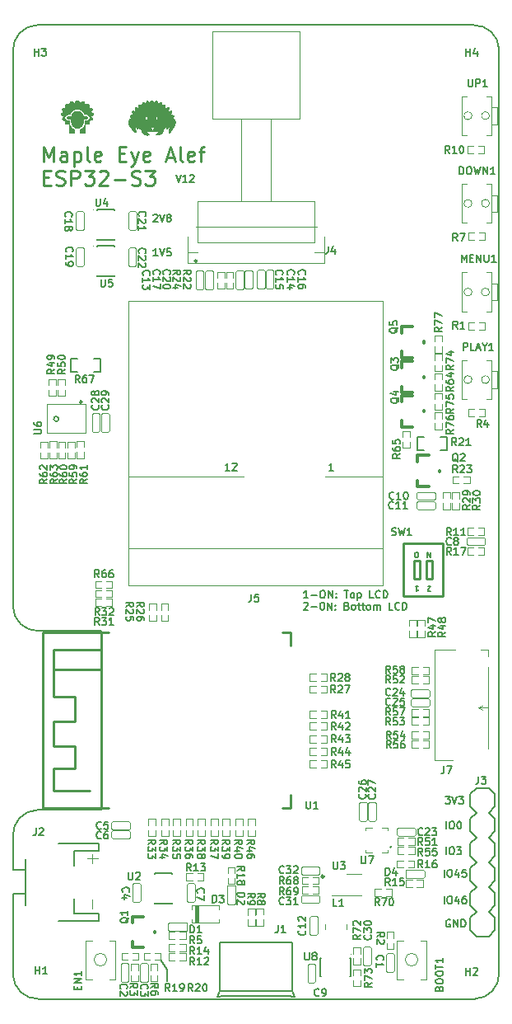
<source format=gto>
%TF.GenerationSoftware,KiCad,Pcbnew,6.0.6-3a73a75311~116~ubuntu20.04.1*%
%TF.CreationDate,2022-08-17T13:19:53+08:00*%
%TF.ProjectId,Maple_Eye_Alef_V12,4d61706c-655f-4457-9965-5f416c65665f,rev?*%
%TF.SameCoordinates,Original*%
%TF.FileFunction,Legend,Top*%
%TF.FilePolarity,Positive*%
%FSLAX46Y46*%
G04 Gerber Fmt 4.6, Leading zero omitted, Abs format (unit mm)*
G04 Created by KiCad (PCBNEW 6.0.6-3a73a75311~116~ubuntu20.04.1) date 2022-08-17 13:19:53*
%MOMM*%
%LPD*%
G01*
G04 APERTURE LIST*
%ADD10C,0.015240*%
%ADD11C,0.000000*%
%ADD12C,0.150000*%
%ADD13C,0.254000*%
%ADD14C,0.152400*%
%TA.AperFunction,Profile*%
%ADD15C,0.150000*%
%TD*%
%ADD16C,0.127000*%
%ADD17C,0.100000*%
%ADD18C,0.200000*%
%ADD19C,0.120000*%
%ADD20C,0.304800*%
%ADD21C,0.150012*%
%ADD22C,0.101600*%
%TA.AperFunction,Profile*%
%ADD23C,0.100000*%
%TD*%
%ADD24C,0.220000*%
%ADD25C,0.203200*%
%ADD26C,0.177800*%
%ADD27C,0.250000*%
G04 APERTURE END LIST*
D10*
X184816860Y-59472520D02*
X186493260Y-59472520D01*
X182332740Y-59243920D02*
X186188460Y-59243920D01*
X182287020Y-59152480D02*
X186234180Y-59152480D01*
X186097020Y-60585040D02*
X186462780Y-60585040D01*
X186081780Y-60706960D02*
X186386580Y-60706960D01*
X182561340Y-58878160D02*
X185959860Y-58878160D01*
X184969260Y-60996520D02*
X185395980Y-60996520D01*
X183704340Y-57979000D02*
X183932940Y-57979000D01*
X182530860Y-58695280D02*
X185990340Y-58695280D01*
X186036060Y-60935560D02*
X186234180Y-60935560D01*
X182500380Y-61042240D02*
X182637540Y-61042240D01*
X185761740Y-58573360D02*
X185990340Y-58573360D01*
X182515620Y-58603840D02*
X186005580Y-58603840D01*
X181860300Y-59975440D02*
X186676140Y-59975440D01*
X184161540Y-57918040D02*
X184359660Y-57918040D01*
X181906020Y-60325960D02*
X185837940Y-60325960D01*
X182591820Y-60508840D02*
X182820420Y-60508840D01*
X186036060Y-61087960D02*
X186112260Y-61087960D01*
X182332740Y-59228680D02*
X186188460Y-59228680D01*
X182317500Y-60844120D02*
X182591820Y-60844120D01*
X182439420Y-60981280D02*
X182622300Y-60981280D01*
X183216660Y-60950800D02*
X184283460Y-60950800D01*
X183536700Y-61316560D02*
X183932940Y-61316560D01*
X183216660Y-60966040D02*
X184283460Y-60966040D01*
X182896620Y-60585040D02*
X184070100Y-60585040D01*
X183292860Y-58039960D02*
X183430020Y-58039960D01*
X181845060Y-60158320D02*
X186660900Y-60158320D01*
X184405380Y-60844120D02*
X185426460Y-60844120D01*
X182149860Y-59655400D02*
X183567180Y-59655400D01*
X184131060Y-57963760D02*
X184390140Y-57963760D01*
X182561340Y-58832440D02*
X185959860Y-58832440D01*
X182012700Y-59365840D02*
X186508500Y-59365840D01*
X183292860Y-58024720D02*
X183414780Y-58024720D01*
X183323340Y-61164160D02*
X183795780Y-61164160D01*
X185411220Y-58299040D02*
X185639820Y-58299040D01*
D11*
G36*
X176730008Y-58919752D02*
G01*
X176773188Y-58919752D01*
X176773188Y-58928388D01*
X176807732Y-58928388D01*
X176807732Y-58937024D01*
X176833640Y-58937024D01*
X176833640Y-58945660D01*
X176859548Y-58945660D01*
X176859548Y-58954296D01*
X176885456Y-58954296D01*
X176885456Y-58962932D01*
X176902728Y-58962932D01*
X176902728Y-58971568D01*
X176920000Y-58971568D01*
X176920000Y-58980204D01*
X176937272Y-58980204D01*
X176937272Y-58988840D01*
X176954544Y-58988840D01*
X176954544Y-58997476D01*
X176963180Y-58997476D01*
X176963180Y-59006112D01*
X176980452Y-59006112D01*
X176980452Y-59014748D01*
X176997724Y-59014748D01*
X176997724Y-59023384D01*
X177006360Y-59023384D01*
X177006360Y-59032020D01*
X177014996Y-59032020D01*
X177014996Y-59040656D01*
X177032268Y-59040656D01*
X177032268Y-59049292D01*
X177040904Y-59049292D01*
X177040904Y-59057928D01*
X177049540Y-59057928D01*
X177049540Y-59066564D01*
X177058176Y-59066564D01*
X177058176Y-59075200D01*
X177066812Y-59075200D01*
X177066812Y-59083836D01*
X177084084Y-59083836D01*
X177084084Y-59092472D01*
X177092720Y-59092472D01*
X177092720Y-59101108D01*
X177101356Y-59101108D01*
X177101356Y-59118380D01*
X177109992Y-59118380D01*
X177109992Y-59127016D01*
X177118628Y-59127016D01*
X177118628Y-59135652D01*
X177127264Y-59135652D01*
X177127264Y-59144288D01*
X177135900Y-59144288D01*
X177135900Y-59152924D01*
X177144536Y-59152924D01*
X177144536Y-59161560D01*
X177153172Y-59161560D01*
X177153172Y-59178832D01*
X177161808Y-59178832D01*
X177161808Y-59187468D01*
X177170444Y-59187468D01*
X177170444Y-59204740D01*
X177179080Y-59204740D01*
X177179080Y-59213376D01*
X177187716Y-59213376D01*
X177187716Y-59230648D01*
X177196352Y-59230648D01*
X177196352Y-59247920D01*
X177204988Y-59247920D01*
X177204988Y-59265192D01*
X177213624Y-59265192D01*
X177213624Y-59282464D01*
X177222260Y-59282464D01*
X177222260Y-59299736D01*
X177230896Y-59299736D01*
X177230896Y-59317008D01*
X177239532Y-59317008D01*
X177239532Y-59342916D01*
X177248168Y-59342916D01*
X177248168Y-59368824D01*
X177256804Y-59368824D01*
X177256804Y-59403368D01*
X177265440Y-59403368D01*
X177265440Y-59429276D01*
X177325892Y-59429276D01*
X177325892Y-59420640D01*
X177394980Y-59420640D01*
X177394980Y-59429276D01*
X177481340Y-59429276D01*
X177481340Y-59437912D01*
X177524520Y-59437912D01*
X177524520Y-59446548D01*
X177559064Y-59446548D01*
X177559064Y-59455184D01*
X177584972Y-59455184D01*
X177584972Y-59463820D01*
X177610880Y-59463820D01*
X177610880Y-59472456D01*
X177628152Y-59472456D01*
X177628152Y-59481092D01*
X177645424Y-59481092D01*
X177645424Y-59489728D01*
X177662696Y-59489728D01*
X177662696Y-59498364D01*
X177679968Y-59498364D01*
X177679968Y-59507000D01*
X177688604Y-59507000D01*
X177688604Y-59515636D01*
X177697240Y-59515636D01*
X177697240Y-59524272D01*
X177705876Y-59524272D01*
X177705876Y-59532908D01*
X177714512Y-59532908D01*
X177714512Y-59541544D01*
X177723148Y-59541544D01*
X177723148Y-59550180D01*
X177731784Y-59550180D01*
X177731784Y-59558816D01*
X177740420Y-59558816D01*
X177740420Y-59576088D01*
X177749056Y-59576088D01*
X177749056Y-59653812D01*
X177740420Y-59653812D01*
X177740420Y-59671084D01*
X177731784Y-59671084D01*
X177731784Y-59679720D01*
X177723148Y-59679720D01*
X177723148Y-59688356D01*
X177714512Y-59688356D01*
X177714512Y-59696992D01*
X177705876Y-59696992D01*
X177705876Y-59705628D01*
X177697240Y-59705628D01*
X177697240Y-59714264D01*
X177688604Y-59714264D01*
X177688604Y-59722900D01*
X177679968Y-59722900D01*
X177679968Y-59731536D01*
X177662696Y-59731536D01*
X177662696Y-59740172D01*
X177645424Y-59740172D01*
X177645424Y-59748808D01*
X177628152Y-59748808D01*
X177628152Y-59757444D01*
X177610880Y-59757444D01*
X177610880Y-59766080D01*
X177593608Y-59766080D01*
X177593608Y-59774716D01*
X177567700Y-59774716D01*
X177567700Y-59783352D01*
X177533156Y-59783352D01*
X177533156Y-59791988D01*
X177489976Y-59791988D01*
X177489976Y-59800624D01*
X177420888Y-59800624D01*
X177420888Y-59809260D01*
X177299984Y-59809260D01*
X177299984Y-59800624D01*
X177282712Y-59800624D01*
X177282712Y-60128792D01*
X177274076Y-60128792D01*
X177274076Y-60197880D01*
X177265440Y-60197880D01*
X177265440Y-60232424D01*
X177256804Y-60232424D01*
X177256804Y-60266968D01*
X177248168Y-60266968D01*
X177248168Y-60292876D01*
X177239532Y-60292876D01*
X177239532Y-60318784D01*
X177230896Y-60318784D01*
X177230896Y-60336056D01*
X177222260Y-60336056D01*
X177222260Y-60353328D01*
X177213624Y-60353328D01*
X177213624Y-60370600D01*
X177204988Y-60370600D01*
X177204988Y-60387872D01*
X177196352Y-60387872D01*
X177196352Y-60405144D01*
X177187716Y-60405144D01*
X177187716Y-60422416D01*
X177179080Y-60422416D01*
X177179080Y-60431052D01*
X177170444Y-60431052D01*
X177170444Y-60448324D01*
X177161808Y-60448324D01*
X177161808Y-60456960D01*
X177153172Y-60456960D01*
X177153172Y-60474232D01*
X177144536Y-60474232D01*
X177144536Y-60482868D01*
X177135900Y-60482868D01*
X177135900Y-60491504D01*
X177127264Y-60491504D01*
X177127264Y-60500140D01*
X177118628Y-60500140D01*
X177118628Y-60508776D01*
X177109992Y-60508776D01*
X177109992Y-60517412D01*
X177101356Y-60517412D01*
X177101356Y-60534684D01*
X177092720Y-60534684D01*
X177092720Y-60543320D01*
X177075448Y-60543320D01*
X177075448Y-60551956D01*
X177066812Y-60551956D01*
X177066812Y-60560592D01*
X177058176Y-60560592D01*
X177058176Y-60569228D01*
X177049540Y-60569228D01*
X177049540Y-60577864D01*
X177040904Y-60577864D01*
X177040904Y-60586500D01*
X177032268Y-60586500D01*
X177032268Y-60595136D01*
X177014996Y-60595136D01*
X177014996Y-60603772D01*
X177006360Y-60603772D01*
X177006360Y-60612408D01*
X176997724Y-60612408D01*
X176997724Y-60621044D01*
X176980452Y-60621044D01*
X176980452Y-60629680D01*
X176963180Y-60629680D01*
X176963180Y-60638316D01*
X176954544Y-60638316D01*
X176954544Y-60646952D01*
X176937272Y-60646952D01*
X176937272Y-60655588D01*
X176920000Y-60655588D01*
X176920000Y-60664224D01*
X176902728Y-60664224D01*
X176902728Y-60672860D01*
X176885456Y-60672860D01*
X176885456Y-60681496D01*
X176859548Y-60681496D01*
X176859548Y-60690132D01*
X176833640Y-60690132D01*
X176833640Y-60698768D01*
X176807732Y-60698768D01*
X176807732Y-60707404D01*
X176773188Y-60707404D01*
X176773188Y-60716040D01*
X176721372Y-60716040D01*
X176721372Y-60724676D01*
X176540016Y-60724676D01*
X176540016Y-60716040D01*
X176496836Y-60716040D01*
X176496836Y-60707404D01*
X176462292Y-60707404D01*
X176462292Y-60698768D01*
X176427748Y-60698768D01*
X176427748Y-60690132D01*
X176401840Y-60690132D01*
X176401840Y-60681496D01*
X176384568Y-60681496D01*
X176384568Y-60672860D01*
X176367296Y-60672860D01*
X176367296Y-60664224D01*
X176350024Y-60664224D01*
X176350024Y-60655588D01*
X176332752Y-60655588D01*
X176332752Y-60646952D01*
X176315480Y-60646952D01*
X176315480Y-60638316D01*
X176298208Y-60638316D01*
X176298208Y-60629680D01*
X176280936Y-60629680D01*
X176280936Y-60621044D01*
X176272300Y-60621044D01*
X176272300Y-60612408D01*
X176255028Y-60612408D01*
X176255028Y-60603772D01*
X176246392Y-60603772D01*
X176246392Y-60595136D01*
X176237756Y-60595136D01*
X176237756Y-60586500D01*
X176229120Y-60586500D01*
X176229120Y-60577864D01*
X176211848Y-60577864D01*
X176211848Y-60569228D01*
X176203212Y-60569228D01*
X176203212Y-60560592D01*
X176194576Y-60560592D01*
X176194576Y-60551956D01*
X176185940Y-60551956D01*
X176185940Y-60543320D01*
X176177304Y-60543320D01*
X176177304Y-60534684D01*
X176168668Y-60534684D01*
X176168668Y-60526048D01*
X176160032Y-60526048D01*
X176160032Y-60517412D01*
X176151396Y-60517412D01*
X176151396Y-60508776D01*
X176142760Y-60508776D01*
X176142760Y-60500140D01*
X176134124Y-60500140D01*
X176134124Y-60482868D01*
X176125488Y-60482868D01*
X176125488Y-60474232D01*
X176116852Y-60474232D01*
X176116852Y-60465596D01*
X176108216Y-60465596D01*
X176108216Y-60448324D01*
X176099580Y-60448324D01*
X176099580Y-60439688D01*
X176090944Y-60439688D01*
X176090944Y-60431052D01*
X176082308Y-60431052D01*
X176082308Y-60413780D01*
X176073672Y-60413780D01*
X176073672Y-60396508D01*
X176065036Y-60396508D01*
X176065036Y-60379236D01*
X176056400Y-60379236D01*
X176056400Y-60361964D01*
X176047764Y-60361964D01*
X176047764Y-60344692D01*
X176039128Y-60344692D01*
X176039128Y-60327420D01*
X176030492Y-60327420D01*
X176030492Y-60301512D01*
X176021856Y-60301512D01*
X176021856Y-60284240D01*
X176013220Y-60284240D01*
X176013220Y-60249696D01*
X176004584Y-60249696D01*
X176004584Y-60215152D01*
X175995948Y-60215152D01*
X175995948Y-60171972D01*
X175987312Y-60171972D01*
X175987312Y-59800624D01*
X175970040Y-59800624D01*
X175970040Y-59809260D01*
X175849136Y-59809260D01*
X175849136Y-59800624D01*
X175780048Y-59800624D01*
X175780048Y-59791988D01*
X175736868Y-59791988D01*
X175736868Y-59783352D01*
X175702324Y-59783352D01*
X175702324Y-59774716D01*
X175676416Y-59774716D01*
X175676416Y-59766080D01*
X175650508Y-59766080D01*
X175650508Y-59757444D01*
X175633236Y-59757444D01*
X175633236Y-59748808D01*
X175615964Y-59748808D01*
X175615964Y-59740172D01*
X175598692Y-59740172D01*
X175598692Y-59731536D01*
X175590056Y-59731536D01*
X175590056Y-59722900D01*
X175572784Y-59722900D01*
X175572784Y-59714264D01*
X175564148Y-59714264D01*
X175564148Y-59705628D01*
X175555512Y-59705628D01*
X175555512Y-59696992D01*
X175546876Y-59696992D01*
X175546876Y-59688356D01*
X175538240Y-59688356D01*
X175538240Y-59679720D01*
X175529604Y-59679720D01*
X175529604Y-59662448D01*
X175520968Y-59662448D01*
X175520968Y-59636540D01*
X175512332Y-59636540D01*
X175512332Y-59593360D01*
X175520968Y-59593360D01*
X175520968Y-59567452D01*
X175529604Y-59567452D01*
X175529604Y-59558816D01*
X175538240Y-59558816D01*
X175538240Y-59541544D01*
X175546876Y-59541544D01*
X175546876Y-59532908D01*
X175555512Y-59532908D01*
X175555512Y-59524272D01*
X175564148Y-59524272D01*
X175564148Y-59515636D01*
X175581420Y-59515636D01*
X175581420Y-59507000D01*
X175590056Y-59507000D01*
X175590056Y-59498364D01*
X175607328Y-59498364D01*
X175607328Y-59489728D01*
X175615964Y-59489728D01*
X175615964Y-59481092D01*
X175633236Y-59481092D01*
X175633236Y-59472456D01*
X175659144Y-59472456D01*
X175659144Y-59463820D01*
X175676416Y-59463820D01*
X175676416Y-59455184D01*
X175710960Y-59455184D01*
X175710960Y-59446548D01*
X175736868Y-59446548D01*
X175736868Y-59437912D01*
X175788684Y-59437912D01*
X175788684Y-59429276D01*
X175875044Y-59429276D01*
X175875044Y-59420640D01*
X175944132Y-59420640D01*
X175944132Y-59429276D01*
X175995948Y-59429276D01*
X175995948Y-59420640D01*
X176004584Y-59420640D01*
X176004584Y-59386096D01*
X176013220Y-59386096D01*
X176013220Y-59360188D01*
X176021856Y-59360188D01*
X176021856Y-59334280D01*
X176030492Y-59334280D01*
X176030492Y-59308372D01*
X176039128Y-59308372D01*
X176039128Y-59291100D01*
X176047764Y-59291100D01*
X176047764Y-59273828D01*
X176056400Y-59273828D01*
X176056400Y-59256556D01*
X176065036Y-59256556D01*
X176065036Y-59239284D01*
X176073672Y-59239284D01*
X176073672Y-59222012D01*
X176082308Y-59222012D01*
X176082308Y-59213376D01*
X176090944Y-59213376D01*
X176090944Y-59196104D01*
X176099580Y-59196104D01*
X176099580Y-59187468D01*
X176108216Y-59187468D01*
X176108216Y-59170196D01*
X176116852Y-59170196D01*
X176116852Y-59161560D01*
X176125488Y-59161560D01*
X176125488Y-59152924D01*
X176134124Y-59152924D01*
X176134124Y-59135652D01*
X176142760Y-59135652D01*
X176142760Y-59127016D01*
X176151396Y-59127016D01*
X176151396Y-59118380D01*
X176160032Y-59118380D01*
X176160032Y-59109744D01*
X176168668Y-59109744D01*
X176168668Y-59101108D01*
X176177304Y-59101108D01*
X176177304Y-59092472D01*
X176185940Y-59092472D01*
X176185940Y-59083836D01*
X176194576Y-59083836D01*
X176194576Y-59075200D01*
X176203212Y-59075200D01*
X176203212Y-59066564D01*
X176211848Y-59066564D01*
X176211848Y-59057928D01*
X176229120Y-59057928D01*
X176229120Y-59049292D01*
X176237756Y-59049292D01*
X176237756Y-59040656D01*
X176246392Y-59040656D01*
X176246392Y-59032020D01*
X176255028Y-59032020D01*
X176255028Y-59023384D01*
X176272300Y-59023384D01*
X176272300Y-59014748D01*
X176289572Y-59014748D01*
X176289572Y-59006112D01*
X176298208Y-59006112D01*
X176298208Y-58997476D01*
X176315480Y-58997476D01*
X176315480Y-58988840D01*
X176332752Y-58988840D01*
X176332752Y-58980204D01*
X176350024Y-58980204D01*
X176350024Y-58971568D01*
X176367296Y-58971568D01*
X176367296Y-58962932D01*
X176384568Y-58962932D01*
X176384568Y-58954296D01*
X176401840Y-58954296D01*
X176401840Y-58945660D01*
X176427748Y-58945660D01*
X176427748Y-58937024D01*
X176462292Y-58937024D01*
X176462292Y-58928388D01*
X176496836Y-58928388D01*
X176496836Y-58919752D01*
X176540016Y-58919752D01*
X176540016Y-58911116D01*
X176730008Y-58911116D01*
X176730008Y-58919752D01*
G37*
D10*
X184557780Y-60615520D02*
X185624580Y-60615520D01*
X183811020Y-59701120D02*
X184633980Y-59701120D01*
X184877820Y-61133680D02*
X185319780Y-61133680D01*
X182942340Y-60630760D02*
X184115820Y-60630760D01*
X184222500Y-57826600D02*
X184298700Y-57826600D01*
X184954020Y-61042240D02*
X185380740Y-61042240D01*
X183658620Y-58116160D02*
X184862580Y-58116160D01*
X182271780Y-59106760D02*
X186249420Y-59106760D01*
X183430020Y-61255600D02*
X183871980Y-61255600D01*
X181966980Y-59777320D02*
X183628140Y-59777320D01*
X185822700Y-60508840D02*
X186051300Y-60508840D01*
X184862580Y-61164160D02*
X185289300Y-61164160D01*
X184603500Y-57948520D02*
X184801620Y-57948520D01*
X182226060Y-59000080D02*
X186295140Y-59000080D01*
X183308100Y-61133680D02*
X183780540Y-61133680D01*
X183612900Y-61347040D02*
X183963420Y-61347040D01*
X182317500Y-59259160D02*
X186203700Y-59259160D01*
X182927100Y-60615520D02*
X184100580Y-60615520D01*
X181921260Y-60341200D02*
X182439420Y-60341200D01*
X183795780Y-59731600D02*
X184649220Y-59731600D01*
X183795780Y-60996520D02*
X184283460Y-60996520D01*
X182073660Y-60554560D02*
X182515620Y-60554560D01*
X183201420Y-60905080D02*
X184283460Y-60905080D01*
X183262380Y-58253320D02*
X185258820Y-58253320D01*
X182881380Y-58466680D02*
X185639820Y-58466680D01*
X183719580Y-57963760D02*
X183917700Y-57963760D01*
X183826260Y-59655400D02*
X184633980Y-59655400D01*
X183734820Y-59792560D02*
X186584700Y-59792560D01*
X183277620Y-58161880D02*
X185243580Y-58161880D01*
X182561340Y-60478360D02*
X182805180Y-60478360D01*
X182378460Y-60920320D02*
X182607060Y-60920320D01*
X184710180Y-61331800D02*
X185045460Y-61331800D01*
X183811020Y-61377520D02*
X183826260Y-61377520D01*
X183704340Y-57994240D02*
X183948180Y-57994240D01*
X182195580Y-60706960D02*
X182561340Y-60706960D01*
X183780540Y-59487760D02*
X184664460Y-59487760D01*
X186112260Y-60493600D02*
X186508500Y-60493600D01*
X182881380Y-58481920D02*
X185639820Y-58481920D01*
X182546100Y-58725760D02*
X185975100Y-58725760D01*
X182287020Y-60813640D02*
X182591820Y-60813640D01*
X182530860Y-60432640D02*
X185395980Y-60432640D01*
X185441700Y-58283800D02*
X185639820Y-58283800D01*
X183475740Y-61286080D02*
X183902460Y-61286080D01*
X182546100Y-61072720D02*
X182637540Y-61072720D01*
X183826260Y-59563960D02*
X184633980Y-59563960D01*
X183277620Y-60463120D02*
X185213100Y-60463120D01*
X182287020Y-59137240D02*
X186234180Y-59137240D01*
X184176780Y-57887560D02*
X184344420Y-57887560D01*
X184161540Y-57902800D02*
X184359660Y-57902800D01*
X183231900Y-60996520D02*
X183689100Y-60996520D01*
X186081780Y-60691720D02*
X186401820Y-60691720D01*
X182226060Y-60737440D02*
X182561340Y-60737440D01*
X182104140Y-59579200D02*
X183567180Y-59579200D01*
X186051300Y-60828880D02*
X186310380Y-60828880D01*
X184405380Y-60828880D02*
X185426460Y-60828880D01*
X183262380Y-61087960D02*
X183750060Y-61087960D01*
X185776980Y-60722200D02*
X185837940Y-60722200D01*
X183277620Y-58100920D02*
X183521460Y-58100920D01*
X181845060Y-60036400D02*
X186676140Y-60036400D01*
X182302260Y-59167720D02*
X186218940Y-59167720D01*
X183231900Y-61027000D02*
X183704340Y-61027000D01*
X185837940Y-60432640D02*
X186554220Y-60432640D01*
X183308100Y-58009480D02*
X183399540Y-58009480D01*
X182241300Y-59304880D02*
X186279900Y-59304880D01*
X185822700Y-60478360D02*
X186081780Y-60478360D01*
X184085340Y-58039960D02*
X184435860Y-58039960D01*
X182302260Y-59182960D02*
X186218940Y-59182960D01*
X182652780Y-60569800D02*
X182835660Y-60569800D01*
X181982220Y-60447880D02*
X182469900Y-60447880D01*
X182485140Y-61027000D02*
X182637540Y-61027000D01*
X182210820Y-60722200D02*
X182561340Y-60722200D01*
X182698500Y-60630760D02*
X182835660Y-60630760D01*
X183719580Y-57948520D02*
X183917700Y-57948520D01*
X184969260Y-58131400D02*
X185243580Y-58131400D01*
X182881380Y-58344760D02*
X185639820Y-58344760D01*
X185807460Y-60539320D02*
X186020820Y-60539320D01*
X183155700Y-60783160D02*
X184237740Y-60783160D01*
X183338580Y-61179400D02*
X183811020Y-61179400D01*
X182454660Y-60341200D02*
X185792220Y-60341200D01*
X183201420Y-60828880D02*
X184252980Y-60828880D01*
X182134620Y-60630760D02*
X182530860Y-60630760D01*
X182881380Y-58390480D02*
X185639820Y-58390480D01*
X182576580Y-58847680D02*
X185944620Y-58847680D01*
X184938780Y-61057480D02*
X185365500Y-61057480D01*
X186036060Y-61103200D02*
X186097020Y-61103200D01*
X184954020Y-61027000D02*
X185380740Y-61027000D01*
X181936500Y-59823040D02*
X186615180Y-59823040D01*
X183811020Y-59716360D02*
X184649220Y-59716360D01*
X183231900Y-61011760D02*
X183704340Y-61011760D01*
X182881380Y-58527640D02*
X185639820Y-58527640D01*
X184832100Y-61194640D02*
X185258820Y-61194640D01*
X183262380Y-61072720D02*
X183734820Y-61072720D01*
X182881380Y-58405720D02*
X185639820Y-58405720D01*
X186097020Y-60600280D02*
X186447540Y-60600280D01*
X182363220Y-60905080D02*
X182607060Y-60905080D01*
X185319780Y-60539320D02*
X185685540Y-60539320D01*
X182515620Y-58634320D02*
X186005580Y-58634320D01*
X184908300Y-61103200D02*
X185335020Y-61103200D01*
X182256540Y-59061040D02*
X186264660Y-59061040D01*
X183247140Y-58283800D02*
X185274060Y-58283800D01*
X183033780Y-60706960D02*
X184192020Y-60706960D01*
X182241300Y-60767920D02*
X182576580Y-60767920D01*
X182241300Y-59045800D02*
X186279900Y-59045800D01*
X181875540Y-59929720D02*
X186660900Y-59929720D01*
X184862580Y-59670640D02*
X186447540Y-59670640D01*
X186173220Y-58908640D02*
X186249420Y-58908640D01*
X185868420Y-60341200D02*
X186599940Y-60341200D01*
X181966980Y-60417400D02*
X182469900Y-60417400D01*
X182256540Y-60783160D02*
X182576580Y-60783160D01*
X183262380Y-58222840D02*
X185258820Y-58222840D01*
X185776980Y-60737440D02*
X185807460Y-60737440D01*
X184115820Y-57994240D02*
X184405380Y-57994240D01*
X186051300Y-60859360D02*
X186295140Y-60859360D01*
X184374900Y-60981280D02*
X185395980Y-60981280D01*
D12*
X185860800Y-147060800D02*
X185860800Y-148254600D01*
D10*
X182668020Y-60600280D02*
X182835660Y-60600280D01*
X182149860Y-60646000D02*
X182530860Y-60646000D01*
X183292860Y-61118440D02*
X183765300Y-61118440D01*
X186036060Y-60996520D02*
X186188460Y-60996520D01*
X182728980Y-60661240D02*
X182850900Y-60661240D01*
X181860300Y-60219280D02*
X186645660Y-60219280D01*
D13*
X201999221Y-137546600D02*
G75*
G03*
X201999221Y-137546600I-141421J0D01*
G01*
D10*
X186066540Y-60737440D02*
X186371340Y-60737440D01*
X185289300Y-60554560D02*
X185685540Y-60554560D01*
X183125220Y-60767920D02*
X184222500Y-60767920D01*
X184847340Y-59518240D02*
X186447540Y-59518240D01*
X182226060Y-59015320D02*
X186295140Y-59015320D01*
X181845060Y-60112600D02*
X186676140Y-60112600D01*
X183201420Y-60935560D02*
X184283460Y-60935560D01*
X181845060Y-60066880D02*
X186676140Y-60066880D01*
X181860300Y-60188800D02*
X186660900Y-60188800D01*
X183826260Y-59594440D02*
X184618740Y-59594440D01*
X184588260Y-57979000D02*
X184816860Y-57979000D01*
X184618740Y-57933280D02*
X184801620Y-57933280D01*
D14*
X174711800Y-90546600D02*
G75*
G03*
X174711800Y-90546600I-254000J0D01*
G01*
D10*
X183201420Y-60844120D02*
X184268220Y-60844120D01*
X184374900Y-60920320D02*
X185411220Y-60920320D01*
X183353820Y-60554560D02*
X184009140Y-60554560D01*
X183414780Y-60524080D02*
X184542540Y-60524080D01*
X185776980Y-60706960D02*
X185853180Y-60706960D01*
X182607060Y-60524080D02*
X182820420Y-60524080D01*
X184374900Y-61011760D02*
X184847340Y-61011760D01*
X185472180Y-60432640D02*
X185746500Y-60432640D01*
X183445260Y-60508840D02*
X185197860Y-60508840D01*
X183262380Y-58177120D02*
X185258820Y-58177120D01*
X184481580Y-60691720D02*
X185548380Y-60691720D01*
X183795780Y-59746840D02*
X184664460Y-59746840D01*
X184374900Y-60996520D02*
X184954020Y-60996520D01*
X186036060Y-61011760D02*
X186188460Y-61011760D01*
X182088900Y-60585040D02*
X182515620Y-60585040D01*
X184755900Y-61286080D02*
X185136900Y-61286080D01*
D12*
X185211800Y-146115000D02*
X185860800Y-147060800D01*
D10*
X184420620Y-60798400D02*
X185426460Y-60798400D01*
X184877820Y-59579200D02*
X186417060Y-59579200D01*
X184420620Y-60783160D02*
X185411220Y-60783160D01*
X184938780Y-58146640D02*
X185243580Y-58146640D01*
X184603500Y-57963760D02*
X184801620Y-57963760D01*
X183719580Y-57933280D02*
X183902460Y-57933280D01*
X182774700Y-60706960D02*
X182850900Y-60706960D01*
X182988060Y-60676480D02*
X184161540Y-60676480D01*
X184237740Y-57811360D02*
X184283460Y-57811360D01*
X181875540Y-59899240D02*
X186645660Y-59899240D01*
X182850900Y-60508840D02*
X183170940Y-60508840D01*
X183567180Y-61331800D02*
X183948180Y-61331800D01*
X183460500Y-60493600D02*
X185152140Y-60493600D01*
X185380740Y-60508840D02*
X185716020Y-60508840D01*
X183811020Y-59533480D02*
X184633980Y-59533480D01*
X182820420Y-60737440D02*
X182850900Y-60737440D01*
X183231900Y-58314280D02*
X185289300Y-58314280D01*
X184070100Y-58055200D02*
X184451100Y-58055200D01*
X182149860Y-59640160D02*
X183567180Y-59640160D01*
X183765300Y-59777320D02*
X184710180Y-59777320D01*
X183673860Y-58085680D02*
X184847340Y-58085680D01*
X183201420Y-60798400D02*
X184237740Y-60798400D01*
X184771140Y-61270840D02*
X185167380Y-61270840D01*
X185807460Y-60569800D02*
X185990340Y-60569800D01*
X186051300Y-60844120D02*
X186295140Y-60844120D01*
X183201420Y-60920320D02*
X184283460Y-60920320D01*
X182317500Y-59198200D02*
X186203700Y-59198200D01*
X185441700Y-60463120D02*
X185731260Y-60463120D01*
X182073660Y-59685880D02*
X183582420Y-59685880D01*
X185853180Y-60386920D02*
X186569460Y-60386920D01*
X183277620Y-58085680D02*
X183490980Y-58085680D01*
X184847340Y-59716360D02*
X186508500Y-59716360D01*
X182561340Y-58817200D02*
X185959860Y-58817200D01*
X184832100Y-59746840D02*
X186538980Y-59746840D01*
X184146300Y-57948520D02*
X184374900Y-57948520D01*
X184115820Y-57979000D02*
X184405380Y-57979000D01*
X182835660Y-60493600D02*
X183155700Y-60493600D01*
X184405380Y-60813640D02*
X185426460Y-60813640D01*
X182515620Y-61057480D02*
X182637540Y-61057480D01*
X182881380Y-58451440D02*
X185639820Y-58451440D01*
X183780540Y-61377520D02*
X183795780Y-61377520D01*
X183826260Y-59609680D02*
X184618740Y-59609680D01*
X181875540Y-60249760D02*
X186645660Y-60249760D01*
X186112260Y-60524080D02*
X186493260Y-60524080D01*
X183704340Y-58009480D02*
X183963420Y-58009480D01*
X183216660Y-60981280D02*
X184283460Y-60981280D01*
X184740660Y-61301320D02*
X185106420Y-61301320D01*
X181936500Y-59807800D02*
X186599940Y-59807800D01*
X182226060Y-58969600D02*
X186295140Y-58969600D01*
X182424180Y-60966040D02*
X182622300Y-60966040D01*
X182302260Y-59289640D02*
X186218940Y-59289640D01*
X182911860Y-60600280D02*
X184085340Y-60600280D01*
X183750060Y-59457280D02*
X184694940Y-59457280D01*
X181845060Y-60082120D02*
X186676140Y-60082120D01*
X184390140Y-60859360D02*
X185426460Y-60859360D01*
X182485140Y-60386920D02*
X185776980Y-60386920D01*
X185700780Y-58588600D02*
X186005580Y-58588600D01*
X184146300Y-57933280D02*
X184374900Y-57933280D01*
X182713740Y-60646000D02*
X182850900Y-60646000D01*
X182271780Y-59091520D02*
X186249420Y-59091520D01*
X182271780Y-58908640D02*
X182347980Y-58908640D01*
X181875540Y-60265000D02*
X186630420Y-60265000D01*
X182881380Y-58420960D02*
X185639820Y-58420960D01*
X184862580Y-59548720D02*
X186432300Y-59548720D01*
X182576580Y-58862920D02*
X185944620Y-58862920D01*
X182546100Y-58908640D02*
X185975100Y-58908640D01*
X186112260Y-60478360D02*
X186523740Y-60478360D01*
X182881380Y-60569800D02*
X183308100Y-60569800D01*
X181890780Y-60295480D02*
X186630420Y-60295480D01*
X184588260Y-60600280D02*
X185639820Y-60600280D01*
X182302260Y-60828880D02*
X182591820Y-60828880D01*
X183689100Y-58039960D02*
X183993900Y-58039960D01*
X182058420Y-60539320D02*
X182500380Y-60539320D01*
X182881380Y-58436200D02*
X185639820Y-58436200D01*
X185030220Y-58085680D02*
X185243580Y-58085680D01*
X183247140Y-58299040D02*
X185274060Y-58299040D01*
X186051300Y-60905080D02*
X186264660Y-60905080D01*
X183658620Y-58131400D02*
X184862580Y-58131400D01*
X185776980Y-60676480D02*
X185883660Y-60676480D01*
X181906020Y-60310720D02*
X186615180Y-60310720D01*
X185060700Y-58055200D02*
X185228340Y-58055200D01*
X182881380Y-58299040D02*
X183109980Y-58299040D01*
X182972820Y-60661240D02*
X184146300Y-60661240D01*
X182469900Y-60356440D02*
X185792220Y-60356440D01*
X181860300Y-59960200D02*
X186676140Y-59960200D01*
X183338580Y-60569800D02*
X184039620Y-60569800D01*
X181982220Y-60432640D02*
X182469900Y-60432640D01*
X184801620Y-61240360D02*
X185213100Y-61240360D01*
X182530860Y-58680040D02*
X185990340Y-58680040D01*
X181997460Y-59746840D02*
X183597660Y-59746840D01*
X181997460Y-60463120D02*
X182485140Y-60463120D01*
X181906020Y-59853520D02*
X186630420Y-59853520D01*
X182012700Y-59426800D02*
X186508500Y-59426800D01*
X182881380Y-58283800D02*
X183079500Y-58283800D01*
X184923540Y-61072720D02*
X185365500Y-61072720D01*
X184390140Y-60905080D02*
X185426460Y-60905080D01*
X181951740Y-60402160D02*
X182454660Y-60402160D01*
D11*
G36*
X176678192Y-57840252D02*
G01*
X176704100Y-57840252D01*
X176704100Y-57848888D01*
X176730008Y-57848888D01*
X176730008Y-57857524D01*
X176738644Y-57857524D01*
X176738644Y-57866160D01*
X176755916Y-57866160D01*
X176755916Y-57874796D01*
X176764552Y-57874796D01*
X176764552Y-57883432D01*
X176781824Y-57883432D01*
X176781824Y-57892068D01*
X176790460Y-57892068D01*
X176790460Y-57900704D01*
X176799096Y-57900704D01*
X176799096Y-57909340D01*
X176807732Y-57909340D01*
X176807732Y-57917976D01*
X176816368Y-57917976D01*
X176816368Y-57926612D01*
X176825004Y-57926612D01*
X176825004Y-57935248D01*
X176833640Y-57935248D01*
X176833640Y-57943884D01*
X176842276Y-57943884D01*
X176842276Y-57952520D01*
X176850912Y-57952520D01*
X176850912Y-57961156D01*
X176859548Y-57961156D01*
X176859548Y-57978428D01*
X176868184Y-57978428D01*
X176868184Y-57987064D01*
X176876820Y-57987064D01*
X176876820Y-58004336D01*
X176885456Y-58004336D01*
X176885456Y-58012972D01*
X176894092Y-58012972D01*
X176894092Y-58030244D01*
X176902728Y-58030244D01*
X176902728Y-58038880D01*
X176911364Y-58038880D01*
X176911364Y-58056152D01*
X176920000Y-58056152D01*
X176920000Y-58047516D01*
X176937272Y-58047516D01*
X176937272Y-58038880D01*
X176945908Y-58038880D01*
X176945908Y-58030244D01*
X176954544Y-58030244D01*
X176954544Y-58021608D01*
X176971816Y-58021608D01*
X176971816Y-58012972D01*
X176989088Y-58012972D01*
X176989088Y-58004336D01*
X176997724Y-58004336D01*
X176997724Y-57995700D01*
X177014996Y-57995700D01*
X177014996Y-57987064D01*
X177032268Y-57987064D01*
X177032268Y-57978428D01*
X177049540Y-57978428D01*
X177049540Y-57969792D01*
X177066812Y-57969792D01*
X177066812Y-57961156D01*
X177084084Y-57961156D01*
X177084084Y-57952520D01*
X177109992Y-57952520D01*
X177109992Y-57943884D01*
X177135900Y-57943884D01*
X177135900Y-57935248D01*
X177179080Y-57935248D01*
X177179080Y-57926612D01*
X177248168Y-57926612D01*
X177248168Y-57935248D01*
X177282712Y-57935248D01*
X177282712Y-57943884D01*
X177299984Y-57943884D01*
X177299984Y-57952520D01*
X177317256Y-57952520D01*
X177317256Y-57961156D01*
X177325892Y-57961156D01*
X177325892Y-57969792D01*
X177343164Y-57969792D01*
X177343164Y-57978428D01*
X177351800Y-57978428D01*
X177351800Y-57987064D01*
X177360436Y-57987064D01*
X177360436Y-57995700D01*
X177369072Y-57995700D01*
X177369072Y-58012972D01*
X177377708Y-58012972D01*
X177377708Y-58021608D01*
X177386344Y-58021608D01*
X177386344Y-58038880D01*
X177394980Y-58038880D01*
X177394980Y-58056152D01*
X177403616Y-58056152D01*
X177403616Y-58073424D01*
X177412252Y-58073424D01*
X177412252Y-58099332D01*
X177420888Y-58099332D01*
X177420888Y-58125240D01*
X177429524Y-58125240D01*
X177429524Y-58168420D01*
X177438160Y-58168420D01*
X177438160Y-58237508D01*
X177446796Y-58237508D01*
X177446796Y-58246144D01*
X177464068Y-58246144D01*
X177464068Y-58237508D01*
X177498612Y-58237508D01*
X177498612Y-58228872D01*
X177533156Y-58228872D01*
X177533156Y-58220236D01*
X177576336Y-58220236D01*
X177576336Y-58211600D01*
X177645424Y-58211600D01*
X177645424Y-58202964D01*
X177714512Y-58202964D01*
X177714512Y-58211600D01*
X177774964Y-58211600D01*
X177774964Y-58220236D01*
X177800872Y-58220236D01*
X177800872Y-58228872D01*
X177818144Y-58228872D01*
X177818144Y-58237508D01*
X177835416Y-58237508D01*
X177835416Y-58246144D01*
X177844052Y-58246144D01*
X177844052Y-58254780D01*
X177852688Y-58254780D01*
X177852688Y-58263416D01*
X177861324Y-58263416D01*
X177861324Y-58272052D01*
X177869960Y-58272052D01*
X177869960Y-58280688D01*
X177878596Y-58280688D01*
X177878596Y-58297960D01*
X177887232Y-58297960D01*
X177887232Y-58315232D01*
X177895868Y-58315232D01*
X177895868Y-58349776D01*
X177904504Y-58349776D01*
X177904504Y-58436136D01*
X177895868Y-58436136D01*
X177895868Y-58479316D01*
X177887232Y-58479316D01*
X177887232Y-58513860D01*
X177878596Y-58513860D01*
X177878596Y-58539768D01*
X177869960Y-58539768D01*
X177869960Y-58565676D01*
X177861324Y-58565676D01*
X177861324Y-58574312D01*
X177887232Y-58574312D01*
X177887232Y-58582948D01*
X177973592Y-58582948D01*
X177973592Y-58591584D01*
X178016772Y-58591584D01*
X178016772Y-58600220D01*
X178059952Y-58600220D01*
X178059952Y-58608856D01*
X178085860Y-58608856D01*
X178085860Y-58617492D01*
X178111768Y-58617492D01*
X178111768Y-58626128D01*
X178129040Y-58626128D01*
X178129040Y-58634764D01*
X178146312Y-58634764D01*
X178146312Y-58643400D01*
X178154948Y-58643400D01*
X178154948Y-58652036D01*
X178172220Y-58652036D01*
X178172220Y-58660672D01*
X178180856Y-58660672D01*
X178180856Y-58669308D01*
X178189492Y-58669308D01*
X178189492Y-58677944D01*
X178198128Y-58677944D01*
X178198128Y-58686580D01*
X178206764Y-58686580D01*
X178206764Y-58703852D01*
X178215400Y-58703852D01*
X178215400Y-58721124D01*
X178224036Y-58721124D01*
X178224036Y-58755668D01*
X178232672Y-58755668D01*
X178232672Y-58781576D01*
X178224036Y-58781576D01*
X178224036Y-58824756D01*
X178215400Y-58824756D01*
X178215400Y-58842028D01*
X178206764Y-58842028D01*
X178206764Y-58859300D01*
X178198128Y-58859300D01*
X178198128Y-58876572D01*
X178189492Y-58876572D01*
X178189492Y-58893844D01*
X178180856Y-58893844D01*
X178180856Y-58902480D01*
X178172220Y-58902480D01*
X178172220Y-58919752D01*
X178163584Y-58919752D01*
X178163584Y-58928388D01*
X178154948Y-58928388D01*
X178154948Y-58937024D01*
X178146312Y-58937024D01*
X178146312Y-58945660D01*
X178137676Y-58945660D01*
X178137676Y-58954296D01*
X178129040Y-58954296D01*
X178129040Y-58971568D01*
X178120404Y-58971568D01*
X178120404Y-58980204D01*
X178111768Y-58980204D01*
X178111768Y-58988840D01*
X178103132Y-58988840D01*
X178103132Y-58997476D01*
X178094496Y-58997476D01*
X178094496Y-59006112D01*
X178085860Y-59006112D01*
X178085860Y-59014748D01*
X178077224Y-59014748D01*
X178077224Y-59032020D01*
X178103132Y-59032020D01*
X178103132Y-59040656D01*
X178120404Y-59040656D01*
X178120404Y-59049292D01*
X178137676Y-59049292D01*
X178137676Y-59057928D01*
X178154948Y-59057928D01*
X178154948Y-59066564D01*
X178172220Y-59066564D01*
X178172220Y-59075200D01*
X178189492Y-59075200D01*
X178189492Y-59083836D01*
X178206764Y-59083836D01*
X178206764Y-59092472D01*
X178224036Y-59092472D01*
X178224036Y-59101108D01*
X178232672Y-59101108D01*
X178232672Y-59109744D01*
X178249944Y-59109744D01*
X178249944Y-59118380D01*
X178258580Y-59118380D01*
X178258580Y-59127016D01*
X178275852Y-59127016D01*
X178275852Y-59135652D01*
X178284488Y-59135652D01*
X178284488Y-59144288D01*
X178293124Y-59144288D01*
X178293124Y-59152924D01*
X178301760Y-59152924D01*
X178301760Y-59161560D01*
X178310396Y-59161560D01*
X178310396Y-59170196D01*
X178319032Y-59170196D01*
X178319032Y-59178832D01*
X178327668Y-59178832D01*
X178327668Y-59196104D01*
X178336304Y-59196104D01*
X178336304Y-59213376D01*
X178344940Y-59213376D01*
X178344940Y-59230648D01*
X178353576Y-59230648D01*
X178353576Y-59299736D01*
X178344940Y-59299736D01*
X178344940Y-59325644D01*
X178336304Y-59325644D01*
X178336304Y-59334280D01*
X178327668Y-59334280D01*
X178327668Y-59351552D01*
X178319032Y-59351552D01*
X178319032Y-59360188D01*
X178310396Y-59360188D01*
X178310396Y-59368824D01*
X178301760Y-59368824D01*
X178301760Y-59377460D01*
X178293124Y-59377460D01*
X178293124Y-59386096D01*
X178284488Y-59386096D01*
X178284488Y-59394732D01*
X178275852Y-59394732D01*
X178275852Y-59403368D01*
X178258580Y-59403368D01*
X178258580Y-59412004D01*
X178249944Y-59412004D01*
X178249944Y-59420640D01*
X178241308Y-59420640D01*
X178241308Y-59429276D01*
X178224036Y-59429276D01*
X178224036Y-59437912D01*
X178206764Y-59437912D01*
X178206764Y-59446548D01*
X178198128Y-59446548D01*
X178198128Y-59455184D01*
X178180856Y-59455184D01*
X178180856Y-59463820D01*
X178163584Y-59463820D01*
X178163584Y-59472456D01*
X178146312Y-59472456D01*
X178146312Y-59481092D01*
X178120404Y-59481092D01*
X178120404Y-59489728D01*
X178103132Y-59489728D01*
X178103132Y-59498364D01*
X178085860Y-59498364D01*
X178085860Y-59507000D01*
X178094496Y-59507000D01*
X178094496Y-59515636D01*
X178103132Y-59515636D01*
X178103132Y-59524272D01*
X178111768Y-59524272D01*
X178111768Y-59532908D01*
X178120404Y-59532908D01*
X178120404Y-59541544D01*
X178129040Y-59541544D01*
X178129040Y-59550180D01*
X178137676Y-59550180D01*
X178137676Y-59558816D01*
X178146312Y-59558816D01*
X178146312Y-59567452D01*
X178154948Y-59567452D01*
X178154948Y-59576088D01*
X178163584Y-59576088D01*
X178163584Y-59593360D01*
X178172220Y-59593360D01*
X178172220Y-59601996D01*
X178180856Y-59601996D01*
X178180856Y-59610632D01*
X178189492Y-59610632D01*
X178189492Y-59627904D01*
X178198128Y-59627904D01*
X178198128Y-59636540D01*
X178206764Y-59636540D01*
X178206764Y-59653812D01*
X178215400Y-59653812D01*
X178215400Y-59671084D01*
X178224036Y-59671084D01*
X178224036Y-59696992D01*
X178232672Y-59696992D01*
X178232672Y-59740172D01*
X178241308Y-59740172D01*
X178241308Y-59757444D01*
X178232672Y-59757444D01*
X178232672Y-59800624D01*
X178224036Y-59800624D01*
X178224036Y-59817896D01*
X178215400Y-59817896D01*
X178215400Y-59826532D01*
X178206764Y-59826532D01*
X178206764Y-59835168D01*
X178198128Y-59835168D01*
X178198128Y-59843804D01*
X178189492Y-59843804D01*
X178189492Y-59852440D01*
X178180856Y-59852440D01*
X178180856Y-59861076D01*
X178172220Y-59861076D01*
X178172220Y-59869712D01*
X178154948Y-59869712D01*
X178154948Y-59878348D01*
X178137676Y-59878348D01*
X178137676Y-59886984D01*
X178120404Y-59886984D01*
X178120404Y-59895620D01*
X178103132Y-59895620D01*
X178103132Y-59904256D01*
X178077224Y-59904256D01*
X178077224Y-59912892D01*
X178042680Y-59912892D01*
X178042680Y-59921528D01*
X177999500Y-59921528D01*
X177999500Y-59930164D01*
X177939048Y-59930164D01*
X177939048Y-59938800D01*
X177852688Y-59938800D01*
X177852688Y-59947436D01*
X177861324Y-59947436D01*
X177861324Y-59964708D01*
X177869960Y-59964708D01*
X177869960Y-59990616D01*
X177878596Y-59990616D01*
X177878596Y-60016524D01*
X177887232Y-60016524D01*
X177887232Y-60051068D01*
X177895868Y-60051068D01*
X177895868Y-60094248D01*
X177904504Y-60094248D01*
X177904504Y-60189244D01*
X177895868Y-60189244D01*
X177895868Y-60215152D01*
X177887232Y-60215152D01*
X177887232Y-60232424D01*
X177878596Y-60232424D01*
X177878596Y-60249696D01*
X177869960Y-60249696D01*
X177869960Y-60258332D01*
X177861324Y-60258332D01*
X177861324Y-60266968D01*
X177852688Y-60266968D01*
X177852688Y-60275604D01*
X177844052Y-60275604D01*
X177844052Y-60284240D01*
X177835416Y-60284240D01*
X177835416Y-60292876D01*
X177818144Y-60292876D01*
X177818144Y-60301512D01*
X177792236Y-60301512D01*
X177792236Y-60310148D01*
X177749056Y-60310148D01*
X177749056Y-60318784D01*
X177654060Y-60318784D01*
X177654060Y-60310148D01*
X177584972Y-60310148D01*
X177584972Y-60301512D01*
X177541792Y-60301512D01*
X177541792Y-60292876D01*
X177498612Y-60292876D01*
X177498612Y-61268744D01*
X176876820Y-61268744D01*
X176876820Y-60811036D01*
X176885456Y-60811036D01*
X176885456Y-60802400D01*
X176902728Y-60802400D01*
X176902728Y-60793764D01*
X176928636Y-60793764D01*
X176928636Y-60785128D01*
X176945908Y-60785128D01*
X176945908Y-60776492D01*
X176963180Y-60776492D01*
X176963180Y-60767856D01*
X176980452Y-60767856D01*
X176980452Y-60759220D01*
X176997724Y-60759220D01*
X176997724Y-60750584D01*
X177014996Y-60750584D01*
X177014996Y-60741948D01*
X177032268Y-60741948D01*
X177032268Y-60733312D01*
X177040904Y-60733312D01*
X177040904Y-60724676D01*
X177058176Y-60724676D01*
X177058176Y-60716040D01*
X177066812Y-60716040D01*
X177066812Y-60707404D01*
X177084084Y-60707404D01*
X177084084Y-60698768D01*
X177092720Y-60698768D01*
X177092720Y-60690132D01*
X177101356Y-60690132D01*
X177101356Y-60681496D01*
X177118628Y-60681496D01*
X177118628Y-60672860D01*
X177127264Y-60672860D01*
X177127264Y-60664224D01*
X177135900Y-60664224D01*
X177135900Y-60655588D01*
X177144536Y-60655588D01*
X177144536Y-60646952D01*
X177153172Y-60646952D01*
X177153172Y-60638316D01*
X177161808Y-60638316D01*
X177161808Y-60629680D01*
X177170444Y-60629680D01*
X177170444Y-60621044D01*
X177179080Y-60621044D01*
X177179080Y-60612408D01*
X177187716Y-60612408D01*
X177187716Y-60603772D01*
X177196352Y-60603772D01*
X177196352Y-60595136D01*
X177204988Y-60595136D01*
X177204988Y-60586500D01*
X177213624Y-60586500D01*
X177213624Y-60577864D01*
X177222260Y-60577864D01*
X177222260Y-60569228D01*
X177230896Y-60569228D01*
X177230896Y-60560592D01*
X177239532Y-60560592D01*
X177239532Y-60543320D01*
X177248168Y-60543320D01*
X177248168Y-60534684D01*
X177256804Y-60534684D01*
X177256804Y-60526048D01*
X177265440Y-60526048D01*
X177265440Y-60508776D01*
X177274076Y-60508776D01*
X177274076Y-60500140D01*
X177282712Y-60500140D01*
X177282712Y-60482868D01*
X177291348Y-60482868D01*
X177291348Y-60465596D01*
X177299984Y-60465596D01*
X177299984Y-60456960D01*
X177308620Y-60456960D01*
X177308620Y-60439688D01*
X177317256Y-60439688D01*
X177317256Y-60422416D01*
X177325892Y-60422416D01*
X177325892Y-60405144D01*
X177334528Y-60405144D01*
X177334528Y-60387872D01*
X177343164Y-60387872D01*
X177343164Y-60361964D01*
X177351800Y-60361964D01*
X177351800Y-60336056D01*
X177360436Y-60336056D01*
X177360436Y-60318784D01*
X177369072Y-60318784D01*
X177369072Y-60284240D01*
X177377708Y-60284240D01*
X177377708Y-60249696D01*
X177386344Y-60249696D01*
X177386344Y-60206516D01*
X177394980Y-60206516D01*
X177394980Y-60137428D01*
X177403616Y-60137428D01*
X177403616Y-59930164D01*
X177429524Y-59930164D01*
X177429524Y-59921528D01*
X177507248Y-59921528D01*
X177507248Y-59912892D01*
X177550428Y-59912892D01*
X177550428Y-59904256D01*
X177584972Y-59904256D01*
X177584972Y-59895620D01*
X177610880Y-59895620D01*
X177610880Y-59886984D01*
X177636788Y-59886984D01*
X177636788Y-59878348D01*
X177662696Y-59878348D01*
X177662696Y-59869712D01*
X177679968Y-59869712D01*
X177679968Y-59861076D01*
X177697240Y-59861076D01*
X177697240Y-59852440D01*
X177714512Y-59852440D01*
X177714512Y-59843804D01*
X177731784Y-59843804D01*
X177731784Y-59835168D01*
X177740420Y-59835168D01*
X177740420Y-59826532D01*
X177757692Y-59826532D01*
X177757692Y-59817896D01*
X177766328Y-59817896D01*
X177766328Y-59809260D01*
X177774964Y-59809260D01*
X177774964Y-59800624D01*
X177783600Y-59800624D01*
X177783600Y-59791988D01*
X177800872Y-59791988D01*
X177800872Y-59774716D01*
X177809508Y-59774716D01*
X177809508Y-59766080D01*
X177818144Y-59766080D01*
X177818144Y-59757444D01*
X177826780Y-59757444D01*
X177826780Y-59748808D01*
X177835416Y-59748808D01*
X177835416Y-59731536D01*
X177844052Y-59731536D01*
X177844052Y-59722900D01*
X177852688Y-59722900D01*
X177852688Y-59696992D01*
X177861324Y-59696992D01*
X177861324Y-59671084D01*
X177869960Y-59671084D01*
X177869960Y-59558816D01*
X177861324Y-59558816D01*
X177861324Y-59532908D01*
X177852688Y-59532908D01*
X177852688Y-59515636D01*
X177844052Y-59515636D01*
X177844052Y-59498364D01*
X177835416Y-59498364D01*
X177835416Y-59481092D01*
X177826780Y-59481092D01*
X177826780Y-59472456D01*
X177818144Y-59472456D01*
X177818144Y-59463820D01*
X177809508Y-59463820D01*
X177809508Y-59455184D01*
X177800872Y-59455184D01*
X177800872Y-59446548D01*
X177792236Y-59446548D01*
X177792236Y-59437912D01*
X177783600Y-59437912D01*
X177783600Y-59429276D01*
X177774964Y-59429276D01*
X177774964Y-59420640D01*
X177766328Y-59420640D01*
X177766328Y-59412004D01*
X177757692Y-59412004D01*
X177757692Y-59403368D01*
X177740420Y-59403368D01*
X177740420Y-59394732D01*
X177723148Y-59394732D01*
X177723148Y-59386096D01*
X177714512Y-59386096D01*
X177714512Y-59377460D01*
X177697240Y-59377460D01*
X177697240Y-59368824D01*
X177679968Y-59368824D01*
X177679968Y-59360188D01*
X177654060Y-59360188D01*
X177654060Y-59351552D01*
X177636788Y-59351552D01*
X177636788Y-59342916D01*
X177610880Y-59342916D01*
X177610880Y-59334280D01*
X177584972Y-59334280D01*
X177584972Y-59325644D01*
X177541792Y-59325644D01*
X177541792Y-59317008D01*
X177498612Y-59317008D01*
X177498612Y-59308372D01*
X177412252Y-59308372D01*
X177412252Y-59299736D01*
X177360436Y-59299736D01*
X177360436Y-59291100D01*
X177351800Y-59291100D01*
X177351800Y-59273828D01*
X177343164Y-59273828D01*
X177343164Y-59247920D01*
X177334528Y-59247920D01*
X177334528Y-59230648D01*
X177325892Y-59230648D01*
X177325892Y-59213376D01*
X177317256Y-59213376D01*
X177317256Y-59196104D01*
X177308620Y-59196104D01*
X177308620Y-59178832D01*
X177299984Y-59178832D01*
X177299984Y-59170196D01*
X177291348Y-59170196D01*
X177291348Y-59152924D01*
X177282712Y-59152924D01*
X177282712Y-59135652D01*
X177274076Y-59135652D01*
X177274076Y-59127016D01*
X177265440Y-59127016D01*
X177265440Y-59109744D01*
X177256804Y-59109744D01*
X177256804Y-59101108D01*
X177248168Y-59101108D01*
X177248168Y-59092472D01*
X177239532Y-59092472D01*
X177239532Y-59075200D01*
X177230896Y-59075200D01*
X177230896Y-59066564D01*
X177222260Y-59066564D01*
X177222260Y-59057928D01*
X177213624Y-59057928D01*
X177213624Y-59049292D01*
X177204988Y-59049292D01*
X177204988Y-59040656D01*
X177196352Y-59040656D01*
X177196352Y-59032020D01*
X177187716Y-59032020D01*
X177187716Y-59023384D01*
X177179080Y-59023384D01*
X177179080Y-59014748D01*
X177170444Y-59014748D01*
X177170444Y-59006112D01*
X177161808Y-59006112D01*
X177161808Y-58997476D01*
X177153172Y-58997476D01*
X177153172Y-58988840D01*
X177144536Y-58988840D01*
X177144536Y-58980204D01*
X177135900Y-58980204D01*
X177135900Y-58971568D01*
X177127264Y-58971568D01*
X177127264Y-58962932D01*
X177118628Y-58962932D01*
X177118628Y-58954296D01*
X177109992Y-58954296D01*
X177109992Y-58945660D01*
X177092720Y-58945660D01*
X177092720Y-58937024D01*
X177084084Y-58937024D01*
X177084084Y-58928388D01*
X177066812Y-58928388D01*
X177066812Y-58919752D01*
X177058176Y-58919752D01*
X177058176Y-58911116D01*
X177040904Y-58911116D01*
X177040904Y-58902480D01*
X177032268Y-58902480D01*
X177032268Y-58893844D01*
X177014996Y-58893844D01*
X177014996Y-58885208D01*
X176997724Y-58885208D01*
X176997724Y-58876572D01*
X176980452Y-58876572D01*
X176980452Y-58867936D01*
X176963180Y-58867936D01*
X176963180Y-58859300D01*
X176945908Y-58859300D01*
X176945908Y-58850664D01*
X176928636Y-58850664D01*
X176928636Y-58842028D01*
X176911364Y-58842028D01*
X176911364Y-58833392D01*
X176885456Y-58833392D01*
X176885456Y-58824756D01*
X176859548Y-58824756D01*
X176859548Y-58816120D01*
X176825004Y-58816120D01*
X176825004Y-58807484D01*
X176790460Y-58807484D01*
X176790460Y-58798848D01*
X176738644Y-58798848D01*
X176738644Y-58790212D01*
X176531380Y-58790212D01*
X176531380Y-58798848D01*
X176479564Y-58798848D01*
X176479564Y-58807484D01*
X176436384Y-58807484D01*
X176436384Y-58816120D01*
X176410476Y-58816120D01*
X176410476Y-58824756D01*
X176384568Y-58824756D01*
X176384568Y-58833392D01*
X176358660Y-58833392D01*
X176358660Y-58842028D01*
X176341388Y-58842028D01*
X176341388Y-58850664D01*
X176315480Y-58850664D01*
X176315480Y-58859300D01*
X176298208Y-58859300D01*
X176298208Y-58867936D01*
X176280936Y-58867936D01*
X176280936Y-58876572D01*
X176263664Y-58876572D01*
X176263664Y-58885208D01*
X176246392Y-58885208D01*
X176246392Y-58893844D01*
X176237756Y-58893844D01*
X176237756Y-58902480D01*
X176220484Y-58902480D01*
X176220484Y-58911116D01*
X176211848Y-58911116D01*
X176211848Y-58919752D01*
X176194576Y-58919752D01*
X176194576Y-58928388D01*
X176185940Y-58928388D01*
X176185940Y-58937024D01*
X176168668Y-58937024D01*
X176168668Y-58945660D01*
X176160032Y-58945660D01*
X176160032Y-58954296D01*
X176151396Y-58954296D01*
X176151396Y-58962932D01*
X176142760Y-58962932D01*
X176142760Y-58971568D01*
X176125488Y-58971568D01*
X176125488Y-58980204D01*
X176116852Y-58980204D01*
X176116852Y-58988840D01*
X176108216Y-58988840D01*
X176108216Y-58997476D01*
X176099580Y-58997476D01*
X176099580Y-59006112D01*
X176090944Y-59006112D01*
X176090944Y-59014748D01*
X176082308Y-59014748D01*
X176082308Y-59023384D01*
X176073672Y-59023384D01*
X176073672Y-59032020D01*
X176065036Y-59032020D01*
X176065036Y-59040656D01*
X176056400Y-59040656D01*
X176056400Y-59049292D01*
X176047764Y-59049292D01*
X176047764Y-59066564D01*
X176039128Y-59066564D01*
X176039128Y-59075200D01*
X176030492Y-59075200D01*
X176030492Y-59083836D01*
X176021856Y-59083836D01*
X176021856Y-59092472D01*
X176013220Y-59092472D01*
X176013220Y-59109744D01*
X176004584Y-59109744D01*
X176004584Y-59118380D01*
X175995948Y-59118380D01*
X175995948Y-59135652D01*
X175987312Y-59135652D01*
X175987312Y-59144288D01*
X175978676Y-59144288D01*
X175978676Y-59161560D01*
X175970040Y-59161560D01*
X175970040Y-59178832D01*
X175961404Y-59178832D01*
X175961404Y-59187468D01*
X175952768Y-59187468D01*
X175952768Y-59204740D01*
X175944132Y-59204740D01*
X175944132Y-59222012D01*
X175935496Y-59222012D01*
X175935496Y-59239284D01*
X175926860Y-59239284D01*
X175926860Y-59265192D01*
X175918224Y-59265192D01*
X175918224Y-59282464D01*
X175909588Y-59282464D01*
X175909588Y-59299736D01*
X175857772Y-59299736D01*
X175857772Y-59308372D01*
X175771412Y-59308372D01*
X175771412Y-59317008D01*
X175719596Y-59317008D01*
X175719596Y-59325644D01*
X175685052Y-59325644D01*
X175685052Y-59334280D01*
X175659144Y-59334280D01*
X175659144Y-59342916D01*
X175633236Y-59342916D01*
X175633236Y-59351552D01*
X175607328Y-59351552D01*
X175607328Y-59360188D01*
X175590056Y-59360188D01*
X175590056Y-59368824D01*
X175572784Y-59368824D01*
X175572784Y-59377460D01*
X175555512Y-59377460D01*
X175555512Y-59386096D01*
X175538240Y-59386096D01*
X175538240Y-59394732D01*
X175529604Y-59394732D01*
X175529604Y-59403368D01*
X175512332Y-59403368D01*
X175512332Y-59412004D01*
X175503696Y-59412004D01*
X175503696Y-59420640D01*
X175486424Y-59420640D01*
X175486424Y-59429276D01*
X175477788Y-59429276D01*
X175477788Y-59437912D01*
X175469152Y-59437912D01*
X175469152Y-59446548D01*
X175460516Y-59446548D01*
X175460516Y-59455184D01*
X175451880Y-59455184D01*
X175451880Y-59463820D01*
X175443244Y-59463820D01*
X175443244Y-59481092D01*
X175434608Y-59481092D01*
X175434608Y-59489728D01*
X175425972Y-59489728D01*
X175425972Y-59507000D01*
X175417336Y-59507000D01*
X175417336Y-59524272D01*
X175408700Y-59524272D01*
X175408700Y-59541544D01*
X175400064Y-59541544D01*
X175400064Y-59576088D01*
X175391428Y-59576088D01*
X175391428Y-59653812D01*
X175400064Y-59653812D01*
X175400064Y-59688356D01*
X175408700Y-59688356D01*
X175408700Y-59705628D01*
X175417336Y-59705628D01*
X175417336Y-59722900D01*
X175425972Y-59722900D01*
X175425972Y-59740172D01*
X175434608Y-59740172D01*
X175434608Y-59748808D01*
X175443244Y-59748808D01*
X175443244Y-59766080D01*
X175451880Y-59766080D01*
X175451880Y-59774716D01*
X175460516Y-59774716D01*
X175460516Y-59783352D01*
X175469152Y-59783352D01*
X175469152Y-59791988D01*
X175477788Y-59791988D01*
X175477788Y-59800624D01*
X175486424Y-59800624D01*
X175486424Y-59809260D01*
X175495060Y-59809260D01*
X175495060Y-59817896D01*
X175512332Y-59817896D01*
X175512332Y-59826532D01*
X175520968Y-59826532D01*
X175520968Y-59835168D01*
X175538240Y-59835168D01*
X175538240Y-59843804D01*
X175546876Y-59843804D01*
X175546876Y-59852440D01*
X175564148Y-59852440D01*
X175564148Y-59861076D01*
X175581420Y-59861076D01*
X175581420Y-59869712D01*
X175607328Y-59869712D01*
X175607328Y-59878348D01*
X175624600Y-59878348D01*
X175624600Y-59886984D01*
X175650508Y-59886984D01*
X175650508Y-59895620D01*
X175676416Y-59895620D01*
X175676416Y-59904256D01*
X175710960Y-59904256D01*
X175710960Y-59912892D01*
X175762776Y-59912892D01*
X175762776Y-59921528D01*
X175831864Y-59921528D01*
X175831864Y-59930164D01*
X175866408Y-59930164D01*
X175866408Y-60180608D01*
X175875044Y-60180608D01*
X175875044Y-60232424D01*
X175883680Y-60232424D01*
X175883680Y-60266968D01*
X175892316Y-60266968D01*
X175892316Y-60301512D01*
X175900952Y-60301512D01*
X175900952Y-60327420D01*
X175909588Y-60327420D01*
X175909588Y-60353328D01*
X175918224Y-60353328D01*
X175918224Y-60370600D01*
X175926860Y-60370600D01*
X175926860Y-60396508D01*
X175935496Y-60396508D01*
X175935496Y-60413780D01*
X175944132Y-60413780D01*
X175944132Y-60431052D01*
X175952768Y-60431052D01*
X175952768Y-60448324D01*
X175961404Y-60448324D01*
X175961404Y-60465596D01*
X175970040Y-60465596D01*
X175970040Y-60474232D01*
X175978676Y-60474232D01*
X175978676Y-60491504D01*
X175987312Y-60491504D01*
X175987312Y-60500140D01*
X175995948Y-60500140D01*
X175995948Y-60517412D01*
X176004584Y-60517412D01*
X176004584Y-60526048D01*
X176013220Y-60526048D01*
X176013220Y-60543320D01*
X176021856Y-60543320D01*
X176021856Y-60551956D01*
X176030492Y-60551956D01*
X176030492Y-60560592D01*
X176039128Y-60560592D01*
X176039128Y-60569228D01*
X176047764Y-60569228D01*
X176047764Y-60586500D01*
X176056400Y-60586500D01*
X176056400Y-60595136D01*
X176065036Y-60595136D01*
X176065036Y-60603772D01*
X176073672Y-60603772D01*
X176073672Y-60612408D01*
X176082308Y-60612408D01*
X176082308Y-60621044D01*
X176090944Y-60621044D01*
X176090944Y-60629680D01*
X176099580Y-60629680D01*
X176099580Y-60638316D01*
X176108216Y-60638316D01*
X176108216Y-60646952D01*
X176116852Y-60646952D01*
X176116852Y-60655588D01*
X176125488Y-60655588D01*
X176125488Y-60664224D01*
X176142760Y-60664224D01*
X176142760Y-60672860D01*
X176151396Y-60672860D01*
X176151396Y-60681496D01*
X176160032Y-60681496D01*
X176160032Y-60690132D01*
X176168668Y-60690132D01*
X176168668Y-60698768D01*
X176185940Y-60698768D01*
X176185940Y-60707404D01*
X176194576Y-60707404D01*
X176194576Y-60716040D01*
X176211848Y-60716040D01*
X176211848Y-60724676D01*
X176220484Y-60724676D01*
X176220484Y-60733312D01*
X176237756Y-60733312D01*
X176237756Y-60741948D01*
X176255028Y-60741948D01*
X176255028Y-60750584D01*
X176263664Y-60750584D01*
X176263664Y-60759220D01*
X176280936Y-60759220D01*
X176280936Y-60767856D01*
X176298208Y-60767856D01*
X176298208Y-60776492D01*
X176315480Y-60776492D01*
X176315480Y-60785128D01*
X176341388Y-60785128D01*
X176341388Y-60793764D01*
X176358660Y-60793764D01*
X176358660Y-60802400D01*
X176384568Y-60802400D01*
X176384568Y-60811036D01*
X176393204Y-60811036D01*
X176393204Y-61268744D01*
X175771412Y-61268744D01*
X175771412Y-60292876D01*
X175728232Y-60292876D01*
X175728232Y-60301512D01*
X175685052Y-60301512D01*
X175685052Y-60310148D01*
X175615964Y-60310148D01*
X175615964Y-60318784D01*
X175520968Y-60318784D01*
X175520968Y-60310148D01*
X175469152Y-60310148D01*
X175469152Y-60301512D01*
X175451880Y-60301512D01*
X175451880Y-60292876D01*
X175434608Y-60292876D01*
X175434608Y-60284240D01*
X175417336Y-60284240D01*
X175417336Y-60275604D01*
X175408700Y-60275604D01*
X175408700Y-60266968D01*
X175400064Y-60266968D01*
X175400064Y-60258332D01*
X175391428Y-60258332D01*
X175391428Y-60241060D01*
X175382792Y-60241060D01*
X175382792Y-60223788D01*
X175374156Y-60223788D01*
X175374156Y-60206516D01*
X175365520Y-60206516D01*
X175365520Y-60068340D01*
X175374156Y-60068340D01*
X175374156Y-60033796D01*
X175382792Y-60033796D01*
X175382792Y-60007888D01*
X175391428Y-60007888D01*
X175391428Y-59981980D01*
X175400064Y-59981980D01*
X175400064Y-59956072D01*
X175365520Y-59956072D01*
X175365520Y-59947436D01*
X175287796Y-59947436D01*
X175287796Y-59938800D01*
X175235980Y-59938800D01*
X175235980Y-59930164D01*
X175201436Y-59930164D01*
X175201436Y-59921528D01*
X175175528Y-59921528D01*
X175175528Y-59912892D01*
X175158256Y-59912892D01*
X175158256Y-59904256D01*
X175140984Y-59904256D01*
X175140984Y-59895620D01*
X175123712Y-59895620D01*
X175123712Y-59886984D01*
X175106440Y-59886984D01*
X175106440Y-59878348D01*
X175097804Y-59878348D01*
X175097804Y-59869712D01*
X175080532Y-59869712D01*
X175080532Y-59861076D01*
X175071896Y-59861076D01*
X175071896Y-59852440D01*
X175063260Y-59852440D01*
X175063260Y-59835168D01*
X175054624Y-59835168D01*
X175054624Y-59817896D01*
X175045988Y-59817896D01*
X175045988Y-59800624D01*
X175037352Y-59800624D01*
X175037352Y-59722900D01*
X175045988Y-59722900D01*
X175045988Y-59696992D01*
X175054624Y-59696992D01*
X175054624Y-59679720D01*
X175063260Y-59679720D01*
X175063260Y-59662448D01*
X175071896Y-59662448D01*
X175071896Y-59645176D01*
X175080532Y-59645176D01*
X175080532Y-59636540D01*
X175089168Y-59636540D01*
X175089168Y-59619268D01*
X175097804Y-59619268D01*
X175097804Y-59610632D01*
X175106440Y-59610632D01*
X175106440Y-59601996D01*
X175115076Y-59601996D01*
X175115076Y-59584724D01*
X175123712Y-59584724D01*
X175123712Y-59576088D01*
X175132348Y-59576088D01*
X175132348Y-59567452D01*
X175140984Y-59567452D01*
X175140984Y-59558816D01*
X175149620Y-59558816D01*
X175149620Y-59550180D01*
X175158256Y-59550180D01*
X175158256Y-59541544D01*
X175166892Y-59541544D01*
X175166892Y-59532908D01*
X175175528Y-59532908D01*
X175175528Y-59524272D01*
X175184164Y-59524272D01*
X175184164Y-59515636D01*
X175192800Y-59515636D01*
X175192800Y-59507000D01*
X175184164Y-59507000D01*
X175184164Y-59498364D01*
X175158256Y-59498364D01*
X175158256Y-59489728D01*
X175140984Y-59489728D01*
X175140984Y-59481092D01*
X175123712Y-59481092D01*
X175123712Y-59472456D01*
X175106440Y-59472456D01*
X175106440Y-59463820D01*
X175089168Y-59463820D01*
X175089168Y-59455184D01*
X175071896Y-59455184D01*
X175071896Y-59446548D01*
X175054624Y-59446548D01*
X175054624Y-59437912D01*
X175045988Y-59437912D01*
X175045988Y-59429276D01*
X175028716Y-59429276D01*
X175028716Y-59420640D01*
X175020080Y-59420640D01*
X175020080Y-59412004D01*
X175002808Y-59412004D01*
X175002808Y-59403368D01*
X174994172Y-59403368D01*
X174994172Y-59394732D01*
X174985536Y-59394732D01*
X174985536Y-59386096D01*
X174976900Y-59386096D01*
X174976900Y-59377460D01*
X174968264Y-59377460D01*
X174968264Y-59368824D01*
X174959628Y-59368824D01*
X174959628Y-59360188D01*
X174950992Y-59360188D01*
X174950992Y-59351552D01*
X174942356Y-59351552D01*
X174942356Y-59334280D01*
X174933720Y-59334280D01*
X174933720Y-59325644D01*
X174925084Y-59325644D01*
X174925084Y-59299736D01*
X174916448Y-59299736D01*
X174916448Y-59230648D01*
X174925084Y-59230648D01*
X174925084Y-59204740D01*
X174933720Y-59204740D01*
X174933720Y-59196104D01*
X174942356Y-59196104D01*
X174942356Y-59178832D01*
X174950992Y-59178832D01*
X174950992Y-59170196D01*
X174959628Y-59170196D01*
X174959628Y-59161560D01*
X174968264Y-59161560D01*
X174968264Y-59152924D01*
X174976900Y-59152924D01*
X174976900Y-59144288D01*
X174985536Y-59144288D01*
X174985536Y-59135652D01*
X174994172Y-59135652D01*
X174994172Y-59127016D01*
X175011444Y-59127016D01*
X175011444Y-59118380D01*
X175020080Y-59118380D01*
X175020080Y-59109744D01*
X175028716Y-59109744D01*
X175028716Y-59101108D01*
X175045988Y-59101108D01*
X175045988Y-59092472D01*
X175063260Y-59092472D01*
X175063260Y-59083836D01*
X175071896Y-59083836D01*
X175071896Y-59075200D01*
X175089168Y-59075200D01*
X175089168Y-59066564D01*
X175106440Y-59066564D01*
X175106440Y-59057928D01*
X175123712Y-59057928D01*
X175123712Y-59049292D01*
X175140984Y-59049292D01*
X175140984Y-59040656D01*
X175166892Y-59040656D01*
X175166892Y-59032020D01*
X175175528Y-59032020D01*
X175175528Y-59023384D01*
X175166892Y-59023384D01*
X175166892Y-59014748D01*
X175158256Y-59014748D01*
X175158256Y-59006112D01*
X175149620Y-59006112D01*
X175149620Y-58997476D01*
X175140984Y-58997476D01*
X175140984Y-58988840D01*
X175132348Y-58988840D01*
X175132348Y-58980204D01*
X175123712Y-58980204D01*
X175123712Y-58962932D01*
X175115076Y-58962932D01*
X175115076Y-58954296D01*
X175106440Y-58954296D01*
X175106440Y-58945660D01*
X175097804Y-58945660D01*
X175097804Y-58937024D01*
X175089168Y-58937024D01*
X175089168Y-58919752D01*
X175080532Y-58919752D01*
X175080532Y-58911116D01*
X175071896Y-58911116D01*
X175071896Y-58893844D01*
X175063260Y-58893844D01*
X175063260Y-58885208D01*
X175054624Y-58885208D01*
X175054624Y-58867936D01*
X175045988Y-58867936D01*
X175045988Y-58850664D01*
X175037352Y-58850664D01*
X175037352Y-58816120D01*
X175028716Y-58816120D01*
X175028716Y-58747032D01*
X175037352Y-58747032D01*
X175037352Y-58729760D01*
X175045988Y-58729760D01*
X175045988Y-58712488D01*
X175054624Y-58712488D01*
X175054624Y-58703852D01*
X175063260Y-58703852D01*
X175063260Y-58686580D01*
X175080532Y-58686580D01*
X175080532Y-58677944D01*
X175089168Y-58677944D01*
X175089168Y-58669308D01*
X175097804Y-58669308D01*
X175097804Y-58660672D01*
X175115076Y-58660672D01*
X175115076Y-58652036D01*
X175132348Y-58652036D01*
X175132348Y-58643400D01*
X175149620Y-58643400D01*
X175149620Y-58634764D01*
X175166892Y-58634764D01*
X175166892Y-58626128D01*
X175192800Y-58626128D01*
X175192800Y-58617492D01*
X175227344Y-58617492D01*
X175227344Y-58608856D01*
X175270524Y-58608856D01*
X175270524Y-58600220D01*
X175339612Y-58600220D01*
X175339612Y-58591584D01*
X175408700Y-58591584D01*
X175408700Y-58574312D01*
X175400064Y-58574312D01*
X175400064Y-58548404D01*
X175391428Y-58548404D01*
X175391428Y-58522496D01*
X175382792Y-58522496D01*
X175382792Y-58496588D01*
X175374156Y-58496588D01*
X175374156Y-58462044D01*
X175365520Y-58462044D01*
X175365520Y-58323868D01*
X175374156Y-58323868D01*
X175374156Y-58306596D01*
X175382792Y-58306596D01*
X175382792Y-58289324D01*
X175391428Y-58289324D01*
X175391428Y-58280688D01*
X175400064Y-58280688D01*
X175400064Y-58263416D01*
X175408700Y-58263416D01*
X175408700Y-58254780D01*
X175425972Y-58254780D01*
X175425972Y-58246144D01*
X175434608Y-58246144D01*
X175434608Y-58237508D01*
X175451880Y-58237508D01*
X175451880Y-58228872D01*
X175469152Y-58228872D01*
X175469152Y-58220236D01*
X175495060Y-58220236D01*
X175495060Y-58211600D01*
X175555512Y-58211600D01*
X175555512Y-58202964D01*
X175607328Y-58202964D01*
X175607328Y-58211600D01*
X175685052Y-58211600D01*
X175685052Y-58220236D01*
X175728232Y-58220236D01*
X175728232Y-58228872D01*
X175771412Y-58228872D01*
X175771412Y-58237508D01*
X175797320Y-58237508D01*
X175797320Y-58246144D01*
X175805956Y-58246144D01*
X175805956Y-58202964D01*
X175814592Y-58202964D01*
X175814592Y-58151148D01*
X175823228Y-58151148D01*
X175823228Y-58116604D01*
X175831864Y-58116604D01*
X175831864Y-58090696D01*
X175840500Y-58090696D01*
X175840500Y-58064788D01*
X175849136Y-58064788D01*
X175849136Y-58047516D01*
X175857772Y-58047516D01*
X175857772Y-58030244D01*
X175866408Y-58030244D01*
X175866408Y-58021608D01*
X175875044Y-58021608D01*
X175875044Y-58012972D01*
X175883680Y-58012972D01*
X175883680Y-57995700D01*
X175892316Y-57995700D01*
X175892316Y-57987064D01*
X175900952Y-57987064D01*
X175900952Y-57978428D01*
X175918224Y-57978428D01*
X175918224Y-57969792D01*
X175926860Y-57969792D01*
X175926860Y-57961156D01*
X175944132Y-57961156D01*
X175944132Y-57952520D01*
X175961404Y-57952520D01*
X175961404Y-57943884D01*
X175987312Y-57943884D01*
X175987312Y-57935248D01*
X176082308Y-57935248D01*
X176082308Y-57943884D01*
X176116852Y-57943884D01*
X176116852Y-57952520D01*
X176142760Y-57952520D01*
X176142760Y-57961156D01*
X176168668Y-57961156D01*
X176168668Y-57969792D01*
X176185940Y-57969792D01*
X176185940Y-57978428D01*
X176203212Y-57978428D01*
X176203212Y-57987064D01*
X176220484Y-57987064D01*
X176220484Y-57995700D01*
X176237756Y-57995700D01*
X176237756Y-58004336D01*
X176255028Y-58004336D01*
X176255028Y-58012972D01*
X176263664Y-58012972D01*
X176263664Y-58021608D01*
X176280936Y-58021608D01*
X176280936Y-58030244D01*
X176289572Y-58030244D01*
X176289572Y-58038880D01*
X176306844Y-58038880D01*
X176306844Y-58047516D01*
X176315480Y-58047516D01*
X176315480Y-58056152D01*
X176332752Y-58056152D01*
X176332752Y-58064788D01*
X176350024Y-58064788D01*
X176350024Y-58047516D01*
X176358660Y-58047516D01*
X176358660Y-58030244D01*
X176367296Y-58030244D01*
X176367296Y-58021608D01*
X176375932Y-58021608D01*
X176375932Y-58004336D01*
X176384568Y-58004336D01*
X176384568Y-57995700D01*
X176393204Y-57995700D01*
X176393204Y-57978428D01*
X176401840Y-57978428D01*
X176401840Y-57969792D01*
X176410476Y-57969792D01*
X176410476Y-57961156D01*
X176419112Y-57961156D01*
X176419112Y-57952520D01*
X176427748Y-57952520D01*
X176427748Y-57943884D01*
X176436384Y-57943884D01*
X176436384Y-57926612D01*
X176445020Y-57926612D01*
X176445020Y-57917976D01*
X176453656Y-57917976D01*
X176453656Y-57909340D01*
X176462292Y-57909340D01*
X176462292Y-57900704D01*
X176479564Y-57900704D01*
X176479564Y-57892068D01*
X176488200Y-57892068D01*
X176488200Y-57883432D01*
X176496836Y-57883432D01*
X176496836Y-57874796D01*
X176505472Y-57874796D01*
X176505472Y-57866160D01*
X176522744Y-57866160D01*
X176522744Y-57857524D01*
X176540016Y-57857524D01*
X176540016Y-57848888D01*
X176557288Y-57848888D01*
X176557288Y-57840252D01*
X176583196Y-57840252D01*
X176583196Y-57831616D01*
X176678192Y-57831616D01*
X176678192Y-57840252D01*
G37*
D10*
X182226060Y-58954360D02*
X186295140Y-58954360D01*
X184710180Y-57857080D02*
X184740660Y-57857080D01*
X183003300Y-60691720D02*
X184176780Y-60691720D01*
X186097020Y-60539320D02*
X186493260Y-60539320D01*
X186036060Y-60966040D02*
X186218940Y-60966040D01*
X186112260Y-60463120D02*
X186538980Y-60463120D01*
X182058420Y-59335360D02*
X186462780Y-59335360D01*
X186036060Y-60950800D02*
X186234180Y-60950800D01*
X182256540Y-59076280D02*
X186264660Y-59076280D01*
X184862580Y-59701120D02*
X186493260Y-59701120D01*
X183049020Y-60722200D02*
X184207260Y-60722200D01*
X183978660Y-61011760D02*
X184283460Y-61011760D01*
X184679700Y-57872320D02*
X184771140Y-57872320D01*
X181845060Y-59990680D02*
X186676140Y-59990680D01*
X185807460Y-60524080D02*
X186036060Y-60524080D01*
X183734820Y-57902800D02*
X183871980Y-57902800D01*
X185792220Y-60600280D02*
X185959860Y-60600280D01*
X184816860Y-61209880D02*
X185243580Y-61209880D01*
X181860300Y-60234520D02*
X186645660Y-60234520D01*
X183262380Y-58207600D02*
X185258820Y-58207600D01*
X182622300Y-60539320D02*
X182820420Y-60539320D01*
X185776980Y-60646000D02*
X185914140Y-60646000D01*
X182576580Y-61103200D02*
X182637540Y-61103200D01*
X182515620Y-58588600D02*
X182820420Y-58588600D01*
X182637540Y-60554560D02*
X182820420Y-60554560D01*
X182134620Y-59609680D02*
X183567180Y-59609680D01*
X186112260Y-60508840D02*
X186508500Y-60508840D01*
X183201420Y-60874600D02*
X184268220Y-60874600D01*
X182561340Y-61087960D02*
X182637540Y-61087960D01*
X186051300Y-60889840D02*
X186264660Y-60889840D01*
X182530860Y-58649560D02*
X185990340Y-58649560D01*
X184801620Y-61225120D02*
X185228340Y-61225120D01*
X184801620Y-59457280D02*
X186493260Y-59457280D01*
X183734820Y-57887560D02*
X183856740Y-57887560D01*
X182530860Y-58664800D02*
X185990340Y-58664800D01*
X186081780Y-60646000D02*
X186432300Y-60646000D01*
X184374900Y-60935560D02*
X185411220Y-60935560D01*
X184390140Y-60874600D02*
X185426460Y-60874600D01*
X182058420Y-59503000D02*
X183597660Y-59503000D01*
X185868420Y-60356440D02*
X186599940Y-60356440D01*
X182332740Y-60859360D02*
X182591820Y-60859360D01*
X183201420Y-60859360D02*
X184268220Y-60859360D01*
X185792220Y-60630760D02*
X185929380Y-60630760D01*
X184374900Y-61027000D02*
X184679700Y-61027000D01*
X184207260Y-57841840D02*
X184313940Y-57841840D01*
X182347980Y-60874600D02*
X182607060Y-60874600D01*
X184877820Y-59609680D02*
X186386580Y-59609680D01*
X186066540Y-60767920D02*
X186356100Y-60767920D01*
X184862580Y-59563960D02*
X186417060Y-59563960D01*
X182896620Y-58253320D02*
X183018540Y-58253320D01*
X182012700Y-59442040D02*
X186508500Y-59442040D01*
X183506220Y-61301320D02*
X183917700Y-61301320D01*
X184893060Y-61118440D02*
X185335020Y-61118440D01*
X182881380Y-58360000D02*
X185639820Y-58360000D01*
X183826260Y-59670640D02*
X184633980Y-59670640D01*
X184694940Y-61347040D02*
X184984500Y-61347040D01*
X182546100Y-58710520D02*
X185975100Y-58710520D01*
X181921260Y-60356440D02*
X182439420Y-60356440D01*
X182820420Y-60478360D02*
X183140460Y-60478360D01*
X183445260Y-61270840D02*
X183887220Y-61270840D01*
X182241300Y-59030560D02*
X186279900Y-59030560D01*
X184512060Y-60661240D02*
X185578860Y-60661240D01*
X182485140Y-60371680D02*
X185776980Y-60371680D01*
X184374900Y-60966040D02*
X185411220Y-60966040D01*
X185395980Y-60493600D02*
X185716020Y-60493600D01*
X183826260Y-59640160D02*
X184618740Y-59640160D01*
X182668020Y-60585040D02*
X182835660Y-60585040D01*
X183826260Y-59685880D02*
X184633980Y-59685880D01*
X184649220Y-57902800D02*
X184786380Y-57902800D01*
X182530860Y-58573360D02*
X182759460Y-58573360D01*
X185776980Y-60691720D02*
X185868420Y-60691720D01*
X184192020Y-57872320D02*
X184329180Y-57872320D01*
X185883660Y-60325960D02*
X186615180Y-60325960D01*
X185350260Y-60524080D02*
X185700780Y-60524080D01*
X185456940Y-60447880D02*
X185746500Y-60447880D01*
X183780540Y-59762080D02*
X184679700Y-59762080D01*
X185853180Y-60402160D02*
X186569460Y-60402160D01*
X185533140Y-58238080D02*
X185609340Y-58238080D01*
X181845060Y-60051640D02*
X186676140Y-60051640D01*
X182546100Y-58741000D02*
X185975100Y-58741000D01*
X183247140Y-61042240D02*
X183719580Y-61042240D01*
X181845060Y-60005920D02*
X186676140Y-60005920D01*
X182165100Y-60676480D02*
X182546100Y-60676480D01*
X183795780Y-59518240D02*
X184649220Y-59518240D01*
X183094740Y-60752680D02*
X184222500Y-60752680D01*
X183277620Y-61103200D02*
X183765300Y-61103200D01*
X185822700Y-58558120D02*
X185990340Y-58558120D01*
X182317500Y-59213440D02*
X186203700Y-59213440D01*
X183262380Y-58238080D02*
X185258820Y-58238080D01*
X184847340Y-59503000D02*
X186462780Y-59503000D01*
X186051300Y-60813640D02*
X186325620Y-60813640D01*
X182835660Y-58588600D02*
X185685540Y-58588600D01*
X186051300Y-60874600D02*
X186279900Y-60874600D01*
X185502660Y-58253320D02*
X185624580Y-58253320D01*
X182515620Y-60417400D02*
X185761740Y-60417400D01*
X182271780Y-60798400D02*
X182576580Y-60798400D01*
X182104140Y-59563960D02*
X183567180Y-59563960D01*
X185822700Y-60493600D02*
X186066540Y-60493600D01*
X183734820Y-57918040D02*
X183887220Y-57918040D01*
X182500380Y-60402160D02*
X185761740Y-60402160D01*
X184557780Y-58009480D02*
X184832100Y-58009480D01*
X182850900Y-60524080D02*
X183201420Y-60524080D01*
X183689100Y-58024720D02*
X183978660Y-58024720D01*
X184664460Y-57887560D02*
X184786380Y-57887560D01*
X183673860Y-61362280D02*
X183948180Y-61362280D01*
X183826260Y-59624920D02*
X184618740Y-59624920D01*
X186097020Y-60569800D02*
X186478020Y-60569800D01*
X184374900Y-60950800D02*
X185411220Y-60950800D01*
X182393700Y-60935560D02*
X182607060Y-60935560D01*
X181936500Y-60386920D02*
X182454660Y-60386920D01*
X183658620Y-58100920D02*
X184862580Y-58100920D01*
X185106420Y-58024720D02*
X185228340Y-58024720D01*
X182012700Y-59381080D02*
X186508500Y-59381080D01*
X184847340Y-61179400D02*
X185274060Y-61179400D01*
X185853180Y-60417400D02*
X186554220Y-60417400D01*
X182241300Y-58939120D02*
X186279900Y-58939120D01*
X182408940Y-60950800D02*
X182622300Y-60950800D01*
X182561340Y-58786720D02*
X185959860Y-58786720D01*
X182881380Y-58558120D02*
X185639820Y-58558120D01*
X181845060Y-60127840D02*
X186676140Y-60127840D01*
X181845060Y-60143080D02*
X186676140Y-60143080D01*
X182866140Y-60539320D02*
X183231900Y-60539320D01*
X181845060Y-60173560D02*
X186660900Y-60173560D01*
X182012700Y-59731600D02*
X183597660Y-59731600D01*
X183628140Y-58146640D02*
X184893060Y-58146640D01*
X186036060Y-60981280D02*
X186203700Y-60981280D01*
X182530860Y-58558120D02*
X182698500Y-58558120D01*
X184435860Y-60767920D02*
X185426460Y-60767920D01*
X182576580Y-60493600D02*
X182805180Y-60493600D01*
X184786380Y-61255600D02*
X185182620Y-61255600D01*
X182957580Y-60646000D02*
X184131060Y-60646000D01*
X182515620Y-58619080D02*
X186005580Y-58619080D01*
X184984500Y-58116160D02*
X185243580Y-58116160D01*
X183201420Y-60889840D02*
X184283460Y-60889840D01*
X182561340Y-58801960D02*
X185959860Y-58801960D01*
X183292860Y-58055200D02*
X183460500Y-58055200D01*
X182881380Y-58542880D02*
X185639820Y-58542880D01*
X186051300Y-60920320D02*
X186249420Y-60920320D01*
X184542540Y-60630760D02*
X185609340Y-60630760D01*
X184390140Y-60889840D02*
X185426460Y-60889840D01*
X182134620Y-59624920D02*
X183567180Y-59624920D01*
X183673860Y-58070440D02*
X184847340Y-58070440D01*
X183826260Y-59579200D02*
X184633980Y-59579200D01*
X184527300Y-60646000D02*
X185594100Y-60646000D01*
X181921260Y-59838280D02*
X186615180Y-59838280D01*
X182104140Y-60600280D02*
X182530860Y-60600280D01*
X186097020Y-60554560D02*
X186478020Y-60554560D01*
X184725420Y-61316560D02*
X185075940Y-61316560D01*
X182043180Y-60524080D02*
X182500380Y-60524080D01*
X183079500Y-60737440D02*
X184207260Y-60737440D01*
X181860300Y-59944960D02*
X186660900Y-59944960D01*
X183369060Y-61209880D02*
X183841500Y-61209880D01*
X182241300Y-60752680D02*
X182576580Y-60752680D01*
X182546100Y-58542880D02*
X182637540Y-58542880D01*
X185837940Y-60463120D02*
X186097020Y-60463120D01*
X182454660Y-60996520D02*
X182622300Y-60996520D01*
X184192020Y-57857080D02*
X184329180Y-57857080D01*
X181951740Y-59792560D02*
X183658620Y-59792560D01*
X184100580Y-58024720D02*
X184420620Y-58024720D01*
X186036060Y-61072720D02*
X186127500Y-61072720D01*
X182180340Y-60691720D02*
X182546100Y-60691720D01*
X183277620Y-58131400D02*
X183551940Y-58131400D01*
X186036060Y-61057480D02*
X186142740Y-61057480D01*
X183292860Y-58070440D02*
X183475740Y-58070440D01*
X185792220Y-60615520D02*
X185944620Y-60615520D01*
X183673860Y-58055200D02*
X184009140Y-58055200D01*
X183353820Y-61194640D02*
X183826260Y-61194640D01*
X184512060Y-58055200D02*
X184847340Y-58055200D01*
X184633980Y-60569800D02*
X185670300Y-60569800D01*
X181845060Y-60021160D02*
X186676140Y-60021160D01*
X183780540Y-57857080D02*
X183811020Y-57857080D01*
X184466340Y-60722200D02*
X185502660Y-60722200D01*
X181875540Y-59914480D02*
X186660900Y-59914480D01*
X183414780Y-61240360D02*
X183856740Y-61240360D01*
X185776980Y-60661240D02*
X185898900Y-60661240D01*
X182226060Y-58984840D02*
X186295140Y-58984840D01*
X182744220Y-60676480D02*
X182850900Y-60676480D01*
X182850900Y-58573360D02*
X185655060Y-58573360D01*
X185121660Y-58009480D02*
X185213100Y-58009480D01*
X182165100Y-60661240D02*
X182546100Y-60661240D01*
X185776980Y-60752680D02*
X185792220Y-60752680D01*
X182241300Y-58923880D02*
X186279900Y-58923880D01*
X181845060Y-60097360D02*
X186676140Y-60097360D01*
X182546100Y-58756240D02*
X185975100Y-58756240D01*
X186066540Y-60752680D02*
X186356100Y-60752680D01*
X182287020Y-59122000D02*
X186234180Y-59122000D01*
X186081780Y-60676480D02*
X186401820Y-60676480D01*
X186081780Y-60630760D02*
X186432300Y-60630760D01*
X182043180Y-59716360D02*
X183582420Y-59716360D01*
X182043180Y-59487760D02*
X183612900Y-59487760D01*
X183201420Y-58329520D02*
X185319780Y-58329520D01*
X182119380Y-59594440D02*
X183567180Y-59594440D01*
X182881380Y-58268560D02*
X183049020Y-58268560D01*
X182561340Y-58771480D02*
X185959860Y-58771480D01*
X184816860Y-59762080D02*
X186554220Y-59762080D01*
X185472180Y-58268560D02*
X185639820Y-58268560D01*
X182027940Y-60493600D02*
X182485140Y-60493600D01*
X184908300Y-61087960D02*
X185350260Y-61087960D01*
X182820420Y-60463120D02*
X183109980Y-60463120D01*
X184862580Y-61148920D02*
X185304540Y-61148920D01*
X181890780Y-60280240D02*
X186630420Y-60280240D01*
X184877820Y-59655400D02*
X186417060Y-59655400D01*
X182027940Y-59472520D02*
X183628140Y-59472520D01*
X182911860Y-58238080D02*
X182988060Y-58238080D01*
X182759460Y-60691720D02*
X182850900Y-60691720D01*
X184862580Y-59533480D02*
X186447540Y-59533480D01*
X184847340Y-59731600D02*
X186523740Y-59731600D01*
X181860300Y-60204040D02*
X186660900Y-60204040D01*
X182881380Y-58329520D02*
X183170940Y-58329520D01*
X182881380Y-58512400D02*
X185639820Y-58512400D01*
X185807460Y-60554560D02*
X186005580Y-60554560D01*
X181982220Y-59762080D02*
X183612900Y-59762080D01*
X185091180Y-58039960D02*
X185228340Y-58039960D01*
X182881380Y-58314280D02*
X183140460Y-58314280D01*
X181936500Y-60371680D02*
X182454660Y-60371680D01*
X186081780Y-60661240D02*
X186417060Y-60661240D01*
X184832100Y-59487760D02*
X186478020Y-59487760D01*
X182149860Y-59320120D02*
X186371340Y-59320120D01*
X184451100Y-60752680D02*
X185456940Y-60752680D01*
X182012700Y-59396320D02*
X186523740Y-59396320D01*
X186051300Y-61118440D02*
X186081780Y-61118440D01*
X182012700Y-59411560D02*
X186523740Y-59411560D01*
X182881380Y-60554560D02*
X183262380Y-60554560D01*
X183201420Y-60813640D02*
X184252980Y-60813640D01*
X184801620Y-59777320D02*
X186569460Y-59777320D01*
X184710180Y-60524080D02*
X185228340Y-60524080D01*
X186066540Y-60798400D02*
X186325620Y-60798400D01*
X183308100Y-61148920D02*
X183795780Y-61148920D01*
X183277620Y-58116160D02*
X183536700Y-58116160D01*
X184679700Y-60539320D02*
X185243580Y-60539320D01*
X182546100Y-60447880D02*
X183109980Y-60447880D01*
X183262380Y-58192360D02*
X185258820Y-58192360D01*
X182073660Y-59518240D02*
X183597660Y-59518240D01*
X182881380Y-58375240D02*
X185639820Y-58375240D01*
X184542540Y-58024720D02*
X184832100Y-58024720D01*
X183170940Y-60447880D02*
X185304540Y-60447880D01*
X184725420Y-61362280D02*
X184908300Y-61362280D01*
X182012700Y-60478360D02*
X182485140Y-60478360D01*
X185335020Y-58329520D02*
X185639820Y-58329520D01*
X186066540Y-60783160D02*
X186340860Y-60783160D01*
X182104140Y-59670640D02*
X183567180Y-59670640D01*
X182347980Y-60889840D02*
X182607060Y-60889840D01*
X182469900Y-61011760D02*
X182622300Y-61011760D01*
X183750060Y-57872320D02*
X183841500Y-57872320D01*
X183765300Y-59472520D02*
X184679700Y-59472520D01*
X184862580Y-59685880D02*
X186462780Y-59685880D01*
X182088900Y-60569800D02*
X182515620Y-60569800D01*
X186081780Y-60615520D02*
X186447540Y-60615520D01*
X184999740Y-58100920D02*
X185243580Y-58100920D01*
X186036060Y-61027000D02*
X186173220Y-61027000D01*
X184527300Y-58039960D02*
X184832100Y-58039960D01*
X185837940Y-60447880D02*
X186097020Y-60447880D01*
X182881380Y-58497160D02*
X185639820Y-58497160D01*
X181890780Y-59884000D02*
X186645660Y-59884000D01*
X184451100Y-60737440D02*
X185487420Y-60737440D01*
X184603500Y-60585040D02*
X185655060Y-60585040D01*
X182317500Y-59274400D02*
X186203700Y-59274400D01*
X181906020Y-59868760D02*
X186630420Y-59868760D01*
X182088900Y-59548720D02*
X183582420Y-59548720D01*
X182058420Y-59701120D02*
X183582420Y-59701120D01*
X185883660Y-58542880D02*
X185975100Y-58542880D01*
X185426460Y-60478360D02*
X185731260Y-60478360D01*
X184649220Y-60554560D02*
X185274060Y-60554560D01*
X182546100Y-58893400D02*
X185975100Y-58893400D01*
X182073660Y-59533480D02*
X183582420Y-59533480D01*
X182683260Y-60615520D02*
X182835660Y-60615520D01*
X185792220Y-60585040D02*
X185975100Y-60585040D01*
X183384300Y-61225120D02*
X183841500Y-61225120D01*
X184268220Y-61027000D02*
X184283460Y-61027000D01*
X184100580Y-58009480D02*
X184420620Y-58009480D01*
X182027940Y-59350600D02*
X186493260Y-59350600D01*
X185380740Y-58314280D02*
X185639820Y-58314280D01*
X184481580Y-60706960D02*
X185533140Y-60706960D01*
X184633980Y-57918040D02*
X184786380Y-57918040D01*
X182805180Y-60722200D02*
X182850900Y-60722200D01*
X184877820Y-59624920D02*
X186386580Y-59624920D01*
X182119380Y-60615520D02*
X182530860Y-60615520D01*
X183384300Y-60539320D02*
X183978660Y-60539320D01*
X183277620Y-58146640D02*
X183582420Y-58146640D01*
X183811020Y-59548720D02*
X184633980Y-59548720D01*
X183384300Y-60478360D02*
X185121660Y-60478360D01*
X183247140Y-58268560D02*
X185274060Y-58268560D01*
X184877820Y-59640160D02*
X186386580Y-59640160D01*
X184969260Y-61011760D02*
X185395980Y-61011760D01*
X183795780Y-59503000D02*
X184649220Y-59503000D01*
X182043180Y-60508840D02*
X182500380Y-60508840D01*
X182027940Y-59457280D02*
X183643380Y-59457280D01*
X185853180Y-60371680D02*
X186584700Y-60371680D01*
X185045460Y-58070440D02*
X185243580Y-58070440D01*
X186036060Y-61042240D02*
X186157980Y-61042240D01*
X186066540Y-60722200D02*
X186371340Y-60722200D01*
X186127500Y-60447880D02*
X186538980Y-60447880D01*
X184573020Y-57994240D02*
X184816860Y-57994240D01*
X184496820Y-60676480D02*
X185563620Y-60676480D01*
X183247140Y-61057480D02*
X183734820Y-61057480D01*
X184877820Y-59594440D02*
X186401820Y-59594440D01*
X182561340Y-60463120D02*
X182805180Y-60463120D01*
D15*
X217516861Y-150099994D02*
G75*
G03*
X219999992Y-147476295I-70261J2553394D01*
G01*
X172477803Y-50100089D02*
G75*
G03*
X169999990Y-52730310I76197J-2554011D01*
G01*
X172488739Y-130703189D02*
G75*
G03*
X169999990Y-133326905I67461J-2556211D01*
G01*
X171331992Y-136824593D02*
X171331992Y-139262993D01*
X169999995Y-147606600D02*
G75*
G03*
X172627800Y-150100005I2560605J67200D01*
G01*
X170000006Y-109815661D02*
G75*
G03*
X172628105Y-112313593I2562994J65061D01*
G01*
X219999992Y-147476295D02*
X219999992Y-52579731D01*
X179078992Y-112313593D02*
X179078992Y-130703193D01*
X179078992Y-112313593D02*
X172628105Y-112313593D01*
X220000000Y-52579731D02*
G75*
G03*
X217374090Y-50100001I-2552800J-73069D01*
G01*
X171331992Y-139262993D02*
X169999990Y-139262993D01*
X172477800Y-50100001D02*
X217374090Y-50100001D01*
X172627800Y-150100005D02*
X217516861Y-150100005D01*
X169999990Y-147606600D02*
X169999990Y-139262993D01*
X179078992Y-130703193D02*
X172488739Y-130703193D01*
X169999990Y-109815661D02*
X169999990Y-52730310D01*
X169999990Y-136824593D02*
X169999990Y-133326905D01*
X169999990Y-136824593D02*
X171331992Y-136824593D01*
D12*
X214956086Y-141995600D02*
X214883515Y-141959314D01*
X214774658Y-141959314D01*
X214665800Y-141995600D01*
X214593229Y-142068171D01*
X214556943Y-142140742D01*
X214520658Y-142285885D01*
X214520658Y-142394742D01*
X214556943Y-142539885D01*
X214593229Y-142612457D01*
X214665800Y-142685028D01*
X214774658Y-142721314D01*
X214847229Y-142721314D01*
X214956086Y-142685028D01*
X214992372Y-142648742D01*
X214992372Y-142394742D01*
X214847229Y-142394742D01*
X215318943Y-142721314D02*
X215318943Y-141959314D01*
X215754372Y-142721314D01*
X215754372Y-141959314D01*
X216117229Y-142721314D02*
X216117229Y-141959314D01*
X216298658Y-141959314D01*
X216407515Y-141995600D01*
X216480086Y-142068171D01*
X216516372Y-142140742D01*
X216552658Y-142285885D01*
X216552658Y-142394742D01*
X216516372Y-142539885D01*
X216480086Y-142612457D01*
X216407515Y-142685028D01*
X216298658Y-142721314D01*
X216117229Y-142721314D01*
X214556943Y-135271314D02*
X214556943Y-134509314D01*
X215064943Y-134509314D02*
X215210085Y-134509314D01*
X215282657Y-134545600D01*
X215355228Y-134618171D01*
X215391514Y-134763314D01*
X215391514Y-135017314D01*
X215355228Y-135162457D01*
X215282657Y-135235028D01*
X215210085Y-135271314D01*
X215064943Y-135271314D01*
X214992371Y-135235028D01*
X214919800Y-135162457D01*
X214883514Y-135017314D01*
X214883514Y-134763314D01*
X214919800Y-134618171D01*
X214992371Y-134545600D01*
X215064943Y-134509314D01*
X215645514Y-134509314D02*
X216117228Y-134509314D01*
X215863228Y-134799600D01*
X215972085Y-134799600D01*
X216044657Y-134835885D01*
X216080943Y-134872171D01*
X216117228Y-134944742D01*
X216117228Y-135126171D01*
X216080943Y-135198742D01*
X216044657Y-135235028D01*
X215972085Y-135271314D01*
X215754371Y-135271314D01*
X215681800Y-135235028D01*
X215645514Y-135198742D01*
X184450652Y-69601881D02*
X184486937Y-69565596D01*
X184559509Y-69529310D01*
X184740937Y-69529310D01*
X184813509Y-69565596D01*
X184849795Y-69601881D01*
X184886080Y-69674453D01*
X184886080Y-69747024D01*
X184849795Y-69855881D01*
X184414366Y-70291310D01*
X184886080Y-70291310D01*
X185103795Y-69529310D02*
X185357795Y-70291310D01*
X185611795Y-69529310D01*
X185974652Y-69855881D02*
X185902080Y-69819596D01*
X185865795Y-69783310D01*
X185829509Y-69710738D01*
X185829509Y-69674453D01*
X185865795Y-69601881D01*
X185902080Y-69565596D01*
X185974652Y-69529310D01*
X186119795Y-69529310D01*
X186192366Y-69565596D01*
X186228652Y-69601881D01*
X186264937Y-69674453D01*
X186264937Y-69710738D01*
X186228652Y-69783310D01*
X186192366Y-69819596D01*
X186119795Y-69855881D01*
X185974652Y-69855881D01*
X185902080Y-69892167D01*
X185865795Y-69928453D01*
X185829509Y-70001024D01*
X185829509Y-70146167D01*
X185865795Y-70218738D01*
X185902080Y-70255024D01*
X185974652Y-70291310D01*
X186119795Y-70291310D01*
X186192366Y-70255024D01*
X186228652Y-70218738D01*
X186264937Y-70146167D01*
X186264937Y-70001024D01*
X186228652Y-69928453D01*
X186192366Y-69892167D01*
X186119795Y-69855881D01*
X186758086Y-65459316D02*
X187012086Y-66221316D01*
X187266086Y-65459316D01*
X187919229Y-66221316D02*
X187483801Y-66221316D01*
X187701515Y-66221316D02*
X187701515Y-65459316D01*
X187628943Y-65568173D01*
X187556372Y-65640744D01*
X187483801Y-65677030D01*
X188209515Y-65531887D02*
X188245801Y-65495602D01*
X188318372Y-65459316D01*
X188499801Y-65459316D01*
X188572372Y-65495602D01*
X188608658Y-65531887D01*
X188644943Y-65604459D01*
X188644943Y-65677030D01*
X188608658Y-65785887D01*
X188173229Y-66221316D01*
X188644943Y-66221316D01*
X214352942Y-137571314D02*
X214352942Y-136809314D01*
X214860942Y-136809314D02*
X215006085Y-136809314D01*
X215078657Y-136845600D01*
X215151228Y-136918171D01*
X215187514Y-137063314D01*
X215187514Y-137317314D01*
X215151228Y-137462457D01*
X215078657Y-137535028D01*
X215006085Y-137571314D01*
X214860942Y-137571314D01*
X214788371Y-137535028D01*
X214715800Y-137462457D01*
X214679514Y-137317314D01*
X214679514Y-137063314D01*
X214715800Y-136918171D01*
X214788371Y-136845600D01*
X214860942Y-136809314D01*
X215840657Y-137063314D02*
X215840657Y-137571314D01*
X215659228Y-136773028D02*
X215477800Y-137317314D01*
X215949514Y-137317314D01*
X216602657Y-136809314D02*
X216239800Y-136809314D01*
X216203514Y-137172171D01*
X216239800Y-137135885D01*
X216312371Y-137099600D01*
X216493800Y-137099600D01*
X216566371Y-137135885D01*
X216602657Y-137172171D01*
X216638942Y-137244742D01*
X216638942Y-137426171D01*
X216602657Y-137498742D01*
X216566371Y-137535028D01*
X216493800Y-137571314D01*
X216312371Y-137571314D01*
X216239800Y-137535028D01*
X216203514Y-137498742D01*
X200365861Y-108917903D02*
X199930432Y-108917903D01*
X200148147Y-108917903D02*
X200148147Y-108155903D01*
X200075575Y-108264760D01*
X200003004Y-108337331D01*
X199930432Y-108373617D01*
X200692432Y-108627617D02*
X201273004Y-108627617D01*
X201781004Y-108155903D02*
X201926147Y-108155903D01*
X201998718Y-108192189D01*
X202071290Y-108264760D01*
X202107575Y-108409903D01*
X202107575Y-108663903D01*
X202071290Y-108809046D01*
X201998718Y-108881617D01*
X201926147Y-108917903D01*
X201781004Y-108917903D01*
X201708432Y-108881617D01*
X201635861Y-108809046D01*
X201599575Y-108663903D01*
X201599575Y-108409903D01*
X201635861Y-108264760D01*
X201708432Y-108192189D01*
X201781004Y-108155903D01*
X202434147Y-108917903D02*
X202434147Y-108155903D01*
X202869575Y-108917903D01*
X202869575Y-108155903D01*
X203232432Y-108845331D02*
X203268718Y-108881617D01*
X203232432Y-108917903D01*
X203196147Y-108881617D01*
X203232432Y-108845331D01*
X203232432Y-108917903D01*
X203232432Y-108446189D02*
X203268718Y-108482474D01*
X203232432Y-108518760D01*
X203196147Y-108482474D01*
X203232432Y-108446189D01*
X203232432Y-108518760D01*
X204067004Y-108155903D02*
X204502432Y-108155903D01*
X204284718Y-108917903D02*
X204284718Y-108155903D01*
X204865290Y-108917903D02*
X204792718Y-108881617D01*
X204756432Y-108845331D01*
X204720147Y-108772760D01*
X204720147Y-108555046D01*
X204756432Y-108482474D01*
X204792718Y-108446189D01*
X204865290Y-108409903D01*
X204974147Y-108409903D01*
X205046718Y-108446189D01*
X205083004Y-108482474D01*
X205119290Y-108555046D01*
X205119290Y-108772760D01*
X205083004Y-108845331D01*
X205046718Y-108881617D01*
X204974147Y-108917903D01*
X204865290Y-108917903D01*
X205445861Y-108409903D02*
X205445861Y-109171903D01*
X205445861Y-108446189D02*
X205518432Y-108409903D01*
X205663575Y-108409903D01*
X205736147Y-108446189D01*
X205772432Y-108482474D01*
X205808718Y-108555046D01*
X205808718Y-108772760D01*
X205772432Y-108845331D01*
X205736147Y-108881617D01*
X205663575Y-108917903D01*
X205518432Y-108917903D01*
X205445861Y-108881617D01*
X207078718Y-108917903D02*
X206715861Y-108917903D01*
X206715861Y-108155903D01*
X207768147Y-108845331D02*
X207731861Y-108881617D01*
X207623004Y-108917903D01*
X207550432Y-108917903D01*
X207441575Y-108881617D01*
X207369004Y-108809046D01*
X207332718Y-108736474D01*
X207296432Y-108591331D01*
X207296432Y-108482474D01*
X207332718Y-108337331D01*
X207369004Y-108264760D01*
X207441575Y-108192189D01*
X207550432Y-108155903D01*
X207623004Y-108155903D01*
X207731861Y-108192189D01*
X207768147Y-108228474D01*
X208094718Y-108917903D02*
X208094718Y-108155903D01*
X208276147Y-108155903D01*
X208385004Y-108192189D01*
X208457575Y-108264760D01*
X208493861Y-108337331D01*
X208530147Y-108482474D01*
X208530147Y-108591331D01*
X208493861Y-108736474D01*
X208457575Y-108809046D01*
X208385004Y-108881617D01*
X208276147Y-108917903D01*
X208094718Y-108917903D01*
X199930432Y-109455294D02*
X199966718Y-109419009D01*
X200039290Y-109382723D01*
X200220718Y-109382723D01*
X200293290Y-109419009D01*
X200329575Y-109455294D01*
X200365861Y-109527866D01*
X200365861Y-109600437D01*
X200329575Y-109709294D01*
X199894147Y-110144723D01*
X200365861Y-110144723D01*
X200692432Y-109854437D02*
X201273004Y-109854437D01*
X201781004Y-109382723D02*
X201853575Y-109382723D01*
X201926147Y-109419009D01*
X201962432Y-109455294D01*
X201998718Y-109527866D01*
X202035004Y-109673009D01*
X202035004Y-109854437D01*
X201998718Y-109999580D01*
X201962432Y-110072151D01*
X201926147Y-110108437D01*
X201853575Y-110144723D01*
X201781004Y-110144723D01*
X201708432Y-110108437D01*
X201672147Y-110072151D01*
X201635861Y-109999580D01*
X201599575Y-109854437D01*
X201599575Y-109673009D01*
X201635861Y-109527866D01*
X201672147Y-109455294D01*
X201708432Y-109419009D01*
X201781004Y-109382723D01*
X202361575Y-110144723D02*
X202361575Y-109382723D01*
X202797004Y-110144723D01*
X202797004Y-109382723D01*
X203159861Y-110072151D02*
X203196147Y-110108437D01*
X203159861Y-110144723D01*
X203123575Y-110108437D01*
X203159861Y-110072151D01*
X203159861Y-110144723D01*
X203159861Y-109673009D02*
X203196147Y-109709294D01*
X203159861Y-109745580D01*
X203123575Y-109709294D01*
X203159861Y-109673009D01*
X203159861Y-109745580D01*
X204357290Y-109745580D02*
X204466147Y-109781866D01*
X204502432Y-109818151D01*
X204538718Y-109890723D01*
X204538718Y-109999580D01*
X204502432Y-110072151D01*
X204466147Y-110108437D01*
X204393575Y-110144723D01*
X204103290Y-110144723D01*
X204103290Y-109382723D01*
X204357290Y-109382723D01*
X204429861Y-109419009D01*
X204466147Y-109455294D01*
X204502432Y-109527866D01*
X204502432Y-109600437D01*
X204466147Y-109673009D01*
X204429861Y-109709294D01*
X204357290Y-109745580D01*
X204103290Y-109745580D01*
X204974147Y-110144723D02*
X204901575Y-110108437D01*
X204865290Y-110072151D01*
X204829004Y-109999580D01*
X204829004Y-109781866D01*
X204865290Y-109709294D01*
X204901575Y-109673009D01*
X204974147Y-109636723D01*
X205083004Y-109636723D01*
X205155575Y-109673009D01*
X205191861Y-109709294D01*
X205228147Y-109781866D01*
X205228147Y-109999580D01*
X205191861Y-110072151D01*
X205155575Y-110108437D01*
X205083004Y-110144723D01*
X204974147Y-110144723D01*
X205445861Y-109636723D02*
X205736147Y-109636723D01*
X205554718Y-109382723D02*
X205554718Y-110035866D01*
X205591004Y-110108437D01*
X205663575Y-110144723D01*
X205736147Y-110144723D01*
X205881290Y-109636723D02*
X206171575Y-109636723D01*
X205990147Y-109382723D02*
X205990147Y-110035866D01*
X206026432Y-110108437D01*
X206099004Y-110144723D01*
X206171575Y-110144723D01*
X206534432Y-110144723D02*
X206461861Y-110108437D01*
X206425575Y-110072151D01*
X206389290Y-109999580D01*
X206389290Y-109781866D01*
X206425575Y-109709294D01*
X206461861Y-109673009D01*
X206534432Y-109636723D01*
X206643290Y-109636723D01*
X206715861Y-109673009D01*
X206752147Y-109709294D01*
X206788432Y-109781866D01*
X206788432Y-109999580D01*
X206752147Y-110072151D01*
X206715861Y-110108437D01*
X206643290Y-110144723D01*
X206534432Y-110144723D01*
X207115004Y-110144723D02*
X207115004Y-109636723D01*
X207115004Y-109709294D02*
X207151290Y-109673009D01*
X207223861Y-109636723D01*
X207332718Y-109636723D01*
X207405290Y-109673009D01*
X207441575Y-109745580D01*
X207441575Y-110144723D01*
X207441575Y-109745580D02*
X207477861Y-109673009D01*
X207550432Y-109636723D01*
X207659290Y-109636723D01*
X207731861Y-109673009D01*
X207768147Y-109745580D01*
X207768147Y-110144723D01*
X209074432Y-110144723D02*
X208711575Y-110144723D01*
X208711575Y-109382723D01*
X209763861Y-110072151D02*
X209727575Y-110108437D01*
X209618718Y-110144723D01*
X209546147Y-110144723D01*
X209437290Y-110108437D01*
X209364718Y-110035866D01*
X209328432Y-109963294D01*
X209292147Y-109818151D01*
X209292147Y-109709294D01*
X209328432Y-109564151D01*
X209364718Y-109491580D01*
X209437290Y-109419009D01*
X209546147Y-109382723D01*
X209618718Y-109382723D01*
X209727575Y-109419009D01*
X209763861Y-109455294D01*
X210090432Y-110144723D02*
X210090432Y-109382723D01*
X210271861Y-109382723D01*
X210380718Y-109419009D01*
X210453290Y-109491580D01*
X210489575Y-109564151D01*
X210525861Y-109709294D01*
X210525861Y-109818151D01*
X210489575Y-109963294D01*
X210453290Y-110035866D01*
X210380718Y-110108437D01*
X210271861Y-110144723D01*
X210090432Y-110144723D01*
D13*
X173155757Y-64100408D02*
X173155757Y-62576408D01*
X173663757Y-63664980D01*
X174171757Y-62576408D01*
X174171757Y-64100408D01*
X175550614Y-64100408D02*
X175550614Y-63302122D01*
X175478042Y-63156980D01*
X175332900Y-63084408D01*
X175042614Y-63084408D01*
X174897471Y-63156980D01*
X175550614Y-64027837D02*
X175405471Y-64100408D01*
X175042614Y-64100408D01*
X174897471Y-64027837D01*
X174824900Y-63882694D01*
X174824900Y-63737551D01*
X174897471Y-63592408D01*
X175042614Y-63519837D01*
X175405471Y-63519837D01*
X175550614Y-63447265D01*
X176276328Y-63084408D02*
X176276328Y-64608408D01*
X176276328Y-63156980D02*
X176421471Y-63084408D01*
X176711757Y-63084408D01*
X176856900Y-63156980D01*
X176929471Y-63229551D01*
X177002042Y-63374694D01*
X177002042Y-63810122D01*
X176929471Y-63955265D01*
X176856900Y-64027837D01*
X176711757Y-64100408D01*
X176421471Y-64100408D01*
X176276328Y-64027837D01*
X177872900Y-64100408D02*
X177727757Y-64027837D01*
X177655185Y-63882694D01*
X177655185Y-62576408D01*
X179034042Y-64027837D02*
X178888900Y-64100408D01*
X178598614Y-64100408D01*
X178453471Y-64027837D01*
X178380900Y-63882694D01*
X178380900Y-63302122D01*
X178453471Y-63156980D01*
X178598614Y-63084408D01*
X178888900Y-63084408D01*
X179034042Y-63156980D01*
X179106614Y-63302122D01*
X179106614Y-63447265D01*
X178380900Y-63592408D01*
X180920900Y-63302122D02*
X181428900Y-63302122D01*
X181646614Y-64100408D02*
X180920900Y-64100408D01*
X180920900Y-62576408D01*
X181646614Y-62576408D01*
X182154614Y-63084408D02*
X182517471Y-64100408D01*
X182880328Y-63084408D02*
X182517471Y-64100408D01*
X182372328Y-64463265D01*
X182299757Y-64535837D01*
X182154614Y-64608408D01*
X184041471Y-64027837D02*
X183896328Y-64100408D01*
X183606042Y-64100408D01*
X183460900Y-64027837D01*
X183388328Y-63882694D01*
X183388328Y-63302122D01*
X183460900Y-63156980D01*
X183606042Y-63084408D01*
X183896328Y-63084408D01*
X184041471Y-63156980D01*
X184114042Y-63302122D01*
X184114042Y-63447265D01*
X183388328Y-63592408D01*
X185855757Y-63664980D02*
X186581471Y-63664980D01*
X185710614Y-64100408D02*
X186218614Y-62576408D01*
X186726614Y-64100408D01*
X187452328Y-64100408D02*
X187307185Y-64027837D01*
X187234614Y-63882694D01*
X187234614Y-62576408D01*
X188613471Y-64027837D02*
X188468328Y-64100408D01*
X188178042Y-64100408D01*
X188032900Y-64027837D01*
X187960328Y-63882694D01*
X187960328Y-63302122D01*
X188032900Y-63156980D01*
X188178042Y-63084408D01*
X188468328Y-63084408D01*
X188613471Y-63156980D01*
X188686042Y-63302122D01*
X188686042Y-63447265D01*
X187960328Y-63592408D01*
X189121471Y-63084408D02*
X189702042Y-63084408D01*
X189339185Y-64100408D02*
X189339185Y-62794122D01*
X189411757Y-62648980D01*
X189556900Y-62576408D01*
X189702042Y-62576408D01*
X173155757Y-65755762D02*
X173663757Y-65755762D01*
X173881471Y-66554048D02*
X173155757Y-66554048D01*
X173155757Y-65030048D01*
X173881471Y-65030048D01*
X174462042Y-66481477D02*
X174679757Y-66554048D01*
X175042614Y-66554048D01*
X175187757Y-66481477D01*
X175260328Y-66408905D01*
X175332900Y-66263762D01*
X175332900Y-66118620D01*
X175260328Y-65973477D01*
X175187757Y-65900905D01*
X175042614Y-65828334D01*
X174752328Y-65755762D01*
X174607185Y-65683191D01*
X174534614Y-65610620D01*
X174462042Y-65465477D01*
X174462042Y-65320334D01*
X174534614Y-65175191D01*
X174607185Y-65102620D01*
X174752328Y-65030048D01*
X175115185Y-65030048D01*
X175332900Y-65102620D01*
X175986042Y-66554048D02*
X175986042Y-65030048D01*
X176566614Y-65030048D01*
X176711757Y-65102620D01*
X176784328Y-65175191D01*
X176856900Y-65320334D01*
X176856900Y-65538048D01*
X176784328Y-65683191D01*
X176711757Y-65755762D01*
X176566614Y-65828334D01*
X175986042Y-65828334D01*
X177364900Y-65030048D02*
X178308328Y-65030048D01*
X177800328Y-65610620D01*
X178018042Y-65610620D01*
X178163185Y-65683191D01*
X178235757Y-65755762D01*
X178308328Y-65900905D01*
X178308328Y-66263762D01*
X178235757Y-66408905D01*
X178163185Y-66481477D01*
X178018042Y-66554048D01*
X177582614Y-66554048D01*
X177437471Y-66481477D01*
X177364900Y-66408905D01*
X178888900Y-65175191D02*
X178961471Y-65102620D01*
X179106614Y-65030048D01*
X179469471Y-65030048D01*
X179614614Y-65102620D01*
X179687185Y-65175191D01*
X179759757Y-65320334D01*
X179759757Y-65465477D01*
X179687185Y-65683191D01*
X178816328Y-66554048D01*
X179759757Y-66554048D01*
X180412900Y-65973477D02*
X181574042Y-65973477D01*
X182227185Y-66481477D02*
X182444900Y-66554048D01*
X182807757Y-66554048D01*
X182952900Y-66481477D01*
X183025471Y-66408905D01*
X183098042Y-66263762D01*
X183098042Y-66118620D01*
X183025471Y-65973477D01*
X182952900Y-65900905D01*
X182807757Y-65828334D01*
X182517471Y-65755762D01*
X182372328Y-65683191D01*
X182299757Y-65610620D01*
X182227185Y-65465477D01*
X182227185Y-65320334D01*
X182299757Y-65175191D01*
X182372328Y-65102620D01*
X182517471Y-65030048D01*
X182880328Y-65030048D01*
X183098042Y-65102620D01*
X183606042Y-65030048D02*
X184549471Y-65030048D01*
X184041471Y-65610620D01*
X184259185Y-65610620D01*
X184404328Y-65683191D01*
X184476900Y-65755762D01*
X184549471Y-65900905D01*
X184549471Y-66263762D01*
X184476900Y-66408905D01*
X184404328Y-66481477D01*
X184259185Y-66554048D01*
X183823757Y-66554048D01*
X183678614Y-66481477D01*
X183606042Y-66408905D01*
D12*
X214352942Y-140321314D02*
X214352942Y-139559314D01*
X214860942Y-139559314D02*
X215006085Y-139559314D01*
X215078657Y-139595600D01*
X215151228Y-139668171D01*
X215187514Y-139813314D01*
X215187514Y-140067314D01*
X215151228Y-140212457D01*
X215078657Y-140285028D01*
X215006085Y-140321314D01*
X214860942Y-140321314D01*
X214788371Y-140285028D01*
X214715800Y-140212457D01*
X214679514Y-140067314D01*
X214679514Y-139813314D01*
X214715800Y-139668171D01*
X214788371Y-139595600D01*
X214860942Y-139559314D01*
X215840657Y-139813314D02*
X215840657Y-140321314D01*
X215659228Y-139523028D02*
X215477800Y-140067314D01*
X215949514Y-140067314D01*
X216566371Y-139559314D02*
X216421228Y-139559314D01*
X216348657Y-139595600D01*
X216312371Y-139631885D01*
X216239800Y-139740742D01*
X216203514Y-139885885D01*
X216203514Y-140176171D01*
X216239800Y-140248742D01*
X216276085Y-140285028D01*
X216348657Y-140321314D01*
X216493800Y-140321314D01*
X216566371Y-140285028D01*
X216602657Y-140248742D01*
X216638942Y-140176171D01*
X216638942Y-139994742D01*
X216602657Y-139922171D01*
X216566371Y-139885885D01*
X216493800Y-139849600D01*
X216348657Y-139849600D01*
X216276085Y-139885885D01*
X216239800Y-139922171D01*
X216203514Y-139994742D01*
X214556943Y-132621314D02*
X214556943Y-131859314D01*
X215064943Y-131859314D02*
X215210085Y-131859314D01*
X215282657Y-131895600D01*
X215355228Y-131968171D01*
X215391514Y-132113314D01*
X215391514Y-132367314D01*
X215355228Y-132512457D01*
X215282657Y-132585028D01*
X215210085Y-132621314D01*
X215064943Y-132621314D01*
X214992371Y-132585028D01*
X214919800Y-132512457D01*
X214883514Y-132367314D01*
X214883514Y-132113314D01*
X214919800Y-131968171D01*
X214992371Y-131895600D01*
X215064943Y-131859314D01*
X215863228Y-131859314D02*
X215935800Y-131859314D01*
X216008371Y-131895600D01*
X216044657Y-131931885D01*
X216080943Y-132004457D01*
X216117228Y-132149600D01*
X216117228Y-132331028D01*
X216080943Y-132476171D01*
X216044657Y-132548742D01*
X216008371Y-132585028D01*
X215935800Y-132621314D01*
X215863228Y-132621314D01*
X215790657Y-132585028D01*
X215754371Y-132548742D01*
X215718085Y-132476171D01*
X215681800Y-132331028D01*
X215681800Y-132149600D01*
X215718085Y-132004457D01*
X215754371Y-131931885D01*
X215790657Y-131895600D01*
X215863228Y-131859314D01*
X184886080Y-73791303D02*
X184450652Y-73791303D01*
X184668366Y-73791303D02*
X184668366Y-73029303D01*
X184595795Y-73138160D01*
X184523223Y-73210731D01*
X184450652Y-73247017D01*
X185103795Y-73029303D02*
X185357795Y-73791303D01*
X185611795Y-73029303D01*
X186228652Y-73029303D02*
X185865795Y-73029303D01*
X185829509Y-73392160D01*
X185865795Y-73355874D01*
X185938366Y-73319589D01*
X186119795Y-73319589D01*
X186192366Y-73355874D01*
X186228652Y-73392160D01*
X186264937Y-73464731D01*
X186264937Y-73646160D01*
X186228652Y-73718731D01*
X186192366Y-73755017D01*
X186119795Y-73791303D01*
X185938366Y-73791303D01*
X185865795Y-73755017D01*
X185829509Y-73718731D01*
X214484371Y-129309314D02*
X214956085Y-129309314D01*
X214702085Y-129599600D01*
X214810942Y-129599600D01*
X214883514Y-129635885D01*
X214919800Y-129672171D01*
X214956085Y-129744742D01*
X214956085Y-129926171D01*
X214919800Y-129998742D01*
X214883514Y-130035028D01*
X214810942Y-130071314D01*
X214593228Y-130071314D01*
X214520657Y-130035028D01*
X214484371Y-129998742D01*
X215173800Y-129309314D02*
X215427800Y-130071314D01*
X215681800Y-129309314D01*
X215863228Y-129309314D02*
X216334942Y-129309314D01*
X216080942Y-129599600D01*
X216189800Y-129599600D01*
X216262371Y-129635885D01*
X216298657Y-129672171D01*
X216334942Y-129744742D01*
X216334942Y-129926171D01*
X216298657Y-129998742D01*
X216262371Y-130035028D01*
X216189800Y-130071314D01*
X215972085Y-130071314D01*
X215899514Y-130035028D01*
X215863228Y-129998742D01*
%TO.C,R51*%
X212142157Y-134320314D02*
X211888157Y-133957457D01*
X211706728Y-134320314D02*
X211706728Y-133558314D01*
X211997014Y-133558314D01*
X212069585Y-133594600D01*
X212105871Y-133630885D01*
X212142157Y-133703457D01*
X212142157Y-133812314D01*
X212105871Y-133884885D01*
X212069585Y-133921171D01*
X211997014Y-133957457D01*
X211706728Y-133957457D01*
X212831585Y-133558314D02*
X212468728Y-133558314D01*
X212432442Y-133921171D01*
X212468728Y-133884885D01*
X212541300Y-133848600D01*
X212722728Y-133848600D01*
X212795300Y-133884885D01*
X212831585Y-133921171D01*
X212867871Y-133993742D01*
X212867871Y-134175171D01*
X212831585Y-134247742D01*
X212795300Y-134284028D01*
X212722728Y-134320314D01*
X212541300Y-134320314D01*
X212468728Y-134284028D01*
X212432442Y-134247742D01*
X213593585Y-134320314D02*
X213158157Y-134320314D01*
X213375871Y-134320314D02*
X213375871Y-133558314D01*
X213303300Y-133667171D01*
X213230728Y-133739742D01*
X213158157Y-133776028D01*
%TO.C,R6*%
X184195285Y-148989357D02*
X184558142Y-148735357D01*
X184195285Y-148553928D02*
X184957285Y-148553928D01*
X184957285Y-148844214D01*
X184921000Y-148916785D01*
X184884714Y-148953071D01*
X184812142Y-148989357D01*
X184703285Y-148989357D01*
X184630714Y-148953071D01*
X184594428Y-148916785D01*
X184558142Y-148844214D01*
X184558142Y-148553928D01*
X184957285Y-149642500D02*
X184957285Y-149497357D01*
X184921000Y-149424785D01*
X184884714Y-149388500D01*
X184775857Y-149315928D01*
X184630714Y-149279642D01*
X184340428Y-149279642D01*
X184267857Y-149315928D01*
X184231571Y-149352214D01*
X184195285Y-149424785D01*
X184195285Y-149569928D01*
X184231571Y-149642500D01*
X184267857Y-149678785D01*
X184340428Y-149715071D01*
X184521857Y-149715071D01*
X184594428Y-149678785D01*
X184630714Y-149642500D01*
X184667000Y-149569928D01*
X184667000Y-149424785D01*
X184630714Y-149352214D01*
X184594428Y-149315928D01*
X184521857Y-149279642D01*
%TO.C,R7*%
X215714357Y-72263714D02*
X215460357Y-71900857D01*
X215278928Y-72263714D02*
X215278928Y-71501714D01*
X215569214Y-71501714D01*
X215641785Y-71538000D01*
X215678071Y-71574285D01*
X215714357Y-71646857D01*
X215714357Y-71755714D01*
X215678071Y-71828285D01*
X215641785Y-71864571D01*
X215569214Y-71900857D01*
X215278928Y-71900857D01*
X215968357Y-71501714D02*
X216476357Y-71501714D01*
X216149785Y-72263714D01*
%TO.C,U4*%
X178553932Y-67901699D02*
X178553932Y-68518556D01*
X178590218Y-68591127D01*
X178626504Y-68627413D01*
X178699075Y-68663699D01*
X178844218Y-68663699D01*
X178916789Y-68627413D01*
X178953075Y-68591127D01*
X178989361Y-68518556D01*
X178989361Y-67901699D01*
X179678789Y-68155699D02*
X179678789Y-68663699D01*
X179497361Y-67865413D02*
X179315932Y-68409699D01*
X179787646Y-68409699D01*
%TO.C,R49*%
X174286714Y-85440242D02*
X173923857Y-85694242D01*
X174286714Y-85875671D02*
X173524714Y-85875671D01*
X173524714Y-85585385D01*
X173561000Y-85512814D01*
X173597285Y-85476528D01*
X173669857Y-85440242D01*
X173778714Y-85440242D01*
X173851285Y-85476528D01*
X173887571Y-85512814D01*
X173923857Y-85585385D01*
X173923857Y-85875671D01*
X173778714Y-84787100D02*
X174286714Y-84787100D01*
X173488428Y-84968528D02*
X174032714Y-85149957D01*
X174032714Y-84678242D01*
X174286714Y-84351671D02*
X174286714Y-84206528D01*
X174250428Y-84133957D01*
X174214142Y-84097671D01*
X174105285Y-84025100D01*
X173960142Y-83988814D01*
X173669857Y-83988814D01*
X173597285Y-84025100D01*
X173561000Y-84061385D01*
X173524714Y-84133957D01*
X173524714Y-84279100D01*
X173561000Y-84351671D01*
X173597285Y-84387957D01*
X173669857Y-84424242D01*
X173851285Y-84424242D01*
X173923857Y-84387957D01*
X173960142Y-84351671D01*
X173996428Y-84279100D01*
X173996428Y-84133957D01*
X173960142Y-84061385D01*
X173923857Y-84025100D01*
X173851285Y-83988814D01*
%TO.C,C19*%
X175503857Y-73378757D02*
X175467571Y-73342471D01*
X175431285Y-73233614D01*
X175431285Y-73161042D01*
X175467571Y-73052185D01*
X175540142Y-72979614D01*
X175612714Y-72943328D01*
X175757857Y-72907042D01*
X175866714Y-72907042D01*
X176011857Y-72943328D01*
X176084428Y-72979614D01*
X176157000Y-73052185D01*
X176193285Y-73161042D01*
X176193285Y-73233614D01*
X176157000Y-73342471D01*
X176120714Y-73378757D01*
X175431285Y-74104471D02*
X175431285Y-73669042D01*
X175431285Y-73886757D02*
X176193285Y-73886757D01*
X176084428Y-73814185D01*
X176011857Y-73741614D01*
X175975571Y-73669042D01*
X175431285Y-74467328D02*
X175431285Y-74612471D01*
X175467571Y-74685042D01*
X175503857Y-74721328D01*
X175612714Y-74793900D01*
X175757857Y-74830185D01*
X176048142Y-74830185D01*
X176120714Y-74793900D01*
X176157000Y-74757614D01*
X176193285Y-74685042D01*
X176193285Y-74539900D01*
X176157000Y-74467328D01*
X176120714Y-74431042D01*
X176048142Y-74394757D01*
X175866714Y-74394757D01*
X175794142Y-74431042D01*
X175757857Y-74467328D01*
X175721571Y-74539900D01*
X175721571Y-74685042D01*
X175757857Y-74757614D01*
X175794142Y-74793900D01*
X175866714Y-74830185D01*
%TO.C,R61*%
X177620314Y-96740242D02*
X177257457Y-96994242D01*
X177620314Y-97175671D02*
X176858314Y-97175671D01*
X176858314Y-96885385D01*
X176894600Y-96812814D01*
X176930885Y-96776528D01*
X177003457Y-96740242D01*
X177112314Y-96740242D01*
X177184885Y-96776528D01*
X177221171Y-96812814D01*
X177257457Y-96885385D01*
X177257457Y-97175671D01*
X176858314Y-96087100D02*
X176858314Y-96232242D01*
X176894600Y-96304814D01*
X176930885Y-96341100D01*
X177039742Y-96413671D01*
X177184885Y-96449957D01*
X177475171Y-96449957D01*
X177547742Y-96413671D01*
X177584028Y-96377385D01*
X177620314Y-96304814D01*
X177620314Y-96159671D01*
X177584028Y-96087100D01*
X177547742Y-96050814D01*
X177475171Y-96014528D01*
X177293742Y-96014528D01*
X177221171Y-96050814D01*
X177184885Y-96087100D01*
X177148600Y-96159671D01*
X177148600Y-96304814D01*
X177184885Y-96377385D01*
X177221171Y-96413671D01*
X177293742Y-96449957D01*
X177620314Y-95288814D02*
X177620314Y-95724242D01*
X177620314Y-95506528D02*
X176858314Y-95506528D01*
X176967171Y-95579100D01*
X177039742Y-95651671D01*
X177076028Y-95724242D01*
%TO.C,H4*%
X216619428Y-53244714D02*
X216619428Y-52482714D01*
X216619428Y-52845571D02*
X217054857Y-52845571D01*
X217054857Y-53244714D02*
X217054857Y-52482714D01*
X217744285Y-52736714D02*
X217744285Y-53244714D01*
X217562857Y-52446428D02*
X217381428Y-52990714D01*
X217853142Y-52990714D01*
%TO.C,U8*%
X200036728Y-145348314D02*
X200036728Y-145965171D01*
X200073014Y-146037742D01*
X200109300Y-146074028D01*
X200181871Y-146110314D01*
X200327014Y-146110314D01*
X200399585Y-146074028D01*
X200435871Y-146037742D01*
X200472157Y-145965171D01*
X200472157Y-145348314D01*
X200943871Y-145674885D02*
X200871300Y-145638600D01*
X200835014Y-145602314D01*
X200798728Y-145529742D01*
X200798728Y-145493457D01*
X200835014Y-145420885D01*
X200871300Y-145384600D01*
X200943871Y-145348314D01*
X201089014Y-145348314D01*
X201161585Y-145384600D01*
X201197871Y-145420885D01*
X201234157Y-145493457D01*
X201234157Y-145529742D01*
X201197871Y-145602314D01*
X201161585Y-145638600D01*
X201089014Y-145674885D01*
X200943871Y-145674885D01*
X200871300Y-145711171D01*
X200835014Y-145747457D01*
X200798728Y-145820028D01*
X200798728Y-145965171D01*
X200835014Y-146037742D01*
X200871300Y-146074028D01*
X200943871Y-146110314D01*
X201089014Y-146110314D01*
X201161585Y-146074028D01*
X201197871Y-146037742D01*
X201234157Y-145965171D01*
X201234157Y-145820028D01*
X201197871Y-145747457D01*
X201161585Y-145711171D01*
X201089014Y-145674885D01*
%TO.C,L1*%
X203330800Y-140591314D02*
X202967942Y-140591314D01*
X202967942Y-139829314D01*
X203983942Y-140591314D02*
X203548514Y-140591314D01*
X203766228Y-140591314D02*
X203766228Y-139829314D01*
X203693657Y-139938171D01*
X203621085Y-140010742D01*
X203548514Y-140047028D01*
%TO.C,R50*%
X175386714Y-85440242D02*
X175023857Y-85694242D01*
X175386714Y-85875671D02*
X174624714Y-85875671D01*
X174624714Y-85585385D01*
X174661000Y-85512814D01*
X174697285Y-85476528D01*
X174769857Y-85440242D01*
X174878714Y-85440242D01*
X174951285Y-85476528D01*
X174987571Y-85512814D01*
X175023857Y-85585385D01*
X175023857Y-85875671D01*
X174624714Y-84750814D02*
X174624714Y-85113671D01*
X174987571Y-85149957D01*
X174951285Y-85113671D01*
X174915000Y-85041100D01*
X174915000Y-84859671D01*
X174951285Y-84787100D01*
X174987571Y-84750814D01*
X175060142Y-84714528D01*
X175241571Y-84714528D01*
X175314142Y-84750814D01*
X175350428Y-84787100D01*
X175386714Y-84859671D01*
X175386714Y-85041100D01*
X175350428Y-85113671D01*
X175314142Y-85149957D01*
X174624714Y-84242814D02*
X174624714Y-84170242D01*
X174661000Y-84097671D01*
X174697285Y-84061385D01*
X174769857Y-84025100D01*
X174915000Y-83988814D01*
X175096428Y-83988814D01*
X175241571Y-84025100D01*
X175314142Y-84061385D01*
X175350428Y-84097671D01*
X175386714Y-84170242D01*
X175386714Y-84242814D01*
X175350428Y-84315385D01*
X175314142Y-84351671D01*
X175241571Y-84387957D01*
X175096428Y-84424242D01*
X174915000Y-84424242D01*
X174769857Y-84387957D01*
X174697285Y-84351671D01*
X174661000Y-84315385D01*
X174624714Y-84242814D01*
%TO.C,R27*%
X203172251Y-118663714D02*
X202918251Y-118300857D01*
X202736822Y-118663714D02*
X202736822Y-117901714D01*
X203027108Y-117901714D01*
X203099679Y-117938000D01*
X203135965Y-117974285D01*
X203172251Y-118046857D01*
X203172251Y-118155714D01*
X203135965Y-118228285D01*
X203099679Y-118264571D01*
X203027108Y-118300857D01*
X202736822Y-118300857D01*
X203462536Y-117974285D02*
X203498822Y-117938000D01*
X203571394Y-117901714D01*
X203752822Y-117901714D01*
X203825394Y-117938000D01*
X203861679Y-117974285D01*
X203897965Y-118046857D01*
X203897965Y-118119428D01*
X203861679Y-118228285D01*
X203426251Y-118663714D01*
X203897965Y-118663714D01*
X204151965Y-117901714D02*
X204659965Y-117901714D01*
X204333394Y-118663714D01*
%TO.C,R1*%
X215714357Y-81263714D02*
X215460357Y-80900857D01*
X215278928Y-81263714D02*
X215278928Y-80501714D01*
X215569214Y-80501714D01*
X215641785Y-80538000D01*
X215678071Y-80574285D01*
X215714357Y-80646857D01*
X215714357Y-80755714D01*
X215678071Y-80828285D01*
X215641785Y-80864571D01*
X215569214Y-80900857D01*
X215278928Y-80900857D01*
X216440071Y-81263714D02*
X216004642Y-81263714D01*
X216222357Y-81263714D02*
X216222357Y-80501714D01*
X216149785Y-80610571D01*
X216077214Y-80683142D01*
X216004642Y-80719428D01*
%TO.C,R44*%
X203214357Y-125063714D02*
X202960357Y-124700857D01*
X202778928Y-125063714D02*
X202778928Y-124301714D01*
X203069214Y-124301714D01*
X203141785Y-124338000D01*
X203178071Y-124374285D01*
X203214357Y-124446857D01*
X203214357Y-124555714D01*
X203178071Y-124628285D01*
X203141785Y-124664571D01*
X203069214Y-124700857D01*
X202778928Y-124700857D01*
X203867500Y-124555714D02*
X203867500Y-125063714D01*
X203686071Y-124265428D02*
X203504642Y-124809714D01*
X203976357Y-124809714D01*
X204593214Y-124555714D02*
X204593214Y-125063714D01*
X204411785Y-124265428D02*
X204230357Y-124809714D01*
X204702071Y-124809714D01*
%TO.C,R17*%
X215062157Y-104490314D02*
X214808157Y-104127457D01*
X214626728Y-104490314D02*
X214626728Y-103728314D01*
X214917014Y-103728314D01*
X214989585Y-103764600D01*
X215025871Y-103800885D01*
X215062157Y-103873457D01*
X215062157Y-103982314D01*
X215025871Y-104054885D01*
X214989585Y-104091171D01*
X214917014Y-104127457D01*
X214626728Y-104127457D01*
X215787871Y-104490314D02*
X215352442Y-104490314D01*
X215570157Y-104490314D02*
X215570157Y-103728314D01*
X215497585Y-103837171D01*
X215425014Y-103909742D01*
X215352442Y-103946028D01*
X216041871Y-103728314D02*
X216549871Y-103728314D01*
X216223300Y-104490314D01*
%TO.C,C20*%
X185512657Y-75710757D02*
X185476371Y-75674471D01*
X185440085Y-75565614D01*
X185440085Y-75493042D01*
X185476371Y-75384185D01*
X185548942Y-75311614D01*
X185621514Y-75275328D01*
X185766657Y-75239042D01*
X185875514Y-75239042D01*
X186020657Y-75275328D01*
X186093228Y-75311614D01*
X186165800Y-75384185D01*
X186202085Y-75493042D01*
X186202085Y-75565614D01*
X186165800Y-75674471D01*
X186129514Y-75710757D01*
X186129514Y-76001042D02*
X186165800Y-76037328D01*
X186202085Y-76109900D01*
X186202085Y-76291328D01*
X186165800Y-76363900D01*
X186129514Y-76400185D01*
X186056942Y-76436471D01*
X185984371Y-76436471D01*
X185875514Y-76400185D01*
X185440085Y-75964757D01*
X185440085Y-76436471D01*
X186202085Y-76908185D02*
X186202085Y-76980757D01*
X186165800Y-77053328D01*
X186129514Y-77089614D01*
X186056942Y-77125900D01*
X185911800Y-77162185D01*
X185730371Y-77162185D01*
X185585228Y-77125900D01*
X185512657Y-77089614D01*
X185476371Y-77053328D01*
X185440085Y-76980757D01*
X185440085Y-76908185D01*
X185476371Y-76835614D01*
X185512657Y-76799328D01*
X185585228Y-76763042D01*
X185730371Y-76726757D01*
X185911800Y-76726757D01*
X186056942Y-76763042D01*
X186129514Y-76799328D01*
X186165800Y-76835614D01*
X186202085Y-76908185D01*
%TO.C,C30*%
X206798942Y-143532242D02*
X206835228Y-143568528D01*
X206871514Y-143677385D01*
X206871514Y-143749957D01*
X206835228Y-143858814D01*
X206762657Y-143931385D01*
X206690085Y-143967671D01*
X206544942Y-144003957D01*
X206436085Y-144003957D01*
X206290942Y-143967671D01*
X206218371Y-143931385D01*
X206145800Y-143858814D01*
X206109514Y-143749957D01*
X206109514Y-143677385D01*
X206145800Y-143568528D01*
X206182085Y-143532242D01*
X206109514Y-143278242D02*
X206109514Y-142806528D01*
X206399800Y-143060528D01*
X206399800Y-142951671D01*
X206436085Y-142879100D01*
X206472371Y-142842814D01*
X206544942Y-142806528D01*
X206726371Y-142806528D01*
X206798942Y-142842814D01*
X206835228Y-142879100D01*
X206871514Y-142951671D01*
X206871514Y-143169385D01*
X206835228Y-143241957D01*
X206798942Y-143278242D01*
X206109514Y-142334814D02*
X206109514Y-142262242D01*
X206145800Y-142189671D01*
X206182085Y-142153385D01*
X206254657Y-142117100D01*
X206399800Y-142080814D01*
X206581228Y-142080814D01*
X206726371Y-142117100D01*
X206798942Y-142153385D01*
X206835228Y-142189671D01*
X206871514Y-142262242D01*
X206871514Y-142334814D01*
X206835228Y-142407385D01*
X206798942Y-142443671D01*
X206726371Y-142479957D01*
X206581228Y-142516242D01*
X206399800Y-142516242D01*
X206254657Y-142479957D01*
X206182085Y-142443671D01*
X206145800Y-142407385D01*
X206109514Y-142334814D01*
%TO.C,Q1*%
X181894085Y-141759671D02*
X181857800Y-141832242D01*
X181785228Y-141904814D01*
X181676371Y-142013671D01*
X181640085Y-142086242D01*
X181640085Y-142158814D01*
X181821514Y-142122528D02*
X181785228Y-142195100D01*
X181712657Y-142267671D01*
X181567514Y-142303957D01*
X181313514Y-142303957D01*
X181168371Y-142267671D01*
X181095800Y-142195100D01*
X181059514Y-142122528D01*
X181059514Y-141977385D01*
X181095800Y-141904814D01*
X181168371Y-141832242D01*
X181313514Y-141795957D01*
X181567514Y-141795957D01*
X181712657Y-141832242D01*
X181785228Y-141904814D01*
X181821514Y-141977385D01*
X181821514Y-142122528D01*
X181821514Y-141070242D02*
X181821514Y-141505671D01*
X181821514Y-141287957D02*
X181059514Y-141287957D01*
X181168371Y-141360528D01*
X181240942Y-141433100D01*
X181277228Y-141505671D01*
%TO.C,H2*%
X216619428Y-147644714D02*
X216619428Y-146882714D01*
X216619428Y-147245571D02*
X217054857Y-147245571D01*
X217054857Y-147644714D02*
X217054857Y-146882714D01*
X217381428Y-146955285D02*
X217417714Y-146919000D01*
X217490285Y-146882714D01*
X217671714Y-146882714D01*
X217744285Y-146919000D01*
X217780571Y-146955285D01*
X217816857Y-147027857D01*
X217816857Y-147100428D01*
X217780571Y-147209285D01*
X217345142Y-147644714D01*
X217816857Y-147644714D01*
%TO.C,Q3*%
X209694085Y-84959671D02*
X209657800Y-85032242D01*
X209585228Y-85104814D01*
X209476371Y-85213671D01*
X209440085Y-85286242D01*
X209440085Y-85358814D01*
X209621514Y-85322528D02*
X209585228Y-85395100D01*
X209512657Y-85467671D01*
X209367514Y-85503957D01*
X209113514Y-85503957D01*
X208968371Y-85467671D01*
X208895800Y-85395100D01*
X208859514Y-85322528D01*
X208859514Y-85177385D01*
X208895800Y-85104814D01*
X208968371Y-85032242D01*
X209113514Y-84995957D01*
X209367514Y-84995957D01*
X209512657Y-85032242D01*
X209585228Y-85104814D01*
X209621514Y-85177385D01*
X209621514Y-85322528D01*
X208859514Y-84741957D02*
X208859514Y-84270242D01*
X209149800Y-84524242D01*
X209149800Y-84415385D01*
X209186085Y-84342814D01*
X209222371Y-84306528D01*
X209294942Y-84270242D01*
X209476371Y-84270242D01*
X209548942Y-84306528D01*
X209585228Y-84342814D01*
X209621514Y-84415385D01*
X209621514Y-84633100D01*
X209585228Y-84705671D01*
X209548942Y-84741957D01*
%TO.C,C24*%
X208814357Y-118891142D02*
X208778071Y-118927428D01*
X208669214Y-118963714D01*
X208596642Y-118963714D01*
X208487785Y-118927428D01*
X208415214Y-118854857D01*
X208378928Y-118782285D01*
X208342642Y-118637142D01*
X208342642Y-118528285D01*
X208378928Y-118383142D01*
X208415214Y-118310571D01*
X208487785Y-118238000D01*
X208596642Y-118201714D01*
X208669214Y-118201714D01*
X208778071Y-118238000D01*
X208814357Y-118274285D01*
X209104642Y-118274285D02*
X209140928Y-118238000D01*
X209213500Y-118201714D01*
X209394928Y-118201714D01*
X209467500Y-118238000D01*
X209503785Y-118274285D01*
X209540071Y-118346857D01*
X209540071Y-118419428D01*
X209503785Y-118528285D01*
X209068357Y-118963714D01*
X209540071Y-118963714D01*
X210193214Y-118455714D02*
X210193214Y-118963714D01*
X210011785Y-118165428D02*
X209830357Y-118709714D01*
X210302071Y-118709714D01*
%TO.C,R28*%
X203172251Y-117463714D02*
X202918251Y-117100857D01*
X202736822Y-117463714D02*
X202736822Y-116701714D01*
X203027108Y-116701714D01*
X203099679Y-116738000D01*
X203135965Y-116774285D01*
X203172251Y-116846857D01*
X203172251Y-116955714D01*
X203135965Y-117028285D01*
X203099679Y-117064571D01*
X203027108Y-117100857D01*
X202736822Y-117100857D01*
X203462536Y-116774285D02*
X203498822Y-116738000D01*
X203571394Y-116701714D01*
X203752822Y-116701714D01*
X203825394Y-116738000D01*
X203861679Y-116774285D01*
X203897965Y-116846857D01*
X203897965Y-116919428D01*
X203861679Y-117028285D01*
X203426251Y-117463714D01*
X203897965Y-117463714D01*
X204333394Y-117028285D02*
X204260822Y-116992000D01*
X204224536Y-116955714D01*
X204188251Y-116883142D01*
X204188251Y-116846857D01*
X204224536Y-116774285D01*
X204260822Y-116738000D01*
X204333394Y-116701714D01*
X204478536Y-116701714D01*
X204551108Y-116738000D01*
X204587394Y-116774285D01*
X204623679Y-116846857D01*
X204623679Y-116883142D01*
X204587394Y-116955714D01*
X204551108Y-116992000D01*
X204478536Y-117028285D01*
X204333394Y-117028285D01*
X204260822Y-117064571D01*
X204224536Y-117100857D01*
X204188251Y-117173428D01*
X204188251Y-117318571D01*
X204224536Y-117391142D01*
X204260822Y-117427428D01*
X204333394Y-117463714D01*
X204478536Y-117463714D01*
X204551108Y-117427428D01*
X204587394Y-117391142D01*
X204623679Y-117318571D01*
X204623679Y-117173428D01*
X204587394Y-117100857D01*
X204551108Y-117064571D01*
X204478536Y-117028285D01*
%TO.C,R34*%
X185136285Y-134214357D02*
X185499142Y-133960357D01*
X185136285Y-133778928D02*
X185898285Y-133778928D01*
X185898285Y-134069214D01*
X185862000Y-134141785D01*
X185825714Y-134178071D01*
X185753142Y-134214357D01*
X185644285Y-134214357D01*
X185571714Y-134178071D01*
X185535428Y-134141785D01*
X185499142Y-134069214D01*
X185499142Y-133778928D01*
X185898285Y-134468357D02*
X185898285Y-134940071D01*
X185608000Y-134686071D01*
X185608000Y-134794928D01*
X185571714Y-134867500D01*
X185535428Y-134903785D01*
X185462857Y-134940071D01*
X185281428Y-134940071D01*
X185208857Y-134903785D01*
X185172571Y-134867500D01*
X185136285Y-134794928D01*
X185136285Y-134577214D01*
X185172571Y-134504642D01*
X185208857Y-134468357D01*
X185644285Y-135593214D02*
X185136285Y-135593214D01*
X185934571Y-135411785D02*
X185390285Y-135230357D01*
X185390285Y-135702071D01*
%TO.C,U7*%
X205836728Y-135448314D02*
X205836728Y-136065171D01*
X205873014Y-136137742D01*
X205909300Y-136174028D01*
X205981871Y-136210314D01*
X206127014Y-136210314D01*
X206199585Y-136174028D01*
X206235871Y-136137742D01*
X206272157Y-136065171D01*
X206272157Y-135448314D01*
X206562442Y-135448314D02*
X207070442Y-135448314D01*
X206743871Y-136210314D01*
%TO.C,C13*%
X183429657Y-75766157D02*
X183393371Y-75729871D01*
X183357085Y-75621014D01*
X183357085Y-75548442D01*
X183393371Y-75439585D01*
X183465942Y-75367014D01*
X183538514Y-75330728D01*
X183683657Y-75294442D01*
X183792514Y-75294442D01*
X183937657Y-75330728D01*
X184010228Y-75367014D01*
X184082800Y-75439585D01*
X184119085Y-75548442D01*
X184119085Y-75621014D01*
X184082800Y-75729871D01*
X184046514Y-75766157D01*
X183357085Y-76491871D02*
X183357085Y-76056442D01*
X183357085Y-76274157D02*
X184119085Y-76274157D01*
X184010228Y-76201585D01*
X183937657Y-76129014D01*
X183901371Y-76056442D01*
X184119085Y-76745871D02*
X184119085Y-77217585D01*
X183828800Y-76963585D01*
X183828800Y-77072442D01*
X183792514Y-77145014D01*
X183756228Y-77181300D01*
X183683657Y-77217585D01*
X183502228Y-77217585D01*
X183429657Y-77181300D01*
X183393371Y-77145014D01*
X183357085Y-77072442D01*
X183357085Y-76854728D01*
X183393371Y-76782157D01*
X183429657Y-76745871D01*
%TO.C,R41*%
X203214357Y-121263714D02*
X202960357Y-120900857D01*
X202778928Y-121263714D02*
X202778928Y-120501714D01*
X203069214Y-120501714D01*
X203141785Y-120538000D01*
X203178071Y-120574285D01*
X203214357Y-120646857D01*
X203214357Y-120755714D01*
X203178071Y-120828285D01*
X203141785Y-120864571D01*
X203069214Y-120900857D01*
X202778928Y-120900857D01*
X203867500Y-120755714D02*
X203867500Y-121263714D01*
X203686071Y-120465428D02*
X203504642Y-121009714D01*
X203976357Y-121009714D01*
X204665785Y-121263714D02*
X204230357Y-121263714D01*
X204448071Y-121263714D02*
X204448071Y-120501714D01*
X204375500Y-120610571D01*
X204302928Y-120683142D01*
X204230357Y-120719428D01*
%TO.C,R53*%
X208814357Y-121963714D02*
X208560357Y-121600857D01*
X208378928Y-121963714D02*
X208378928Y-121201714D01*
X208669214Y-121201714D01*
X208741785Y-121238000D01*
X208778071Y-121274285D01*
X208814357Y-121346857D01*
X208814357Y-121455714D01*
X208778071Y-121528285D01*
X208741785Y-121564571D01*
X208669214Y-121600857D01*
X208378928Y-121600857D01*
X209503785Y-121201714D02*
X209140928Y-121201714D01*
X209104642Y-121564571D01*
X209140928Y-121528285D01*
X209213500Y-121492000D01*
X209394928Y-121492000D01*
X209467500Y-121528285D01*
X209503785Y-121564571D01*
X209540071Y-121637142D01*
X209540071Y-121818571D01*
X209503785Y-121891142D01*
X209467500Y-121927428D01*
X209394928Y-121963714D01*
X209213500Y-121963714D01*
X209140928Y-121927428D01*
X209104642Y-121891142D01*
X209794071Y-121201714D02*
X210265785Y-121201714D01*
X210011785Y-121492000D01*
X210120642Y-121492000D01*
X210193214Y-121528285D01*
X210229500Y-121564571D01*
X210265785Y-121637142D01*
X210265785Y-121818571D01*
X210229500Y-121891142D01*
X210193214Y-121927428D01*
X210120642Y-121963714D01*
X209902928Y-121963714D01*
X209830357Y-121927428D01*
X209794071Y-121891142D01*
%TO.C,R60*%
X175562914Y-96740242D02*
X175200057Y-96994242D01*
X175562914Y-97175671D02*
X174800914Y-97175671D01*
X174800914Y-96885385D01*
X174837200Y-96812814D01*
X174873485Y-96776528D01*
X174946057Y-96740242D01*
X175054914Y-96740242D01*
X175127485Y-96776528D01*
X175163771Y-96812814D01*
X175200057Y-96885385D01*
X175200057Y-97175671D01*
X174800914Y-96087100D02*
X174800914Y-96232242D01*
X174837200Y-96304814D01*
X174873485Y-96341100D01*
X174982342Y-96413671D01*
X175127485Y-96449957D01*
X175417771Y-96449957D01*
X175490342Y-96413671D01*
X175526628Y-96377385D01*
X175562914Y-96304814D01*
X175562914Y-96159671D01*
X175526628Y-96087100D01*
X175490342Y-96050814D01*
X175417771Y-96014528D01*
X175236342Y-96014528D01*
X175163771Y-96050814D01*
X175127485Y-96087100D01*
X175091200Y-96159671D01*
X175091200Y-96304814D01*
X175127485Y-96377385D01*
X175163771Y-96413671D01*
X175236342Y-96449957D01*
X174800914Y-95542814D02*
X174800914Y-95470242D01*
X174837200Y-95397671D01*
X174873485Y-95361385D01*
X174946057Y-95325100D01*
X175091200Y-95288814D01*
X175272628Y-95288814D01*
X175417771Y-95325100D01*
X175490342Y-95361385D01*
X175526628Y-95397671D01*
X175562914Y-95470242D01*
X175562914Y-95542814D01*
X175526628Y-95615385D01*
X175490342Y-95651671D01*
X175417771Y-95687957D01*
X175272628Y-95724242D01*
X175091200Y-95724242D01*
X174946057Y-95687957D01*
X174873485Y-95651671D01*
X174837200Y-95615385D01*
X174800914Y-95542814D01*
%TO.C,C26*%
X206238936Y-129082242D02*
X206275222Y-129118528D01*
X206311508Y-129227385D01*
X206311508Y-129299957D01*
X206275222Y-129408814D01*
X206202651Y-129481385D01*
X206130079Y-129517671D01*
X205984936Y-129553957D01*
X205876079Y-129553957D01*
X205730936Y-129517671D01*
X205658365Y-129481385D01*
X205585794Y-129408814D01*
X205549508Y-129299957D01*
X205549508Y-129227385D01*
X205585794Y-129118528D01*
X205622079Y-129082242D01*
X205622079Y-128791957D02*
X205585794Y-128755671D01*
X205549508Y-128683100D01*
X205549508Y-128501671D01*
X205585794Y-128429100D01*
X205622079Y-128392814D01*
X205694651Y-128356528D01*
X205767222Y-128356528D01*
X205876079Y-128392814D01*
X206311508Y-128828242D01*
X206311508Y-128356528D01*
X205549508Y-127703385D02*
X205549508Y-127848528D01*
X205585794Y-127921100D01*
X205622079Y-127957385D01*
X205730936Y-128029957D01*
X205876079Y-128066242D01*
X206166365Y-128066242D01*
X206238936Y-128029957D01*
X206275222Y-127993671D01*
X206311508Y-127921100D01*
X206311508Y-127775957D01*
X206275222Y-127703385D01*
X206238936Y-127667100D01*
X206166365Y-127630814D01*
X205984936Y-127630814D01*
X205912365Y-127667100D01*
X205876079Y-127703385D01*
X205839794Y-127775957D01*
X205839794Y-127921100D01*
X205876079Y-127993671D01*
X205912365Y-128029957D01*
X205984936Y-128066242D01*
%TO.C,U2*%
X181878928Y-137101714D02*
X181878928Y-137718571D01*
X181915214Y-137791142D01*
X181951500Y-137827428D01*
X182024071Y-137863714D01*
X182169214Y-137863714D01*
X182241785Y-137827428D01*
X182278071Y-137791142D01*
X182314357Y-137718571D01*
X182314357Y-137101714D01*
X182640928Y-137174285D02*
X182677214Y-137138000D01*
X182749785Y-137101714D01*
X182931214Y-137101714D01*
X183003785Y-137138000D01*
X183040071Y-137174285D01*
X183076357Y-137246857D01*
X183076357Y-137319428D01*
X183040071Y-137428285D01*
X182604642Y-137863714D01*
X183076357Y-137863714D01*
%TO.C,R9*%
X194136285Y-139714357D02*
X194499142Y-139460357D01*
X194136285Y-139278928D02*
X194898285Y-139278928D01*
X194898285Y-139569214D01*
X194862000Y-139641785D01*
X194825714Y-139678071D01*
X194753142Y-139714357D01*
X194644285Y-139714357D01*
X194571714Y-139678071D01*
X194535428Y-139641785D01*
X194499142Y-139569214D01*
X194499142Y-139278928D01*
X194136285Y-140077214D02*
X194136285Y-140222357D01*
X194172571Y-140294928D01*
X194208857Y-140331214D01*
X194317714Y-140403785D01*
X194462857Y-140440071D01*
X194753142Y-140440071D01*
X194825714Y-140403785D01*
X194862000Y-140367500D01*
X194898285Y-140294928D01*
X194898285Y-140149785D01*
X194862000Y-140077214D01*
X194825714Y-140040928D01*
X194753142Y-140004642D01*
X194571714Y-140004642D01*
X194499142Y-140040928D01*
X194462857Y-140077214D01*
X194426571Y-140149785D01*
X194426571Y-140294928D01*
X194462857Y-140367500D01*
X194499142Y-140403785D01*
X194571714Y-140440071D01*
%TO.C,C11*%
X209122157Y-99707742D02*
X209085871Y-99744028D01*
X208977014Y-99780314D01*
X208904442Y-99780314D01*
X208795585Y-99744028D01*
X208723014Y-99671457D01*
X208686728Y-99598885D01*
X208650442Y-99453742D01*
X208650442Y-99344885D01*
X208686728Y-99199742D01*
X208723014Y-99127171D01*
X208795585Y-99054600D01*
X208904442Y-99018314D01*
X208977014Y-99018314D01*
X209085871Y-99054600D01*
X209122157Y-99090885D01*
X209847871Y-99780314D02*
X209412442Y-99780314D01*
X209630157Y-99780314D02*
X209630157Y-99018314D01*
X209557585Y-99127171D01*
X209485014Y-99199742D01*
X209412442Y-99236028D01*
X210573585Y-99780314D02*
X210138157Y-99780314D01*
X210355871Y-99780314D02*
X210355871Y-99018314D01*
X210283300Y-99127171D01*
X210210728Y-99199742D01*
X210138157Y-99236028D01*
%TO.C,J5*%
X194517400Y-108533914D02*
X194517400Y-109078200D01*
X194481114Y-109187057D01*
X194408542Y-109259628D01*
X194299685Y-109295914D01*
X194227114Y-109295914D01*
X195243114Y-108533914D02*
X194880257Y-108533914D01*
X194843971Y-108896771D01*
X194880257Y-108860485D01*
X194952828Y-108824200D01*
X195134257Y-108824200D01*
X195206828Y-108860485D01*
X195243114Y-108896771D01*
X195279400Y-108969342D01*
X195279400Y-109150771D01*
X195243114Y-109223342D01*
X195206828Y-109259628D01*
X195134257Y-109295914D01*
X194952828Y-109295914D01*
X194880257Y-109259628D01*
X194843971Y-109223342D01*
X192289457Y-95833914D02*
X191854028Y-95833914D01*
X192071742Y-95833914D02*
X192071742Y-95071914D01*
X191999171Y-95180771D01*
X191926600Y-95253342D01*
X191854028Y-95289628D01*
X192579742Y-95144485D02*
X192616028Y-95108200D01*
X192688600Y-95071914D01*
X192870028Y-95071914D01*
X192942600Y-95108200D01*
X192978885Y-95144485D01*
X193015171Y-95217057D01*
X193015171Y-95289628D01*
X192978885Y-95398485D01*
X192543457Y-95833914D01*
X193015171Y-95833914D01*
X202964714Y-95833914D02*
X202529285Y-95833914D01*
X202747000Y-95833914D02*
X202747000Y-95071914D01*
X202674428Y-95180771D01*
X202601857Y-95253342D01*
X202529285Y-95289628D01*
%TO.C,R38*%
X188994177Y-134214357D02*
X189357034Y-133960357D01*
X188994177Y-133778928D02*
X189756177Y-133778928D01*
X189756177Y-134069214D01*
X189719892Y-134141785D01*
X189683606Y-134178071D01*
X189611034Y-134214357D01*
X189502177Y-134214357D01*
X189429606Y-134178071D01*
X189393320Y-134141785D01*
X189357034Y-134069214D01*
X189357034Y-133778928D01*
X189756177Y-134468357D02*
X189756177Y-134940071D01*
X189465892Y-134686071D01*
X189465892Y-134794928D01*
X189429606Y-134867500D01*
X189393320Y-134903785D01*
X189320749Y-134940071D01*
X189139320Y-134940071D01*
X189066749Y-134903785D01*
X189030463Y-134867500D01*
X188994177Y-134794928D01*
X188994177Y-134577214D01*
X189030463Y-134504642D01*
X189066749Y-134468357D01*
X189429606Y-135375500D02*
X189465892Y-135302928D01*
X189502177Y-135266642D01*
X189574749Y-135230357D01*
X189611034Y-135230357D01*
X189683606Y-135266642D01*
X189719892Y-135302928D01*
X189756177Y-135375500D01*
X189756177Y-135520642D01*
X189719892Y-135593214D01*
X189683606Y-135629500D01*
X189611034Y-135665785D01*
X189574749Y-135665785D01*
X189502177Y-135629500D01*
X189465892Y-135593214D01*
X189429606Y-135520642D01*
X189429606Y-135375500D01*
X189393320Y-135302928D01*
X189357034Y-135266642D01*
X189284463Y-135230357D01*
X189139320Y-135230357D01*
X189066749Y-135266642D01*
X189030463Y-135302928D01*
X188994177Y-135375500D01*
X188994177Y-135520642D01*
X189030463Y-135593214D01*
X189066749Y-135629500D01*
X189139320Y-135665785D01*
X189284463Y-135665785D01*
X189357034Y-135629500D01*
X189393320Y-135593214D01*
X189429606Y-135520642D01*
%TO.C,SW1*%
X208970442Y-102444028D02*
X209079300Y-102480314D01*
X209260728Y-102480314D01*
X209333300Y-102444028D01*
X209369585Y-102407742D01*
X209405871Y-102335171D01*
X209405871Y-102262600D01*
X209369585Y-102190028D01*
X209333300Y-102153742D01*
X209260728Y-102117457D01*
X209115585Y-102081171D01*
X209043014Y-102044885D01*
X209006728Y-102008600D01*
X208970442Y-101936028D01*
X208970442Y-101863457D01*
X209006728Y-101790885D01*
X209043014Y-101754600D01*
X209115585Y-101718314D01*
X209297014Y-101718314D01*
X209405871Y-101754600D01*
X209659871Y-101718314D02*
X209841300Y-102480314D01*
X209986442Y-101936028D01*
X210131585Y-102480314D01*
X210313014Y-101718314D01*
X211002442Y-102480314D02*
X210567014Y-102480314D01*
X210784728Y-102480314D02*
X210784728Y-101718314D01*
X210712157Y-101827171D01*
X210639585Y-101899742D01*
X210567014Y-101936028D01*
D16*
X212967018Y-108191409D02*
X212942827Y-108215600D01*
X212894446Y-108239790D01*
X212773494Y-108239790D01*
X212725113Y-108215600D01*
X212700922Y-108191409D01*
X212676732Y-108143028D01*
X212676732Y-108094647D01*
X212700922Y-108022076D01*
X212991208Y-107731790D01*
X212676732Y-107731790D01*
X212942827Y-104251990D02*
X212942827Y-104759990D01*
X212652541Y-104251990D01*
X212652541Y-104759990D01*
X211576065Y-104759990D02*
X211479303Y-104759990D01*
X211430922Y-104735800D01*
X211382541Y-104687419D01*
X211358351Y-104590657D01*
X211358351Y-104421323D01*
X211382541Y-104324561D01*
X211430922Y-104276180D01*
X211479303Y-104251990D01*
X211576065Y-104251990D01*
X211624446Y-104276180D01*
X211672827Y-104324561D01*
X211697018Y-104421323D01*
X211697018Y-104590657D01*
X211672827Y-104687419D01*
X211624446Y-104735800D01*
X211576065Y-104759990D01*
X211406732Y-107731790D02*
X211697018Y-107731790D01*
X211551875Y-107731790D02*
X211551875Y-108239790D01*
X211600256Y-108167219D01*
X211648637Y-108118838D01*
X211697018Y-108094647D01*
D12*
%TO.C,R18*%
X193094085Y-136960957D02*
X193456942Y-136706957D01*
X193094085Y-136525528D02*
X193856085Y-136525528D01*
X193856085Y-136815814D01*
X193819800Y-136888385D01*
X193783514Y-136924671D01*
X193710942Y-136960957D01*
X193602085Y-136960957D01*
X193529514Y-136924671D01*
X193493228Y-136888385D01*
X193456942Y-136815814D01*
X193456942Y-136525528D01*
X193094085Y-137686671D02*
X193094085Y-137251242D01*
X193094085Y-137468957D02*
X193856085Y-137468957D01*
X193747228Y-137396385D01*
X193674657Y-137323814D01*
X193638371Y-137251242D01*
X193529514Y-138122100D02*
X193565800Y-138049528D01*
X193602085Y-138013242D01*
X193674657Y-137976957D01*
X193710942Y-137976957D01*
X193783514Y-138013242D01*
X193819800Y-138049528D01*
X193856085Y-138122100D01*
X193856085Y-138267242D01*
X193819800Y-138339814D01*
X193783514Y-138376100D01*
X193710942Y-138412385D01*
X193674657Y-138412385D01*
X193602085Y-138376100D01*
X193565800Y-138339814D01*
X193529514Y-138267242D01*
X193529514Y-138122100D01*
X193493228Y-138049528D01*
X193456942Y-138013242D01*
X193384371Y-137976957D01*
X193239228Y-137976957D01*
X193166657Y-138013242D01*
X193130371Y-138049528D01*
X193094085Y-138122100D01*
X193094085Y-138267242D01*
X193130371Y-138339814D01*
X193166657Y-138376100D01*
X193239228Y-138412385D01*
X193384371Y-138412385D01*
X193456942Y-138376100D01*
X193493228Y-138339814D01*
X193529514Y-138267242D01*
%TO.C,R52*%
X208814357Y-117663714D02*
X208560357Y-117300857D01*
X208378928Y-117663714D02*
X208378928Y-116901714D01*
X208669214Y-116901714D01*
X208741785Y-116938000D01*
X208778071Y-116974285D01*
X208814357Y-117046857D01*
X208814357Y-117155714D01*
X208778071Y-117228285D01*
X208741785Y-117264571D01*
X208669214Y-117300857D01*
X208378928Y-117300857D01*
X209503785Y-116901714D02*
X209140928Y-116901714D01*
X209104642Y-117264571D01*
X209140928Y-117228285D01*
X209213500Y-117192000D01*
X209394928Y-117192000D01*
X209467500Y-117228285D01*
X209503785Y-117264571D01*
X209540071Y-117337142D01*
X209540071Y-117518571D01*
X209503785Y-117591142D01*
X209467500Y-117627428D01*
X209394928Y-117663714D01*
X209213500Y-117663714D01*
X209140928Y-117627428D01*
X209104642Y-117591142D01*
X209830357Y-116974285D02*
X209866642Y-116938000D01*
X209939214Y-116901714D01*
X210120642Y-116901714D01*
X210193214Y-116938000D01*
X210229500Y-116974285D01*
X210265785Y-117046857D01*
X210265785Y-117119428D01*
X210229500Y-117228285D01*
X209794071Y-117663714D01*
X210265785Y-117663714D01*
%TO.C,U3*%
X202977228Y-136029314D02*
X202977228Y-136646171D01*
X203013514Y-136718742D01*
X203049800Y-136755028D01*
X203122371Y-136791314D01*
X203267514Y-136791314D01*
X203340085Y-136755028D01*
X203376371Y-136718742D01*
X203412657Y-136646171D01*
X203412657Y-136029314D01*
X203702942Y-136029314D02*
X204174657Y-136029314D01*
X203920657Y-136319600D01*
X204029514Y-136319600D01*
X204102085Y-136355885D01*
X204138371Y-136392171D01*
X204174657Y-136464742D01*
X204174657Y-136646171D01*
X204138371Y-136718742D01*
X204102085Y-136755028D01*
X204029514Y-136791314D01*
X203811800Y-136791314D01*
X203739228Y-136755028D01*
X203702942Y-136718742D01*
%TO.C,C12*%
X200048942Y-143082242D02*
X200085228Y-143118528D01*
X200121514Y-143227385D01*
X200121514Y-143299957D01*
X200085228Y-143408814D01*
X200012657Y-143481385D01*
X199940085Y-143517671D01*
X199794942Y-143553957D01*
X199686085Y-143553957D01*
X199540942Y-143517671D01*
X199468371Y-143481385D01*
X199395800Y-143408814D01*
X199359514Y-143299957D01*
X199359514Y-143227385D01*
X199395800Y-143118528D01*
X199432085Y-143082242D01*
X200121514Y-142356528D02*
X200121514Y-142791957D01*
X200121514Y-142574242D02*
X199359514Y-142574242D01*
X199468371Y-142646814D01*
X199540942Y-142719385D01*
X199577228Y-142791957D01*
X199432085Y-142066242D02*
X199395800Y-142029957D01*
X199359514Y-141957385D01*
X199359514Y-141775957D01*
X199395800Y-141703385D01*
X199432085Y-141667100D01*
X199504657Y-141630814D01*
X199577228Y-141630814D01*
X199686085Y-141667100D01*
X200121514Y-142102528D01*
X200121514Y-141630814D01*
%TO.C,C18*%
X175406661Y-69751942D02*
X175370375Y-69715656D01*
X175334089Y-69606799D01*
X175334089Y-69534227D01*
X175370375Y-69425370D01*
X175442946Y-69352799D01*
X175515518Y-69316513D01*
X175660661Y-69280227D01*
X175769518Y-69280227D01*
X175914661Y-69316513D01*
X175987232Y-69352799D01*
X176059804Y-69425370D01*
X176096089Y-69534227D01*
X176096089Y-69606799D01*
X176059804Y-69715656D01*
X176023518Y-69751942D01*
X175334089Y-70477656D02*
X175334089Y-70042227D01*
X175334089Y-70259942D02*
X176096089Y-70259942D01*
X175987232Y-70187370D01*
X175914661Y-70114799D01*
X175878375Y-70042227D01*
X175769518Y-70913085D02*
X175805804Y-70840513D01*
X175842089Y-70804227D01*
X175914661Y-70767942D01*
X175950946Y-70767942D01*
X176023518Y-70804227D01*
X176059804Y-70840513D01*
X176096089Y-70913085D01*
X176096089Y-71058227D01*
X176059804Y-71130799D01*
X176023518Y-71167085D01*
X175950946Y-71203370D01*
X175914661Y-71203370D01*
X175842089Y-71167085D01*
X175805804Y-71130799D01*
X175769518Y-71058227D01*
X175769518Y-70913085D01*
X175733232Y-70840513D01*
X175696946Y-70804227D01*
X175624375Y-70767942D01*
X175479232Y-70767942D01*
X175406661Y-70804227D01*
X175370375Y-70840513D01*
X175334089Y-70913085D01*
X175334089Y-71058227D01*
X175370375Y-71130799D01*
X175406661Y-71167085D01*
X175479232Y-71203370D01*
X175624375Y-71203370D01*
X175696946Y-71167085D01*
X175733232Y-71130799D01*
X175769518Y-71058227D01*
%TO.C,R62*%
X173530914Y-96740242D02*
X173168057Y-96994242D01*
X173530914Y-97175671D02*
X172768914Y-97175671D01*
X172768914Y-96885385D01*
X172805200Y-96812814D01*
X172841485Y-96776528D01*
X172914057Y-96740242D01*
X173022914Y-96740242D01*
X173095485Y-96776528D01*
X173131771Y-96812814D01*
X173168057Y-96885385D01*
X173168057Y-97175671D01*
X172768914Y-96087100D02*
X172768914Y-96232242D01*
X172805200Y-96304814D01*
X172841485Y-96341100D01*
X172950342Y-96413671D01*
X173095485Y-96449957D01*
X173385771Y-96449957D01*
X173458342Y-96413671D01*
X173494628Y-96377385D01*
X173530914Y-96304814D01*
X173530914Y-96159671D01*
X173494628Y-96087100D01*
X173458342Y-96050814D01*
X173385771Y-96014528D01*
X173204342Y-96014528D01*
X173131771Y-96050814D01*
X173095485Y-96087100D01*
X173059200Y-96159671D01*
X173059200Y-96304814D01*
X173095485Y-96377385D01*
X173131771Y-96413671D01*
X173204342Y-96449957D01*
X172841485Y-95724242D02*
X172805200Y-95687957D01*
X172768914Y-95615385D01*
X172768914Y-95433957D01*
X172805200Y-95361385D01*
X172841485Y-95325100D01*
X172914057Y-95288814D01*
X172986628Y-95288814D01*
X173095485Y-95325100D01*
X173530914Y-95760528D01*
X173530914Y-95288814D01*
%TO.C,H3*%
X172219428Y-53244714D02*
X172219428Y-52482714D01*
X172219428Y-52845571D02*
X172654857Y-52845571D01*
X172654857Y-53244714D02*
X172654857Y-52482714D01*
X172945142Y-52482714D02*
X173416857Y-52482714D01*
X173162857Y-52773000D01*
X173271714Y-52773000D01*
X173344285Y-52809285D01*
X173380571Y-52845571D01*
X173416857Y-52918142D01*
X173416857Y-53099571D01*
X173380571Y-53172142D01*
X173344285Y-53208428D01*
X173271714Y-53244714D01*
X173054000Y-53244714D01*
X172981428Y-53208428D01*
X172945142Y-53172142D01*
%TO.C,R47*%
X213491514Y-112412242D02*
X213128657Y-112666242D01*
X213491514Y-112847671D02*
X212729514Y-112847671D01*
X212729514Y-112557385D01*
X212765800Y-112484814D01*
X212802085Y-112448528D01*
X212874657Y-112412242D01*
X212983514Y-112412242D01*
X213056085Y-112448528D01*
X213092371Y-112484814D01*
X213128657Y-112557385D01*
X213128657Y-112847671D01*
X212983514Y-111759100D02*
X213491514Y-111759100D01*
X212693228Y-111940528D02*
X213237514Y-112121957D01*
X213237514Y-111650242D01*
X212729514Y-111432528D02*
X212729514Y-110924528D01*
X213491514Y-111251100D01*
%TO.C,R5*%
X188672157Y-144410314D02*
X188418157Y-144047457D01*
X188236728Y-144410314D02*
X188236728Y-143648314D01*
X188527014Y-143648314D01*
X188599585Y-143684600D01*
X188635871Y-143720885D01*
X188672157Y-143793457D01*
X188672157Y-143902314D01*
X188635871Y-143974885D01*
X188599585Y-144011171D01*
X188527014Y-144047457D01*
X188236728Y-144047457D01*
X189361585Y-143648314D02*
X188998728Y-143648314D01*
X188962442Y-144011171D01*
X188998728Y-143974885D01*
X189071300Y-143938600D01*
X189252728Y-143938600D01*
X189325300Y-143974885D01*
X189361585Y-144011171D01*
X189397871Y-144083742D01*
X189397871Y-144265171D01*
X189361585Y-144337742D01*
X189325300Y-144374028D01*
X189252728Y-144410314D01*
X189071300Y-144410314D01*
X188998728Y-144374028D01*
X188962442Y-144337742D01*
%TO.C,R54*%
X208862555Y-123363714D02*
X208608555Y-123000857D01*
X208427126Y-123363714D02*
X208427126Y-122601714D01*
X208717412Y-122601714D01*
X208789983Y-122638000D01*
X208826269Y-122674285D01*
X208862555Y-122746857D01*
X208862555Y-122855714D01*
X208826269Y-122928285D01*
X208789983Y-122964571D01*
X208717412Y-123000857D01*
X208427126Y-123000857D01*
X209551983Y-122601714D02*
X209189126Y-122601714D01*
X209152840Y-122964571D01*
X209189126Y-122928285D01*
X209261698Y-122892000D01*
X209443126Y-122892000D01*
X209515698Y-122928285D01*
X209551983Y-122964571D01*
X209588269Y-123037142D01*
X209588269Y-123218571D01*
X209551983Y-123291142D01*
X209515698Y-123327428D01*
X209443126Y-123363714D01*
X209261698Y-123363714D01*
X209189126Y-123327428D01*
X209152840Y-123291142D01*
X210241412Y-122855714D02*
X210241412Y-123363714D01*
X210059983Y-122565428D02*
X209878555Y-123109714D01*
X210350269Y-123109714D01*
%TO.C,R32*%
X178904357Y-110702514D02*
X178650357Y-110339657D01*
X178468928Y-110702514D02*
X178468928Y-109940514D01*
X178759214Y-109940514D01*
X178831785Y-109976800D01*
X178868071Y-110013085D01*
X178904357Y-110085657D01*
X178904357Y-110194514D01*
X178868071Y-110267085D01*
X178831785Y-110303371D01*
X178759214Y-110339657D01*
X178468928Y-110339657D01*
X179158357Y-109940514D02*
X179630071Y-109940514D01*
X179376071Y-110230800D01*
X179484928Y-110230800D01*
X179557500Y-110267085D01*
X179593785Y-110303371D01*
X179630071Y-110375942D01*
X179630071Y-110557371D01*
X179593785Y-110629942D01*
X179557500Y-110666228D01*
X179484928Y-110702514D01*
X179267214Y-110702514D01*
X179194642Y-110666228D01*
X179158357Y-110629942D01*
X179920357Y-110013085D02*
X179956642Y-109976800D01*
X180029214Y-109940514D01*
X180210642Y-109940514D01*
X180283214Y-109976800D01*
X180319500Y-110013085D01*
X180355785Y-110085657D01*
X180355785Y-110158228D01*
X180319500Y-110267085D01*
X179884071Y-110702514D01*
X180355785Y-110702514D01*
%TO.C,C29*%
X179791142Y-89135642D02*
X179827428Y-89171928D01*
X179863714Y-89280785D01*
X179863714Y-89353357D01*
X179827428Y-89462214D01*
X179754857Y-89534785D01*
X179682285Y-89571071D01*
X179537142Y-89607357D01*
X179428285Y-89607357D01*
X179283142Y-89571071D01*
X179210571Y-89534785D01*
X179138000Y-89462214D01*
X179101714Y-89353357D01*
X179101714Y-89280785D01*
X179138000Y-89171928D01*
X179174285Y-89135642D01*
X179174285Y-88845357D02*
X179138000Y-88809071D01*
X179101714Y-88736500D01*
X179101714Y-88555071D01*
X179138000Y-88482500D01*
X179174285Y-88446214D01*
X179246857Y-88409928D01*
X179319428Y-88409928D01*
X179428285Y-88446214D01*
X179863714Y-88881642D01*
X179863714Y-88409928D01*
X179863714Y-88047071D02*
X179863714Y-87901928D01*
X179827428Y-87829357D01*
X179791142Y-87793071D01*
X179682285Y-87720500D01*
X179537142Y-87684214D01*
X179246857Y-87684214D01*
X179174285Y-87720500D01*
X179138000Y-87756785D01*
X179101714Y-87829357D01*
X179101714Y-87974500D01*
X179138000Y-88047071D01*
X179174285Y-88083357D01*
X179246857Y-88119642D01*
X179428285Y-88119642D01*
X179500857Y-88083357D01*
X179537142Y-88047071D01*
X179573428Y-87974500D01*
X179573428Y-87829357D01*
X179537142Y-87756785D01*
X179500857Y-87720500D01*
X179428285Y-87684214D01*
%TO.C,R64*%
X215321514Y-87232242D02*
X214958657Y-87486242D01*
X215321514Y-87667671D02*
X214559514Y-87667671D01*
X214559514Y-87377385D01*
X214595800Y-87304814D01*
X214632085Y-87268528D01*
X214704657Y-87232242D01*
X214813514Y-87232242D01*
X214886085Y-87268528D01*
X214922371Y-87304814D01*
X214958657Y-87377385D01*
X214958657Y-87667671D01*
X214559514Y-86579100D02*
X214559514Y-86724242D01*
X214595800Y-86796814D01*
X214632085Y-86833100D01*
X214740942Y-86905671D01*
X214886085Y-86941957D01*
X215176371Y-86941957D01*
X215248942Y-86905671D01*
X215285228Y-86869385D01*
X215321514Y-86796814D01*
X215321514Y-86651671D01*
X215285228Y-86579100D01*
X215248942Y-86542814D01*
X215176371Y-86506528D01*
X214994942Y-86506528D01*
X214922371Y-86542814D01*
X214886085Y-86579100D01*
X214849800Y-86651671D01*
X214849800Y-86796814D01*
X214886085Y-86869385D01*
X214922371Y-86905671D01*
X214994942Y-86941957D01*
X214813514Y-85853385D02*
X215321514Y-85853385D01*
X214523228Y-86034814D02*
X215067514Y-86216242D01*
X215067514Y-85744528D01*
%TO.C,R69*%
X197872157Y-139410314D02*
X197618157Y-139047457D01*
X197436728Y-139410314D02*
X197436728Y-138648314D01*
X197727014Y-138648314D01*
X197799585Y-138684600D01*
X197835871Y-138720885D01*
X197872157Y-138793457D01*
X197872157Y-138902314D01*
X197835871Y-138974885D01*
X197799585Y-139011171D01*
X197727014Y-139047457D01*
X197436728Y-139047457D01*
X198525300Y-138648314D02*
X198380157Y-138648314D01*
X198307585Y-138684600D01*
X198271300Y-138720885D01*
X198198728Y-138829742D01*
X198162442Y-138974885D01*
X198162442Y-139265171D01*
X198198728Y-139337742D01*
X198235014Y-139374028D01*
X198307585Y-139410314D01*
X198452728Y-139410314D01*
X198525300Y-139374028D01*
X198561585Y-139337742D01*
X198597871Y-139265171D01*
X198597871Y-139083742D01*
X198561585Y-139011171D01*
X198525300Y-138974885D01*
X198452728Y-138938600D01*
X198307585Y-138938600D01*
X198235014Y-138974885D01*
X198198728Y-139011171D01*
X198162442Y-139083742D01*
X198960728Y-139410314D02*
X199105871Y-139410314D01*
X199178442Y-139374028D01*
X199214728Y-139337742D01*
X199287300Y-139228885D01*
X199323585Y-139083742D01*
X199323585Y-138793457D01*
X199287300Y-138720885D01*
X199251014Y-138684600D01*
X199178442Y-138648314D01*
X199033300Y-138648314D01*
X198960728Y-138684600D01*
X198924442Y-138720885D01*
X198888157Y-138793457D01*
X198888157Y-138974885D01*
X198924442Y-139047457D01*
X198960728Y-139083742D01*
X199033300Y-139120028D01*
X199178442Y-139120028D01*
X199251014Y-139083742D01*
X199287300Y-139047457D01*
X199323585Y-138974885D01*
%TO.C,R23*%
X215714357Y-96063714D02*
X215460357Y-95700857D01*
X215278928Y-96063714D02*
X215278928Y-95301714D01*
X215569214Y-95301714D01*
X215641785Y-95338000D01*
X215678071Y-95374285D01*
X215714357Y-95446857D01*
X215714357Y-95555714D01*
X215678071Y-95628285D01*
X215641785Y-95664571D01*
X215569214Y-95700857D01*
X215278928Y-95700857D01*
X216004642Y-95374285D02*
X216040928Y-95338000D01*
X216113500Y-95301714D01*
X216294928Y-95301714D01*
X216367500Y-95338000D01*
X216403785Y-95374285D01*
X216440071Y-95446857D01*
X216440071Y-95519428D01*
X216403785Y-95628285D01*
X215968357Y-96063714D01*
X216440071Y-96063714D01*
X216694071Y-95301714D02*
X217165785Y-95301714D01*
X216911785Y-95592000D01*
X217020642Y-95592000D01*
X217093214Y-95628285D01*
X217129500Y-95664571D01*
X217165785Y-95737142D01*
X217165785Y-95918571D01*
X217129500Y-95991142D01*
X217093214Y-96027428D01*
X217020642Y-96063714D01*
X216802928Y-96063714D01*
X216730357Y-96027428D01*
X216694071Y-95991142D01*
%TO.C,MENU1*%
X216136739Y-74410327D02*
X216136739Y-73648327D01*
X216390739Y-74192613D01*
X216644739Y-73648327D01*
X216644739Y-74410327D01*
X217007596Y-74011184D02*
X217261596Y-74011184D01*
X217370453Y-74410327D02*
X217007596Y-74410327D01*
X217007596Y-73648327D01*
X217370453Y-73648327D01*
X217697025Y-74410327D02*
X217697025Y-73648327D01*
X218132453Y-74410327D01*
X218132453Y-73648327D01*
X218495311Y-73648327D02*
X218495311Y-74265184D01*
X218531596Y-74337755D01*
X218567882Y-74374041D01*
X218640453Y-74410327D01*
X218785596Y-74410327D01*
X218858168Y-74374041D01*
X218894453Y-74337755D01*
X218930739Y-74265184D01*
X218930739Y-73648327D01*
X219692739Y-74410327D02*
X219257311Y-74410327D01*
X219475025Y-74410327D02*
X219475025Y-73648327D01*
X219402453Y-73757184D01*
X219329882Y-73829755D01*
X219257311Y-73866041D01*
%TO.C,D4*%
X208326728Y-137410314D02*
X208326728Y-136648314D01*
X208508157Y-136648314D01*
X208617014Y-136684600D01*
X208689585Y-136757171D01*
X208725871Y-136829742D01*
X208762157Y-136974885D01*
X208762157Y-137083742D01*
X208725871Y-137228885D01*
X208689585Y-137301457D01*
X208617014Y-137374028D01*
X208508157Y-137410314D01*
X208326728Y-137410314D01*
X209415300Y-136902314D02*
X209415300Y-137410314D01*
X209233871Y-136612028D02*
X209052442Y-137156314D01*
X209524157Y-137156314D01*
%TO.C,R10*%
X214914357Y-63263714D02*
X214660357Y-62900857D01*
X214478928Y-63263714D02*
X214478928Y-62501714D01*
X214769214Y-62501714D01*
X214841785Y-62538000D01*
X214878071Y-62574285D01*
X214914357Y-62646857D01*
X214914357Y-62755714D01*
X214878071Y-62828285D01*
X214841785Y-62864571D01*
X214769214Y-62900857D01*
X214478928Y-62900857D01*
X215640071Y-63263714D02*
X215204642Y-63263714D01*
X215422357Y-63263714D02*
X215422357Y-62501714D01*
X215349785Y-62610571D01*
X215277214Y-62683142D01*
X215204642Y-62719428D01*
X216111785Y-62501714D02*
X216184357Y-62501714D01*
X216256928Y-62538000D01*
X216293214Y-62574285D01*
X216329500Y-62646857D01*
X216365785Y-62792000D01*
X216365785Y-62973428D01*
X216329500Y-63118571D01*
X216293214Y-63191142D01*
X216256928Y-63227428D01*
X216184357Y-63263714D01*
X216111785Y-63263714D01*
X216039214Y-63227428D01*
X216002928Y-63191142D01*
X215966642Y-63118571D01*
X215930357Y-62973428D01*
X215930357Y-62792000D01*
X215966642Y-62646857D01*
X216002928Y-62574285D01*
X216039214Y-62538000D01*
X216111785Y-62501714D01*
%TO.C,J4*%
X202421600Y-72805714D02*
X202421600Y-73350000D01*
X202385314Y-73458857D01*
X202312742Y-73531428D01*
X202203885Y-73567714D01*
X202131314Y-73567714D01*
X203111028Y-73059714D02*
X203111028Y-73567714D01*
X202929600Y-72769428D02*
X202748171Y-73313714D01*
X203219885Y-73313714D01*
%TO.C,R2*%
X207410885Y-143736557D02*
X207773742Y-143482557D01*
X207410885Y-143301128D02*
X208172885Y-143301128D01*
X208172885Y-143591414D01*
X208136600Y-143663985D01*
X208100314Y-143700271D01*
X208027742Y-143736557D01*
X207918885Y-143736557D01*
X207846314Y-143700271D01*
X207810028Y-143663985D01*
X207773742Y-143591414D01*
X207773742Y-143301128D01*
X208100314Y-144026842D02*
X208136600Y-144063128D01*
X208172885Y-144135700D01*
X208172885Y-144317128D01*
X208136600Y-144389700D01*
X208100314Y-144425985D01*
X208027742Y-144462271D01*
X207955171Y-144462271D01*
X207846314Y-144425985D01*
X207410885Y-143990557D01*
X207410885Y-144462271D01*
%TO.C,J2*%
X172387434Y-132546507D02*
X172387434Y-133090793D01*
X172351149Y-133199650D01*
X172278577Y-133272221D01*
X172169720Y-133308507D01*
X172097149Y-133308507D01*
X172714006Y-132619078D02*
X172750292Y-132582793D01*
X172822863Y-132546507D01*
X173004292Y-132546507D01*
X173076863Y-132582793D01*
X173113149Y-132619078D01*
X173149434Y-132691650D01*
X173149434Y-132764221D01*
X173113149Y-132873078D01*
X172677720Y-133308507D01*
X173149434Y-133308507D01*
%TO.C,Q5*%
X209594085Y-81159671D02*
X209557800Y-81232242D01*
X209485228Y-81304814D01*
X209376371Y-81413671D01*
X209340085Y-81486242D01*
X209340085Y-81558814D01*
X209521514Y-81522528D02*
X209485228Y-81595100D01*
X209412657Y-81667671D01*
X209267514Y-81703957D01*
X209013514Y-81703957D01*
X208868371Y-81667671D01*
X208795800Y-81595100D01*
X208759514Y-81522528D01*
X208759514Y-81377385D01*
X208795800Y-81304814D01*
X208868371Y-81232242D01*
X209013514Y-81195957D01*
X209267514Y-81195957D01*
X209412657Y-81232242D01*
X209485228Y-81304814D01*
X209521514Y-81377385D01*
X209521514Y-81522528D01*
X208759514Y-80506528D02*
X208759514Y-80869385D01*
X209122371Y-80905671D01*
X209086085Y-80869385D01*
X209049800Y-80796814D01*
X209049800Y-80615385D01*
X209086085Y-80542814D01*
X209122371Y-80506528D01*
X209194942Y-80470242D01*
X209376371Y-80470242D01*
X209448942Y-80506528D01*
X209485228Y-80542814D01*
X209521514Y-80615385D01*
X209521514Y-80796814D01*
X209485228Y-80869385D01*
X209448942Y-80905671D01*
%TO.C,C23*%
X212132757Y-133228742D02*
X212096471Y-133265028D01*
X211987614Y-133301314D01*
X211915042Y-133301314D01*
X211806185Y-133265028D01*
X211733614Y-133192457D01*
X211697328Y-133119885D01*
X211661042Y-132974742D01*
X211661042Y-132865885D01*
X211697328Y-132720742D01*
X211733614Y-132648171D01*
X211806185Y-132575600D01*
X211915042Y-132539314D01*
X211987614Y-132539314D01*
X212096471Y-132575600D01*
X212132757Y-132611885D01*
X212423042Y-132611885D02*
X212459328Y-132575600D01*
X212531900Y-132539314D01*
X212713328Y-132539314D01*
X212785900Y-132575600D01*
X212822185Y-132611885D01*
X212858471Y-132684457D01*
X212858471Y-132757028D01*
X212822185Y-132865885D01*
X212386757Y-133301314D01*
X212858471Y-133301314D01*
X213112471Y-132539314D02*
X213584185Y-132539314D01*
X213330185Y-132829600D01*
X213439042Y-132829600D01*
X213511614Y-132865885D01*
X213547900Y-132902171D01*
X213584185Y-132974742D01*
X213584185Y-133156171D01*
X213547900Y-133228742D01*
X213511614Y-133265028D01*
X213439042Y-133301314D01*
X213221328Y-133301314D01*
X213148757Y-133265028D01*
X213112471Y-133228742D01*
%TO.C,J1*%
X197279442Y-142528714D02*
X197279442Y-143073000D01*
X197243157Y-143181857D01*
X197170585Y-143254428D01*
X197061728Y-143290714D01*
X196989157Y-143290714D01*
X198041442Y-143290714D02*
X197606014Y-143290714D01*
X197823728Y-143290714D02*
X197823728Y-142528714D01*
X197751157Y-142637571D01*
X197678585Y-142710142D01*
X197606014Y-142746428D01*
%TO.C,C25*%
X208814357Y-119891142D02*
X208778071Y-119927428D01*
X208669214Y-119963714D01*
X208596642Y-119963714D01*
X208487785Y-119927428D01*
X208415214Y-119854857D01*
X208378928Y-119782285D01*
X208342642Y-119637142D01*
X208342642Y-119528285D01*
X208378928Y-119383142D01*
X208415214Y-119310571D01*
X208487785Y-119238000D01*
X208596642Y-119201714D01*
X208669214Y-119201714D01*
X208778071Y-119238000D01*
X208814357Y-119274285D01*
X209104642Y-119274285D02*
X209140928Y-119238000D01*
X209213500Y-119201714D01*
X209394928Y-119201714D01*
X209467500Y-119238000D01*
X209503785Y-119274285D01*
X209540071Y-119346857D01*
X209540071Y-119419428D01*
X209503785Y-119528285D01*
X209068357Y-119963714D01*
X209540071Y-119963714D01*
X210229500Y-119201714D02*
X209866642Y-119201714D01*
X209830357Y-119564571D01*
X209866642Y-119528285D01*
X209939214Y-119492000D01*
X210120642Y-119492000D01*
X210193214Y-119528285D01*
X210229500Y-119564571D01*
X210265785Y-119637142D01*
X210265785Y-119818571D01*
X210229500Y-119891142D01*
X210193214Y-119927428D01*
X210120642Y-119963714D01*
X209939214Y-119963714D01*
X209866642Y-119927428D01*
X209830357Y-119891142D01*
%TO.C,C1*%
X207458057Y-146114357D02*
X207421771Y-146078071D01*
X207385485Y-145969214D01*
X207385485Y-145896642D01*
X207421771Y-145787785D01*
X207494342Y-145715214D01*
X207566914Y-145678928D01*
X207712057Y-145642642D01*
X207820914Y-145642642D01*
X207966057Y-145678928D01*
X208038628Y-145715214D01*
X208111200Y-145787785D01*
X208147485Y-145896642D01*
X208147485Y-145969214D01*
X208111200Y-146078071D01*
X208074914Y-146114357D01*
X207385485Y-146840071D02*
X207385485Y-146404642D01*
X207385485Y-146622357D02*
X208147485Y-146622357D01*
X208038628Y-146549785D01*
X207966057Y-146477214D01*
X207929771Y-146404642D01*
%TO.C,R63*%
X174572314Y-96740242D02*
X174209457Y-96994242D01*
X174572314Y-97175671D02*
X173810314Y-97175671D01*
X173810314Y-96885385D01*
X173846600Y-96812814D01*
X173882885Y-96776528D01*
X173955457Y-96740242D01*
X174064314Y-96740242D01*
X174136885Y-96776528D01*
X174173171Y-96812814D01*
X174209457Y-96885385D01*
X174209457Y-97175671D01*
X173810314Y-96087100D02*
X173810314Y-96232242D01*
X173846600Y-96304814D01*
X173882885Y-96341100D01*
X173991742Y-96413671D01*
X174136885Y-96449957D01*
X174427171Y-96449957D01*
X174499742Y-96413671D01*
X174536028Y-96377385D01*
X174572314Y-96304814D01*
X174572314Y-96159671D01*
X174536028Y-96087100D01*
X174499742Y-96050814D01*
X174427171Y-96014528D01*
X174245742Y-96014528D01*
X174173171Y-96050814D01*
X174136885Y-96087100D01*
X174100600Y-96159671D01*
X174100600Y-96304814D01*
X174136885Y-96377385D01*
X174173171Y-96413671D01*
X174245742Y-96449957D01*
X173810314Y-95760528D02*
X173810314Y-95288814D01*
X174100600Y-95542814D01*
X174100600Y-95433957D01*
X174136885Y-95361385D01*
X174173171Y-95325100D01*
X174245742Y-95288814D01*
X174427171Y-95288814D01*
X174499742Y-95325100D01*
X174536028Y-95361385D01*
X174572314Y-95433957D01*
X174572314Y-95651671D01*
X174536028Y-95724242D01*
X174499742Y-95760528D01*
%TO.C,R21*%
X215614357Y-93263714D02*
X215360357Y-92900857D01*
X215178928Y-93263714D02*
X215178928Y-92501714D01*
X215469214Y-92501714D01*
X215541785Y-92538000D01*
X215578071Y-92574285D01*
X215614357Y-92646857D01*
X215614357Y-92755714D01*
X215578071Y-92828285D01*
X215541785Y-92864571D01*
X215469214Y-92900857D01*
X215178928Y-92900857D01*
X215904642Y-92574285D02*
X215940928Y-92538000D01*
X216013500Y-92501714D01*
X216194928Y-92501714D01*
X216267500Y-92538000D01*
X216303785Y-92574285D01*
X216340071Y-92646857D01*
X216340071Y-92719428D01*
X216303785Y-92828285D01*
X215868357Y-93263714D01*
X216340071Y-93263714D01*
X217065785Y-93263714D02*
X216630357Y-93263714D01*
X216848071Y-93263714D02*
X216848071Y-92501714D01*
X216775500Y-92610571D01*
X216702928Y-92683142D01*
X216630357Y-92719428D01*
%TO.C,R48*%
X214511514Y-112422242D02*
X214148657Y-112676242D01*
X214511514Y-112857671D02*
X213749514Y-112857671D01*
X213749514Y-112567385D01*
X213785800Y-112494814D01*
X213822085Y-112458528D01*
X213894657Y-112422242D01*
X214003514Y-112422242D01*
X214076085Y-112458528D01*
X214112371Y-112494814D01*
X214148657Y-112567385D01*
X214148657Y-112857671D01*
X214003514Y-111769100D02*
X214511514Y-111769100D01*
X213713228Y-111950528D02*
X214257514Y-112131957D01*
X214257514Y-111660242D01*
X214076085Y-111261100D02*
X214039800Y-111333671D01*
X214003514Y-111369957D01*
X213930942Y-111406242D01*
X213894657Y-111406242D01*
X213822085Y-111369957D01*
X213785800Y-111333671D01*
X213749514Y-111261100D01*
X213749514Y-111115957D01*
X213785800Y-111043385D01*
X213822085Y-111007100D01*
X213894657Y-110970814D01*
X213930942Y-110970814D01*
X214003514Y-111007100D01*
X214039800Y-111043385D01*
X214076085Y-111115957D01*
X214076085Y-111261100D01*
X214112371Y-111333671D01*
X214148657Y-111369957D01*
X214221228Y-111406242D01*
X214366371Y-111406242D01*
X214438942Y-111369957D01*
X214475228Y-111333671D01*
X214511514Y-111261100D01*
X214511514Y-111115957D01*
X214475228Y-111043385D01*
X214438942Y-111007100D01*
X214366371Y-110970814D01*
X214221228Y-110970814D01*
X214148657Y-111007100D01*
X214112371Y-111043385D01*
X214076085Y-111115957D01*
%TO.C,Q2*%
X215786928Y-94936285D02*
X215714357Y-94900000D01*
X215641785Y-94827428D01*
X215532928Y-94718571D01*
X215460357Y-94682285D01*
X215387785Y-94682285D01*
X215424071Y-94863714D02*
X215351500Y-94827428D01*
X215278928Y-94754857D01*
X215242642Y-94609714D01*
X215242642Y-94355714D01*
X215278928Y-94210571D01*
X215351500Y-94138000D01*
X215424071Y-94101714D01*
X215569214Y-94101714D01*
X215641785Y-94138000D01*
X215714357Y-94210571D01*
X215750642Y-94355714D01*
X215750642Y-94609714D01*
X215714357Y-94754857D01*
X215641785Y-94827428D01*
X215569214Y-94863714D01*
X215424071Y-94863714D01*
X216040928Y-94174285D02*
X216077214Y-94138000D01*
X216149785Y-94101714D01*
X216331214Y-94101714D01*
X216403785Y-94138000D01*
X216440071Y-94174285D01*
X216476357Y-94246857D01*
X216476357Y-94319428D01*
X216440071Y-94428285D01*
X216004642Y-94863714D01*
X216476357Y-94863714D01*
%TO.C,C8*%
X215062157Y-103417742D02*
X215025871Y-103454028D01*
X214917014Y-103490314D01*
X214844442Y-103490314D01*
X214735585Y-103454028D01*
X214663014Y-103381457D01*
X214626728Y-103308885D01*
X214590442Y-103163742D01*
X214590442Y-103054885D01*
X214626728Y-102909742D01*
X214663014Y-102837171D01*
X214735585Y-102764600D01*
X214844442Y-102728314D01*
X214917014Y-102728314D01*
X215025871Y-102764600D01*
X215062157Y-102800885D01*
X215497585Y-103054885D02*
X215425014Y-103018600D01*
X215388728Y-102982314D01*
X215352442Y-102909742D01*
X215352442Y-102873457D01*
X215388728Y-102800885D01*
X215425014Y-102764600D01*
X215497585Y-102728314D01*
X215642728Y-102728314D01*
X215715300Y-102764600D01*
X215751585Y-102800885D01*
X215787871Y-102873457D01*
X215787871Y-102909742D01*
X215751585Y-102982314D01*
X215715300Y-103018600D01*
X215642728Y-103054885D01*
X215497585Y-103054885D01*
X215425014Y-103091171D01*
X215388728Y-103127457D01*
X215352442Y-103200028D01*
X215352442Y-103345171D01*
X215388728Y-103417742D01*
X215425014Y-103454028D01*
X215497585Y-103490314D01*
X215642728Y-103490314D01*
X215715300Y-103454028D01*
X215751585Y-103417742D01*
X215787871Y-103345171D01*
X215787871Y-103200028D01*
X215751585Y-103127457D01*
X215715300Y-103091171D01*
X215642728Y-103054885D01*
%TO.C,C7*%
X189008857Y-139214357D02*
X188972571Y-139178071D01*
X188936285Y-139069214D01*
X188936285Y-138996642D01*
X188972571Y-138887785D01*
X189045142Y-138815214D01*
X189117714Y-138778928D01*
X189262857Y-138742642D01*
X189371714Y-138742642D01*
X189516857Y-138778928D01*
X189589428Y-138815214D01*
X189662000Y-138887785D01*
X189698285Y-138996642D01*
X189698285Y-139069214D01*
X189662000Y-139178071D01*
X189625714Y-139214357D01*
X189698285Y-139468357D02*
X189698285Y-139976357D01*
X188936285Y-139649785D01*
%TO.C,R24*%
X186481685Y-75710757D02*
X186844542Y-75456757D01*
X186481685Y-75275328D02*
X187243685Y-75275328D01*
X187243685Y-75565614D01*
X187207400Y-75638185D01*
X187171114Y-75674471D01*
X187098542Y-75710757D01*
X186989685Y-75710757D01*
X186917114Y-75674471D01*
X186880828Y-75638185D01*
X186844542Y-75565614D01*
X186844542Y-75275328D01*
X187171114Y-76001042D02*
X187207400Y-76037328D01*
X187243685Y-76109900D01*
X187243685Y-76291328D01*
X187207400Y-76363900D01*
X187171114Y-76400185D01*
X187098542Y-76436471D01*
X187025971Y-76436471D01*
X186917114Y-76400185D01*
X186481685Y-75964757D01*
X186481685Y-76436471D01*
X186989685Y-77089614D02*
X186481685Y-77089614D01*
X187279971Y-76908185D02*
X186735685Y-76726757D01*
X186735685Y-77198471D01*
%TO.C,R45*%
X203214357Y-126363714D02*
X202960357Y-126000857D01*
X202778928Y-126363714D02*
X202778928Y-125601714D01*
X203069214Y-125601714D01*
X203141785Y-125638000D01*
X203178071Y-125674285D01*
X203214357Y-125746857D01*
X203214357Y-125855714D01*
X203178071Y-125928285D01*
X203141785Y-125964571D01*
X203069214Y-126000857D01*
X202778928Y-126000857D01*
X203867500Y-125855714D02*
X203867500Y-126363714D01*
X203686071Y-125565428D02*
X203504642Y-126109714D01*
X203976357Y-126109714D01*
X204629500Y-125601714D02*
X204266642Y-125601714D01*
X204230357Y-125964571D01*
X204266642Y-125928285D01*
X204339214Y-125892000D01*
X204520642Y-125892000D01*
X204593214Y-125928285D01*
X204629500Y-125964571D01*
X204665785Y-126037142D01*
X204665785Y-126218571D01*
X204629500Y-126291142D01*
X204593214Y-126327428D01*
X204520642Y-126363714D01*
X204339214Y-126363714D01*
X204266642Y-126327428D01*
X204230357Y-126291142D01*
%TO.C,R3*%
X182036285Y-148989357D02*
X182399142Y-148735357D01*
X182036285Y-148553928D02*
X182798285Y-148553928D01*
X182798285Y-148844214D01*
X182762000Y-148916785D01*
X182725714Y-148953071D01*
X182653142Y-148989357D01*
X182544285Y-148989357D01*
X182471714Y-148953071D01*
X182435428Y-148916785D01*
X182399142Y-148844214D01*
X182399142Y-148553928D01*
X182798285Y-149243357D02*
X182798285Y-149715071D01*
X182508000Y-149461071D01*
X182508000Y-149569928D01*
X182471714Y-149642500D01*
X182435428Y-149678785D01*
X182362857Y-149715071D01*
X182181428Y-149715071D01*
X182108857Y-149678785D01*
X182072571Y-149642500D01*
X182036285Y-149569928D01*
X182036285Y-149352214D01*
X182072571Y-149279642D01*
X182108857Y-149243357D01*
%TO.C,R13*%
X188314357Y-136963714D02*
X188060357Y-136600857D01*
X187878928Y-136963714D02*
X187878928Y-136201714D01*
X188169214Y-136201714D01*
X188241785Y-136238000D01*
X188278071Y-136274285D01*
X188314357Y-136346857D01*
X188314357Y-136455714D01*
X188278071Y-136528285D01*
X188241785Y-136564571D01*
X188169214Y-136600857D01*
X187878928Y-136600857D01*
X189040071Y-136963714D02*
X188604642Y-136963714D01*
X188822357Y-136963714D02*
X188822357Y-136201714D01*
X188749785Y-136310571D01*
X188677214Y-136383142D01*
X188604642Y-136419428D01*
X189294071Y-136201714D02*
X189765785Y-136201714D01*
X189511785Y-136492000D01*
X189620642Y-136492000D01*
X189693214Y-136528285D01*
X189729500Y-136564571D01*
X189765785Y-136637142D01*
X189765785Y-136818571D01*
X189729500Y-136891142D01*
X189693214Y-136927428D01*
X189620642Y-136963714D01*
X189402928Y-136963714D01*
X189330357Y-136927428D01*
X189294071Y-136891142D01*
%TO.C,R12*%
X188672157Y-146610314D02*
X188418157Y-146247457D01*
X188236728Y-146610314D02*
X188236728Y-145848314D01*
X188527014Y-145848314D01*
X188599585Y-145884600D01*
X188635871Y-145920885D01*
X188672157Y-145993457D01*
X188672157Y-146102314D01*
X188635871Y-146174885D01*
X188599585Y-146211171D01*
X188527014Y-146247457D01*
X188236728Y-146247457D01*
X189397871Y-146610314D02*
X188962442Y-146610314D01*
X189180157Y-146610314D02*
X189180157Y-145848314D01*
X189107585Y-145957171D01*
X189035014Y-146029742D01*
X188962442Y-146066028D01*
X189688157Y-145920885D02*
X189724442Y-145884600D01*
X189797014Y-145848314D01*
X189978442Y-145848314D01*
X190051014Y-145884600D01*
X190087300Y-145920885D01*
X190123585Y-145993457D01*
X190123585Y-146066028D01*
X190087300Y-146174885D01*
X189651871Y-146610314D01*
X190123585Y-146610314D01*
%TO.C,D3*%
X190536728Y-140210314D02*
X190536728Y-139448314D01*
X190718157Y-139448314D01*
X190827014Y-139484600D01*
X190899585Y-139557171D01*
X190935871Y-139629742D01*
X190972157Y-139774885D01*
X190972157Y-139883742D01*
X190935871Y-140028885D01*
X190899585Y-140101457D01*
X190827014Y-140174028D01*
X190718157Y-140210314D01*
X190536728Y-140210314D01*
X191226157Y-139448314D02*
X191697871Y-139448314D01*
X191443871Y-139738600D01*
X191552728Y-139738600D01*
X191625300Y-139774885D01*
X191661585Y-139811171D01*
X191697871Y-139883742D01*
X191697871Y-140065171D01*
X191661585Y-140137742D01*
X191625300Y-140174028D01*
X191552728Y-140210314D01*
X191335014Y-140210314D01*
X191262442Y-140174028D01*
X191226157Y-140137742D01*
%TO.C,C16*%
X199431657Y-75715357D02*
X199395371Y-75679071D01*
X199359085Y-75570214D01*
X199359085Y-75497642D01*
X199395371Y-75388785D01*
X199467942Y-75316214D01*
X199540514Y-75279928D01*
X199685657Y-75243642D01*
X199794514Y-75243642D01*
X199939657Y-75279928D01*
X200012228Y-75316214D01*
X200084800Y-75388785D01*
X200121085Y-75497642D01*
X200121085Y-75570214D01*
X200084800Y-75679071D01*
X200048514Y-75715357D01*
X199359085Y-76441071D02*
X199359085Y-76005642D01*
X199359085Y-76223357D02*
X200121085Y-76223357D01*
X200012228Y-76150785D01*
X199939657Y-76078214D01*
X199903371Y-76005642D01*
X200121085Y-77094214D02*
X200121085Y-76949071D01*
X200084800Y-76876500D01*
X200048514Y-76840214D01*
X199939657Y-76767642D01*
X199794514Y-76731357D01*
X199504228Y-76731357D01*
X199431657Y-76767642D01*
X199395371Y-76803928D01*
X199359085Y-76876500D01*
X199359085Y-77021642D01*
X199395371Y-77094214D01*
X199431657Y-77130500D01*
X199504228Y-77166785D01*
X199685657Y-77166785D01*
X199758228Y-77130500D01*
X199794514Y-77094214D01*
X199830800Y-77021642D01*
X199830800Y-76876500D01*
X199794514Y-76803928D01*
X199758228Y-76767642D01*
X199685657Y-76731357D01*
%TO.C,DOWN1*%
X215936739Y-65410319D02*
X215936739Y-64648319D01*
X216118168Y-64648319D01*
X216227025Y-64684605D01*
X216299596Y-64757176D01*
X216335882Y-64829747D01*
X216372168Y-64974890D01*
X216372168Y-65083747D01*
X216335882Y-65228890D01*
X216299596Y-65301462D01*
X216227025Y-65374033D01*
X216118168Y-65410319D01*
X215936739Y-65410319D01*
X216843882Y-64648319D02*
X216989025Y-64648319D01*
X217061596Y-64684605D01*
X217134168Y-64757176D01*
X217170453Y-64902319D01*
X217170453Y-65156319D01*
X217134168Y-65301462D01*
X217061596Y-65374033D01*
X216989025Y-65410319D01*
X216843882Y-65410319D01*
X216771311Y-65374033D01*
X216698739Y-65301462D01*
X216662453Y-65156319D01*
X216662453Y-64902319D01*
X216698739Y-64757176D01*
X216771311Y-64684605D01*
X216843882Y-64648319D01*
X217424453Y-64648319D02*
X217605882Y-65410319D01*
X217751025Y-64866033D01*
X217896168Y-65410319D01*
X218077596Y-64648319D01*
X218367882Y-65410319D02*
X218367882Y-64648319D01*
X218803311Y-65410319D01*
X218803311Y-64648319D01*
X219565311Y-65410319D02*
X219129882Y-65410319D01*
X219347596Y-65410319D02*
X219347596Y-64648319D01*
X219275025Y-64757176D01*
X219202453Y-64829747D01*
X219129882Y-64866033D01*
%TO.C,C17*%
X184471057Y-75710757D02*
X184434771Y-75674471D01*
X184398485Y-75565614D01*
X184398485Y-75493042D01*
X184434771Y-75384185D01*
X184507342Y-75311614D01*
X184579914Y-75275328D01*
X184725057Y-75239042D01*
X184833914Y-75239042D01*
X184979057Y-75275328D01*
X185051628Y-75311614D01*
X185124200Y-75384185D01*
X185160485Y-75493042D01*
X185160485Y-75565614D01*
X185124200Y-75674471D01*
X185087914Y-75710757D01*
X184398485Y-76436471D02*
X184398485Y-76001042D01*
X184398485Y-76218757D02*
X185160485Y-76218757D01*
X185051628Y-76146185D01*
X184979057Y-76073614D01*
X184942771Y-76001042D01*
X185160485Y-76690471D02*
X185160485Y-77198471D01*
X184398485Y-76871900D01*
%TO.C,R72*%
X205746514Y-143532242D02*
X205383657Y-143786242D01*
X205746514Y-143967671D02*
X204984514Y-143967671D01*
X204984514Y-143677385D01*
X205020800Y-143604814D01*
X205057085Y-143568528D01*
X205129657Y-143532242D01*
X205238514Y-143532242D01*
X205311085Y-143568528D01*
X205347371Y-143604814D01*
X205383657Y-143677385D01*
X205383657Y-143967671D01*
X204984514Y-143278242D02*
X204984514Y-142770242D01*
X205746514Y-143096814D01*
X205057085Y-142516242D02*
X205020800Y-142479957D01*
X204984514Y-142407385D01*
X204984514Y-142225957D01*
X205020800Y-142153385D01*
X205057085Y-142117100D01*
X205129657Y-142080814D01*
X205202228Y-142080814D01*
X205311085Y-142117100D01*
X205746514Y-142552528D01*
X205746514Y-142080814D01*
%TO.C,C31*%
X197872157Y-140337742D02*
X197835871Y-140374028D01*
X197727014Y-140410314D01*
X197654442Y-140410314D01*
X197545585Y-140374028D01*
X197473014Y-140301457D01*
X197436728Y-140228885D01*
X197400442Y-140083742D01*
X197400442Y-139974885D01*
X197436728Y-139829742D01*
X197473014Y-139757171D01*
X197545585Y-139684600D01*
X197654442Y-139648314D01*
X197727014Y-139648314D01*
X197835871Y-139684600D01*
X197872157Y-139720885D01*
X198126157Y-139648314D02*
X198597871Y-139648314D01*
X198343871Y-139938600D01*
X198452728Y-139938600D01*
X198525300Y-139974885D01*
X198561585Y-140011171D01*
X198597871Y-140083742D01*
X198597871Y-140265171D01*
X198561585Y-140337742D01*
X198525300Y-140374028D01*
X198452728Y-140410314D01*
X198235014Y-140410314D01*
X198162442Y-140374028D01*
X198126157Y-140337742D01*
X199323585Y-140410314D02*
X198888157Y-140410314D01*
X199105871Y-140410314D02*
X199105871Y-139648314D01*
X199033300Y-139757171D01*
X198960728Y-139829742D01*
X198888157Y-139866028D01*
%TO.C,R73*%
X206921514Y-148432242D02*
X206558657Y-148686242D01*
X206921514Y-148867671D02*
X206159514Y-148867671D01*
X206159514Y-148577385D01*
X206195800Y-148504814D01*
X206232085Y-148468528D01*
X206304657Y-148432242D01*
X206413514Y-148432242D01*
X206486085Y-148468528D01*
X206522371Y-148504814D01*
X206558657Y-148577385D01*
X206558657Y-148867671D01*
X206159514Y-148178242D02*
X206159514Y-147670242D01*
X206921514Y-147996814D01*
X206159514Y-147452528D02*
X206159514Y-146980814D01*
X206449800Y-147234814D01*
X206449800Y-147125957D01*
X206486085Y-147053385D01*
X206522371Y-147017100D01*
X206594942Y-146980814D01*
X206776371Y-146980814D01*
X206848942Y-147017100D01*
X206885228Y-147053385D01*
X206921514Y-147125957D01*
X206921514Y-147343671D01*
X206885228Y-147416242D01*
X206848942Y-147452528D01*
%TO.C,R8*%
X195136285Y-139714357D02*
X195499142Y-139460357D01*
X195136285Y-139278928D02*
X195898285Y-139278928D01*
X195898285Y-139569214D01*
X195862000Y-139641785D01*
X195825714Y-139678071D01*
X195753142Y-139714357D01*
X195644285Y-139714357D01*
X195571714Y-139678071D01*
X195535428Y-139641785D01*
X195499142Y-139569214D01*
X195499142Y-139278928D01*
X195571714Y-140149785D02*
X195608000Y-140077214D01*
X195644285Y-140040928D01*
X195716857Y-140004642D01*
X195753142Y-140004642D01*
X195825714Y-140040928D01*
X195862000Y-140077214D01*
X195898285Y-140149785D01*
X195898285Y-140294928D01*
X195862000Y-140367500D01*
X195825714Y-140403785D01*
X195753142Y-140440071D01*
X195716857Y-140440071D01*
X195644285Y-140403785D01*
X195608000Y-140367500D01*
X195571714Y-140294928D01*
X195571714Y-140149785D01*
X195535428Y-140077214D01*
X195499142Y-140040928D01*
X195426571Y-140004642D01*
X195281428Y-140004642D01*
X195208857Y-140040928D01*
X195172571Y-140077214D01*
X195136285Y-140149785D01*
X195136285Y-140294928D01*
X195172571Y-140367500D01*
X195208857Y-140403785D01*
X195281428Y-140440071D01*
X195426571Y-140440071D01*
X195499142Y-140403785D01*
X195535428Y-140367500D01*
X195571714Y-140294928D01*
%TO.C,R77*%
X214121514Y-81132242D02*
X213758657Y-81386242D01*
X214121514Y-81567671D02*
X213359514Y-81567671D01*
X213359514Y-81277385D01*
X213395800Y-81204814D01*
X213432085Y-81168528D01*
X213504657Y-81132242D01*
X213613514Y-81132242D01*
X213686085Y-81168528D01*
X213722371Y-81204814D01*
X213758657Y-81277385D01*
X213758657Y-81567671D01*
X213359514Y-80878242D02*
X213359514Y-80370242D01*
X214121514Y-80696814D01*
X213359514Y-80152528D02*
X213359514Y-79644528D01*
X214121514Y-79971100D01*
%TO.C,C9*%
X201472157Y-149737742D02*
X201435871Y-149774028D01*
X201327014Y-149810314D01*
X201254442Y-149810314D01*
X201145585Y-149774028D01*
X201073014Y-149701457D01*
X201036728Y-149628885D01*
X201000442Y-149483742D01*
X201000442Y-149374885D01*
X201036728Y-149229742D01*
X201073014Y-149157171D01*
X201145585Y-149084600D01*
X201254442Y-149048314D01*
X201327014Y-149048314D01*
X201435871Y-149084600D01*
X201472157Y-149120885D01*
X201835014Y-149810314D02*
X201980157Y-149810314D01*
X202052728Y-149774028D01*
X202089014Y-149737742D01*
X202161585Y-149628885D01*
X202197871Y-149483742D01*
X202197871Y-149193457D01*
X202161585Y-149120885D01*
X202125300Y-149084600D01*
X202052728Y-149048314D01*
X201907585Y-149048314D01*
X201835014Y-149084600D01*
X201798728Y-149120885D01*
X201762442Y-149193457D01*
X201762442Y-149374885D01*
X201798728Y-149447457D01*
X201835014Y-149483742D01*
X201907585Y-149520028D01*
X202052728Y-149520028D01*
X202125300Y-149483742D01*
X202161585Y-149447457D01*
X202197871Y-149374885D01*
%TO.C,R36*%
X187736285Y-134214357D02*
X188099142Y-133960357D01*
X187736285Y-133778928D02*
X188498285Y-133778928D01*
X188498285Y-134069214D01*
X188462000Y-134141785D01*
X188425714Y-134178071D01*
X188353142Y-134214357D01*
X188244285Y-134214357D01*
X188171714Y-134178071D01*
X188135428Y-134141785D01*
X188099142Y-134069214D01*
X188099142Y-133778928D01*
X188498285Y-134468357D02*
X188498285Y-134940071D01*
X188208000Y-134686071D01*
X188208000Y-134794928D01*
X188171714Y-134867500D01*
X188135428Y-134903785D01*
X188062857Y-134940071D01*
X187881428Y-134940071D01*
X187808857Y-134903785D01*
X187772571Y-134867500D01*
X187736285Y-134794928D01*
X187736285Y-134577214D01*
X187772571Y-134504642D01*
X187808857Y-134468357D01*
X188498285Y-135593214D02*
X188498285Y-135448071D01*
X188462000Y-135375500D01*
X188425714Y-135339214D01*
X188316857Y-135266642D01*
X188171714Y-135230357D01*
X187881428Y-135230357D01*
X187808857Y-135266642D01*
X187772571Y-135302928D01*
X187736285Y-135375500D01*
X187736285Y-135520642D01*
X187772571Y-135593214D01*
X187808857Y-135629500D01*
X187881428Y-135665785D01*
X188062857Y-135665785D01*
X188135428Y-135629500D01*
X188171714Y-135593214D01*
X188208000Y-135520642D01*
X188208000Y-135375500D01*
X188171714Y-135302928D01*
X188135428Y-135266642D01*
X188062857Y-135230357D01*
%TO.C,R19*%
X186143357Y-149310514D02*
X185889357Y-148947657D01*
X185707928Y-149310514D02*
X185707928Y-148548514D01*
X185998214Y-148548514D01*
X186070785Y-148584800D01*
X186107071Y-148621085D01*
X186143357Y-148693657D01*
X186143357Y-148802514D01*
X186107071Y-148875085D01*
X186070785Y-148911371D01*
X185998214Y-148947657D01*
X185707928Y-148947657D01*
X186869071Y-149310514D02*
X186433642Y-149310514D01*
X186651357Y-149310514D02*
X186651357Y-148548514D01*
X186578785Y-148657371D01*
X186506214Y-148729942D01*
X186433642Y-148766228D01*
X187231928Y-149310514D02*
X187377071Y-149310514D01*
X187449642Y-149274228D01*
X187485928Y-149237942D01*
X187558500Y-149129085D01*
X187594785Y-148983942D01*
X187594785Y-148693657D01*
X187558500Y-148621085D01*
X187522214Y-148584800D01*
X187449642Y-148548514D01*
X187304500Y-148548514D01*
X187231928Y-148584800D01*
X187195642Y-148621085D01*
X187159357Y-148693657D01*
X187159357Y-148875085D01*
X187195642Y-148947657D01*
X187231928Y-148983942D01*
X187304500Y-149020228D01*
X187449642Y-149020228D01*
X187522214Y-148983942D01*
X187558500Y-148947657D01*
X187594785Y-148875085D01*
%TO.C,C27*%
X207222936Y-129090242D02*
X207259222Y-129126528D01*
X207295508Y-129235385D01*
X207295508Y-129307957D01*
X207259222Y-129416814D01*
X207186651Y-129489385D01*
X207114079Y-129525671D01*
X206968936Y-129561957D01*
X206860079Y-129561957D01*
X206714936Y-129525671D01*
X206642365Y-129489385D01*
X206569794Y-129416814D01*
X206533508Y-129307957D01*
X206533508Y-129235385D01*
X206569794Y-129126528D01*
X206606079Y-129090242D01*
X206606079Y-128799957D02*
X206569794Y-128763671D01*
X206533508Y-128691100D01*
X206533508Y-128509671D01*
X206569794Y-128437100D01*
X206606079Y-128400814D01*
X206678651Y-128364528D01*
X206751222Y-128364528D01*
X206860079Y-128400814D01*
X207295508Y-128836242D01*
X207295508Y-128364528D01*
X206533508Y-128110528D02*
X206533508Y-127602528D01*
X207295508Y-127929100D01*
%TO.C,*%
%TO.C,C10*%
X209182157Y-98717742D02*
X209145871Y-98754028D01*
X209037014Y-98790314D01*
X208964442Y-98790314D01*
X208855585Y-98754028D01*
X208783014Y-98681457D01*
X208746728Y-98608885D01*
X208710442Y-98463742D01*
X208710442Y-98354885D01*
X208746728Y-98209742D01*
X208783014Y-98137171D01*
X208855585Y-98064600D01*
X208964442Y-98028314D01*
X209037014Y-98028314D01*
X209145871Y-98064600D01*
X209182157Y-98100885D01*
X209907871Y-98790314D02*
X209472442Y-98790314D01*
X209690157Y-98790314D02*
X209690157Y-98028314D01*
X209617585Y-98137171D01*
X209545014Y-98209742D01*
X209472442Y-98246028D01*
X210379585Y-98028314D02*
X210452157Y-98028314D01*
X210524728Y-98064600D01*
X210561014Y-98100885D01*
X210597300Y-98173457D01*
X210633585Y-98318600D01*
X210633585Y-98500028D01*
X210597300Y-98645171D01*
X210561014Y-98717742D01*
X210524728Y-98754028D01*
X210452157Y-98790314D01*
X210379585Y-98790314D01*
X210307014Y-98754028D01*
X210270728Y-98717742D01*
X210234442Y-98645171D01*
X210198157Y-98500028D01*
X210198157Y-98318600D01*
X210234442Y-98173457D01*
X210270728Y-98100885D01*
X210307014Y-98064600D01*
X210379585Y-98028314D01*
%TO.C,C4*%
X181308857Y-139114357D02*
X181272571Y-139078071D01*
X181236285Y-138969214D01*
X181236285Y-138896642D01*
X181272571Y-138787785D01*
X181345142Y-138715214D01*
X181417714Y-138678928D01*
X181562857Y-138642642D01*
X181671714Y-138642642D01*
X181816857Y-138678928D01*
X181889428Y-138715214D01*
X181962000Y-138787785D01*
X181998285Y-138896642D01*
X181998285Y-138969214D01*
X181962000Y-139078071D01*
X181925714Y-139114357D01*
X181744285Y-139767500D02*
X181236285Y-139767500D01*
X182034571Y-139586071D02*
X181490285Y-139404642D01*
X181490285Y-139876357D01*
%TO.C,C15*%
X197094859Y-75732957D02*
X197058573Y-75696671D01*
X197022287Y-75587814D01*
X197022287Y-75515242D01*
X197058573Y-75406385D01*
X197131144Y-75333814D01*
X197203716Y-75297528D01*
X197348859Y-75261242D01*
X197457716Y-75261242D01*
X197602859Y-75297528D01*
X197675430Y-75333814D01*
X197748002Y-75406385D01*
X197784287Y-75515242D01*
X197784287Y-75587814D01*
X197748002Y-75696671D01*
X197711716Y-75732957D01*
X197022287Y-76458671D02*
X197022287Y-76023242D01*
X197022287Y-76240957D02*
X197784287Y-76240957D01*
X197675430Y-76168385D01*
X197602859Y-76095814D01*
X197566573Y-76023242D01*
X197784287Y-77148100D02*
X197784287Y-76785242D01*
X197421430Y-76748957D01*
X197457716Y-76785242D01*
X197494002Y-76857814D01*
X197494002Y-77039242D01*
X197457716Y-77111814D01*
X197421430Y-77148100D01*
X197348859Y-77184385D01*
X197167430Y-77184385D01*
X197094859Y-77148100D01*
X197058573Y-77111814D01*
X197022287Y-77039242D01*
X197022287Y-76857814D01*
X197058573Y-76785242D01*
X197094859Y-76748957D01*
%TO.C,D1*%
X188236728Y-143310314D02*
X188236728Y-142548314D01*
X188418157Y-142548314D01*
X188527014Y-142584600D01*
X188599585Y-142657171D01*
X188635871Y-142729742D01*
X188672157Y-142874885D01*
X188672157Y-142983742D01*
X188635871Y-143128885D01*
X188599585Y-143201457D01*
X188527014Y-143274028D01*
X188418157Y-143310314D01*
X188236728Y-143310314D01*
X189397871Y-143310314D02*
X188962442Y-143310314D01*
X189180157Y-143310314D02*
X189180157Y-142548314D01*
X189107585Y-142657171D01*
X189035014Y-142729742D01*
X188962442Y-142766028D01*
%TO.C,J3*%
X217904242Y-127237914D02*
X217904242Y-127782200D01*
X217867957Y-127891057D01*
X217795385Y-127963628D01*
X217686528Y-127999914D01*
X217613957Y-127999914D01*
X218194528Y-127237914D02*
X218666242Y-127237914D01*
X218412242Y-127528200D01*
X218521100Y-127528200D01*
X218593671Y-127564485D01*
X218629957Y-127600771D01*
X218666242Y-127673342D01*
X218666242Y-127854771D01*
X218629957Y-127927342D01*
X218593671Y-127963628D01*
X218521100Y-127999914D01*
X218303385Y-127999914D01*
X218230814Y-127963628D01*
X218194528Y-127927342D01*
%TO.C,R35*%
X186436285Y-134214357D02*
X186799142Y-133960357D01*
X186436285Y-133778928D02*
X187198285Y-133778928D01*
X187198285Y-134069214D01*
X187162000Y-134141785D01*
X187125714Y-134178071D01*
X187053142Y-134214357D01*
X186944285Y-134214357D01*
X186871714Y-134178071D01*
X186835428Y-134141785D01*
X186799142Y-134069214D01*
X186799142Y-133778928D01*
X187198285Y-134468357D02*
X187198285Y-134940071D01*
X186908000Y-134686071D01*
X186908000Y-134794928D01*
X186871714Y-134867500D01*
X186835428Y-134903785D01*
X186762857Y-134940071D01*
X186581428Y-134940071D01*
X186508857Y-134903785D01*
X186472571Y-134867500D01*
X186436285Y-134794928D01*
X186436285Y-134577214D01*
X186472571Y-134504642D01*
X186508857Y-134468357D01*
X187198285Y-135629500D02*
X187198285Y-135266642D01*
X186835428Y-135230357D01*
X186871714Y-135266642D01*
X186908000Y-135339214D01*
X186908000Y-135520642D01*
X186871714Y-135593214D01*
X186835428Y-135629500D01*
X186762857Y-135665785D01*
X186581428Y-135665785D01*
X186508857Y-135629500D01*
X186472571Y-135593214D01*
X186436285Y-135520642D01*
X186436285Y-135339214D01*
X186472571Y-135266642D01*
X186508857Y-135230357D01*
%TO.C,C21*%
X182983861Y-69714342D02*
X182947575Y-69678056D01*
X182911289Y-69569199D01*
X182911289Y-69496627D01*
X182947575Y-69387770D01*
X183020146Y-69315199D01*
X183092718Y-69278913D01*
X183237861Y-69242627D01*
X183346718Y-69242627D01*
X183491861Y-69278913D01*
X183564432Y-69315199D01*
X183637004Y-69387770D01*
X183673289Y-69496627D01*
X183673289Y-69569199D01*
X183637004Y-69678056D01*
X183600718Y-69714342D01*
X183600718Y-70004627D02*
X183637004Y-70040913D01*
X183673289Y-70113485D01*
X183673289Y-70294913D01*
X183637004Y-70367485D01*
X183600718Y-70403770D01*
X183528146Y-70440056D01*
X183455575Y-70440056D01*
X183346718Y-70403770D01*
X182911289Y-69968342D01*
X182911289Y-70440056D01*
X182911289Y-71165770D02*
X182911289Y-70730342D01*
X182911289Y-70948056D02*
X183673289Y-70948056D01*
X183564432Y-70875485D01*
X183491861Y-70802913D01*
X183455575Y-70730342D01*
%TO.C,R14*%
X188672157Y-145510314D02*
X188418157Y-145147457D01*
X188236728Y-145510314D02*
X188236728Y-144748314D01*
X188527014Y-144748314D01*
X188599585Y-144784600D01*
X188635871Y-144820885D01*
X188672157Y-144893457D01*
X188672157Y-145002314D01*
X188635871Y-145074885D01*
X188599585Y-145111171D01*
X188527014Y-145147457D01*
X188236728Y-145147457D01*
X189397871Y-145510314D02*
X188962442Y-145510314D01*
X189180157Y-145510314D02*
X189180157Y-144748314D01*
X189107585Y-144857171D01*
X189035014Y-144929742D01*
X188962442Y-144966028D01*
X190051014Y-145002314D02*
X190051014Y-145510314D01*
X189869585Y-144712028D02*
X189688157Y-145256314D01*
X190159871Y-145256314D01*
%TO.C,EN1*%
X176664572Y-149159279D02*
X176664572Y-148905279D01*
X177063715Y-148796422D02*
X177063715Y-149159279D01*
X176301715Y-149159279D01*
X176301715Y-148796422D01*
X177063715Y-148469850D02*
X176301715Y-148469850D01*
X177063715Y-148034422D01*
X176301715Y-148034422D01*
X177063715Y-147272422D02*
X177063715Y-147707850D01*
X177063715Y-147490136D02*
X176301715Y-147490136D01*
X176410572Y-147562708D01*
X176483143Y-147635279D01*
X176519429Y-147707850D01*
%TO.C,C22*%
X182983861Y-73514342D02*
X182947575Y-73478056D01*
X182911289Y-73369199D01*
X182911289Y-73296627D01*
X182947575Y-73187770D01*
X183020146Y-73115199D01*
X183092718Y-73078913D01*
X183237861Y-73042627D01*
X183346718Y-73042627D01*
X183491861Y-73078913D01*
X183564432Y-73115199D01*
X183637004Y-73187770D01*
X183673289Y-73296627D01*
X183673289Y-73369199D01*
X183637004Y-73478056D01*
X183600718Y-73514342D01*
X183600718Y-73804627D02*
X183637004Y-73840913D01*
X183673289Y-73913485D01*
X183673289Y-74094913D01*
X183637004Y-74167485D01*
X183600718Y-74203770D01*
X183528146Y-74240056D01*
X183455575Y-74240056D01*
X183346718Y-74203770D01*
X182911289Y-73768342D01*
X182911289Y-74240056D01*
X183600718Y-74530342D02*
X183637004Y-74566627D01*
X183673289Y-74639199D01*
X183673289Y-74820627D01*
X183637004Y-74893199D01*
X183600718Y-74929485D01*
X183528146Y-74965770D01*
X183455575Y-74965770D01*
X183346718Y-74929485D01*
X182911289Y-74494056D01*
X182911289Y-74965770D01*
%TO.C,H1*%
X172319428Y-147544714D02*
X172319428Y-146782714D01*
X172319428Y-147145571D02*
X172754857Y-147145571D01*
X172754857Y-147544714D02*
X172754857Y-146782714D01*
X173516857Y-147544714D02*
X173081428Y-147544714D01*
X173299142Y-147544714D02*
X173299142Y-146782714D01*
X173226571Y-146891571D01*
X173154000Y-146964142D01*
X173081428Y-147000428D01*
%TO.C,R30*%
X218071514Y-99392242D02*
X217708657Y-99646242D01*
X218071514Y-99827671D02*
X217309514Y-99827671D01*
X217309514Y-99537385D01*
X217345800Y-99464814D01*
X217382085Y-99428528D01*
X217454657Y-99392242D01*
X217563514Y-99392242D01*
X217636085Y-99428528D01*
X217672371Y-99464814D01*
X217708657Y-99537385D01*
X217708657Y-99827671D01*
X217309514Y-99138242D02*
X217309514Y-98666528D01*
X217599800Y-98920528D01*
X217599800Y-98811671D01*
X217636085Y-98739100D01*
X217672371Y-98702814D01*
X217744942Y-98666528D01*
X217926371Y-98666528D01*
X217998942Y-98702814D01*
X218035228Y-98739100D01*
X218071514Y-98811671D01*
X218071514Y-99029385D01*
X218035228Y-99101957D01*
X217998942Y-99138242D01*
X217309514Y-98194814D02*
X217309514Y-98122242D01*
X217345800Y-98049671D01*
X217382085Y-98013385D01*
X217454657Y-97977100D01*
X217599800Y-97940814D01*
X217781228Y-97940814D01*
X217926371Y-97977100D01*
X217998942Y-98013385D01*
X218035228Y-98049671D01*
X218071514Y-98122242D01*
X218071514Y-98194814D01*
X218035228Y-98267385D01*
X217998942Y-98303671D01*
X217926371Y-98339957D01*
X217781228Y-98376242D01*
X217599800Y-98376242D01*
X217454657Y-98339957D01*
X217382085Y-98303671D01*
X217345800Y-98267385D01*
X217309514Y-98194814D01*
%TO.C,UP1*%
X216836737Y-55648312D02*
X216836737Y-56265169D01*
X216873023Y-56337740D01*
X216909309Y-56374026D01*
X216981880Y-56410312D01*
X217127023Y-56410312D01*
X217199594Y-56374026D01*
X217235880Y-56337740D01*
X217272166Y-56265169D01*
X217272166Y-55648312D01*
X217635023Y-56410312D02*
X217635023Y-55648312D01*
X217925309Y-55648312D01*
X217997880Y-55684598D01*
X218034166Y-55720883D01*
X218070451Y-55793455D01*
X218070451Y-55902312D01*
X218034166Y-55974883D01*
X217997880Y-56011169D01*
X217925309Y-56047455D01*
X217635023Y-56047455D01*
X218796166Y-56410312D02*
X218360737Y-56410312D01*
X218578451Y-56410312D02*
X218578451Y-55648312D01*
X218505880Y-55757169D01*
X218433309Y-55829740D01*
X218360737Y-55866026D01*
%TO.C,BOOT1*%
X213847963Y-149017064D02*
X213884249Y-148908207D01*
X213920534Y-148871921D01*
X213993106Y-148835635D01*
X214101963Y-148835635D01*
X214174534Y-148871921D01*
X214210820Y-148908207D01*
X214247106Y-148980778D01*
X214247106Y-149271064D01*
X213485106Y-149271064D01*
X213485106Y-149017064D01*
X213521392Y-148944493D01*
X213557677Y-148908207D01*
X213630249Y-148871921D01*
X213702820Y-148871921D01*
X213775392Y-148908207D01*
X213811677Y-148944493D01*
X213847963Y-149017064D01*
X213847963Y-149271064D01*
X213485106Y-148363921D02*
X213485106Y-148218778D01*
X213521392Y-148146207D01*
X213593963Y-148073635D01*
X213739106Y-148037350D01*
X213993106Y-148037350D01*
X214138249Y-148073635D01*
X214210820Y-148146207D01*
X214247106Y-148218778D01*
X214247106Y-148363921D01*
X214210820Y-148436493D01*
X214138249Y-148509064D01*
X213993106Y-148545350D01*
X213739106Y-148545350D01*
X213593963Y-148509064D01*
X213521392Y-148436493D01*
X213485106Y-148363921D01*
X213485106Y-147565635D02*
X213485106Y-147420493D01*
X213521392Y-147347921D01*
X213593963Y-147275350D01*
X213739106Y-147239064D01*
X213993106Y-147239064D01*
X214138249Y-147275350D01*
X214210820Y-147347921D01*
X214247106Y-147420493D01*
X214247106Y-147565635D01*
X214210820Y-147638207D01*
X214138249Y-147710778D01*
X213993106Y-147747064D01*
X213739106Y-147747064D01*
X213593963Y-147710778D01*
X213521392Y-147638207D01*
X213485106Y-147565635D01*
X213485106Y-147021350D02*
X213485106Y-146585921D01*
X214247106Y-146803635D02*
X213485106Y-146803635D01*
X214247106Y-145932778D02*
X214247106Y-146368207D01*
X214247106Y-146150493D02*
X213485106Y-146150493D01*
X213593963Y-146223064D01*
X213666534Y-146295635D01*
X213702820Y-146368207D01*
%TO.C,C32*%
X197872157Y-137137742D02*
X197835871Y-137174028D01*
X197727014Y-137210314D01*
X197654442Y-137210314D01*
X197545585Y-137174028D01*
X197473014Y-137101457D01*
X197436728Y-137028885D01*
X197400442Y-136883742D01*
X197400442Y-136774885D01*
X197436728Y-136629742D01*
X197473014Y-136557171D01*
X197545585Y-136484600D01*
X197654442Y-136448314D01*
X197727014Y-136448314D01*
X197835871Y-136484600D01*
X197872157Y-136520885D01*
X198126157Y-136448314D02*
X198597871Y-136448314D01*
X198343871Y-136738600D01*
X198452728Y-136738600D01*
X198525300Y-136774885D01*
X198561585Y-136811171D01*
X198597871Y-136883742D01*
X198597871Y-137065171D01*
X198561585Y-137137742D01*
X198525300Y-137174028D01*
X198452728Y-137210314D01*
X198235014Y-137210314D01*
X198162442Y-137174028D01*
X198126157Y-137137742D01*
X198888157Y-136520885D02*
X198924442Y-136484600D01*
X198997014Y-136448314D01*
X199178442Y-136448314D01*
X199251014Y-136484600D01*
X199287300Y-136520885D01*
X199323585Y-136593457D01*
X199323585Y-136666028D01*
X199287300Y-136774885D01*
X198851871Y-137210314D01*
X199323585Y-137210314D01*
%TO.C,R68*%
X197872157Y-138310314D02*
X197618157Y-137947457D01*
X197436728Y-138310314D02*
X197436728Y-137548314D01*
X197727014Y-137548314D01*
X197799585Y-137584600D01*
X197835871Y-137620885D01*
X197872157Y-137693457D01*
X197872157Y-137802314D01*
X197835871Y-137874885D01*
X197799585Y-137911171D01*
X197727014Y-137947457D01*
X197436728Y-137947457D01*
X198525300Y-137548314D02*
X198380157Y-137548314D01*
X198307585Y-137584600D01*
X198271300Y-137620885D01*
X198198728Y-137729742D01*
X198162442Y-137874885D01*
X198162442Y-138165171D01*
X198198728Y-138237742D01*
X198235014Y-138274028D01*
X198307585Y-138310314D01*
X198452728Y-138310314D01*
X198525300Y-138274028D01*
X198561585Y-138237742D01*
X198597871Y-138165171D01*
X198597871Y-137983742D01*
X198561585Y-137911171D01*
X198525300Y-137874885D01*
X198452728Y-137838600D01*
X198307585Y-137838600D01*
X198235014Y-137874885D01*
X198198728Y-137911171D01*
X198162442Y-137983742D01*
X199033300Y-137874885D02*
X198960728Y-137838600D01*
X198924442Y-137802314D01*
X198888157Y-137729742D01*
X198888157Y-137693457D01*
X198924442Y-137620885D01*
X198960728Y-137584600D01*
X199033300Y-137548314D01*
X199178442Y-137548314D01*
X199251014Y-137584600D01*
X199287300Y-137620885D01*
X199323585Y-137693457D01*
X199323585Y-137729742D01*
X199287300Y-137802314D01*
X199251014Y-137838600D01*
X199178442Y-137874885D01*
X199033300Y-137874885D01*
X198960728Y-137911171D01*
X198924442Y-137947457D01*
X198888157Y-138020028D01*
X198888157Y-138165171D01*
X198924442Y-138237742D01*
X198960728Y-138274028D01*
X199033300Y-138310314D01*
X199178442Y-138310314D01*
X199251014Y-138274028D01*
X199287300Y-138237742D01*
X199323585Y-138165171D01*
X199323585Y-138020028D01*
X199287300Y-137947457D01*
X199251014Y-137911171D01*
X199178442Y-137874885D01*
%TO.C,C3*%
X183208857Y-149079557D02*
X183172571Y-149043271D01*
X183136285Y-148934414D01*
X183136285Y-148861842D01*
X183172571Y-148752985D01*
X183245142Y-148680414D01*
X183317714Y-148644128D01*
X183462857Y-148607842D01*
X183571714Y-148607842D01*
X183716857Y-148644128D01*
X183789428Y-148680414D01*
X183862000Y-148752985D01*
X183898285Y-148861842D01*
X183898285Y-148934414D01*
X183862000Y-149043271D01*
X183825714Y-149079557D01*
X183898285Y-149333557D02*
X183898285Y-149805271D01*
X183608000Y-149551271D01*
X183608000Y-149660128D01*
X183571714Y-149732700D01*
X183535428Y-149768985D01*
X183462857Y-149805271D01*
X183281428Y-149805271D01*
X183208857Y-149768985D01*
X183172571Y-149732700D01*
X183136285Y-149660128D01*
X183136285Y-149442414D01*
X183172571Y-149369842D01*
X183208857Y-149333557D01*
%TO.C,D2*%
X193094085Y-139225528D02*
X193856085Y-139225528D01*
X193856085Y-139406957D01*
X193819800Y-139515814D01*
X193747228Y-139588385D01*
X193674657Y-139624671D01*
X193529514Y-139660957D01*
X193420657Y-139660957D01*
X193275514Y-139624671D01*
X193202942Y-139588385D01*
X193130371Y-139515814D01*
X193094085Y-139406957D01*
X193094085Y-139225528D01*
X193783514Y-139951242D02*
X193819800Y-139987528D01*
X193856085Y-140060100D01*
X193856085Y-140241528D01*
X193819800Y-140314100D01*
X193783514Y-140350385D01*
X193710942Y-140386671D01*
X193638371Y-140386671D01*
X193529514Y-140350385D01*
X193094085Y-139914957D01*
X193094085Y-140386671D01*
%TO.C,R56*%
X208862555Y-124357914D02*
X208608555Y-123995057D01*
X208427126Y-124357914D02*
X208427126Y-123595914D01*
X208717412Y-123595914D01*
X208789983Y-123632200D01*
X208826269Y-123668485D01*
X208862555Y-123741057D01*
X208862555Y-123849914D01*
X208826269Y-123922485D01*
X208789983Y-123958771D01*
X208717412Y-123995057D01*
X208427126Y-123995057D01*
X209551983Y-123595914D02*
X209189126Y-123595914D01*
X209152840Y-123958771D01*
X209189126Y-123922485D01*
X209261698Y-123886200D01*
X209443126Y-123886200D01*
X209515698Y-123922485D01*
X209551983Y-123958771D01*
X209588269Y-124031342D01*
X209588269Y-124212771D01*
X209551983Y-124285342D01*
X209515698Y-124321628D01*
X209443126Y-124357914D01*
X209261698Y-124357914D01*
X209189126Y-124321628D01*
X209152840Y-124285342D01*
X210241412Y-123595914D02*
X210096269Y-123595914D01*
X210023698Y-123632200D01*
X209987412Y-123668485D01*
X209914840Y-123777342D01*
X209878555Y-123922485D01*
X209878555Y-124212771D01*
X209914840Y-124285342D01*
X209951126Y-124321628D01*
X210023698Y-124357914D01*
X210168840Y-124357914D01*
X210241412Y-124321628D01*
X210277698Y-124285342D01*
X210313983Y-124212771D01*
X210313983Y-124031342D01*
X210277698Y-123958771D01*
X210241412Y-123922485D01*
X210168840Y-123886200D01*
X210023698Y-123886200D01*
X209951126Y-123922485D01*
X209914840Y-123958771D01*
X209878555Y-124031342D01*
%TO.C,R76*%
X215321514Y-91632242D02*
X214958657Y-91886242D01*
X215321514Y-92067671D02*
X214559514Y-92067671D01*
X214559514Y-91777385D01*
X214595800Y-91704814D01*
X214632085Y-91668528D01*
X214704657Y-91632242D01*
X214813514Y-91632242D01*
X214886085Y-91668528D01*
X214922371Y-91704814D01*
X214958657Y-91777385D01*
X214958657Y-92067671D01*
X214559514Y-91378242D02*
X214559514Y-90870242D01*
X215321514Y-91196814D01*
X214559514Y-90253385D02*
X214559514Y-90398528D01*
X214595800Y-90471100D01*
X214632085Y-90507385D01*
X214740942Y-90579957D01*
X214886085Y-90616242D01*
X215176371Y-90616242D01*
X215248942Y-90579957D01*
X215285228Y-90543671D01*
X215321514Y-90471100D01*
X215321514Y-90325957D01*
X215285228Y-90253385D01*
X215248942Y-90217100D01*
X215176371Y-90180814D01*
X214994942Y-90180814D01*
X214922371Y-90217100D01*
X214886085Y-90253385D01*
X214849800Y-90325957D01*
X214849800Y-90471100D01*
X214886085Y-90543671D01*
X214922371Y-90579957D01*
X214994942Y-90616242D01*
%TO.C,Q4*%
X209694085Y-88359671D02*
X209657800Y-88432242D01*
X209585228Y-88504814D01*
X209476371Y-88613671D01*
X209440085Y-88686242D01*
X209440085Y-88758814D01*
X209621514Y-88722528D02*
X209585228Y-88795100D01*
X209512657Y-88867671D01*
X209367514Y-88903957D01*
X209113514Y-88903957D01*
X208968371Y-88867671D01*
X208895800Y-88795100D01*
X208859514Y-88722528D01*
X208859514Y-88577385D01*
X208895800Y-88504814D01*
X208968371Y-88432242D01*
X209113514Y-88395957D01*
X209367514Y-88395957D01*
X209512657Y-88432242D01*
X209585228Y-88504814D01*
X209621514Y-88577385D01*
X209621514Y-88722528D01*
X209113514Y-87742814D02*
X209621514Y-87742814D01*
X208823228Y-87924242D02*
X209367514Y-88105671D01*
X209367514Y-87633957D01*
%TO.C,R46*%
X194094177Y-134214357D02*
X194457034Y-133960357D01*
X194094177Y-133778928D02*
X194856177Y-133778928D01*
X194856177Y-134069214D01*
X194819892Y-134141785D01*
X194783606Y-134178071D01*
X194711034Y-134214357D01*
X194602177Y-134214357D01*
X194529606Y-134178071D01*
X194493320Y-134141785D01*
X194457034Y-134069214D01*
X194457034Y-133778928D01*
X194602177Y-134867500D02*
X194094177Y-134867500D01*
X194892463Y-134686071D02*
X194348177Y-134504642D01*
X194348177Y-134976357D01*
X194856177Y-135593214D02*
X194856177Y-135448071D01*
X194819892Y-135375500D01*
X194783606Y-135339214D01*
X194674749Y-135266642D01*
X194529606Y-135230357D01*
X194239320Y-135230357D01*
X194166749Y-135266642D01*
X194130463Y-135302928D01*
X194094177Y-135375500D01*
X194094177Y-135520642D01*
X194130463Y-135593214D01*
X194166749Y-135629500D01*
X194239320Y-135665785D01*
X194420749Y-135665785D01*
X194493320Y-135629500D01*
X194529606Y-135593214D01*
X194565892Y-135520642D01*
X194565892Y-135375500D01*
X194529606Y-135302928D01*
X194493320Y-135266642D01*
X194420749Y-135230357D01*
%TO.C,C5*%
X179072249Y-132591142D02*
X179035963Y-132627428D01*
X178927106Y-132663714D01*
X178854534Y-132663714D01*
X178745677Y-132627428D01*
X178673106Y-132554857D01*
X178636820Y-132482285D01*
X178600534Y-132337142D01*
X178600534Y-132228285D01*
X178636820Y-132083142D01*
X178673106Y-132010571D01*
X178745677Y-131938000D01*
X178854534Y-131901714D01*
X178927106Y-131901714D01*
X179035963Y-131938000D01*
X179072249Y-131974285D01*
X179761677Y-131901714D02*
X179398820Y-131901714D01*
X179362534Y-132264571D01*
X179398820Y-132228285D01*
X179471392Y-132192000D01*
X179652820Y-132192000D01*
X179725392Y-132228285D01*
X179761677Y-132264571D01*
X179797963Y-132337142D01*
X179797963Y-132518571D01*
X179761677Y-132591142D01*
X179725392Y-132627428D01*
X179652820Y-132663714D01*
X179471392Y-132663714D01*
X179398820Y-132627428D01*
X179362534Y-132591142D01*
%TO.C,R70*%
X207672157Y-140510314D02*
X207418157Y-140147457D01*
X207236728Y-140510314D02*
X207236728Y-139748314D01*
X207527014Y-139748314D01*
X207599585Y-139784600D01*
X207635871Y-139820885D01*
X207672157Y-139893457D01*
X207672157Y-140002314D01*
X207635871Y-140074885D01*
X207599585Y-140111171D01*
X207527014Y-140147457D01*
X207236728Y-140147457D01*
X207926157Y-139748314D02*
X208434157Y-139748314D01*
X208107585Y-140510314D01*
X208869585Y-139748314D02*
X208942157Y-139748314D01*
X209014728Y-139784600D01*
X209051014Y-139820885D01*
X209087300Y-139893457D01*
X209123585Y-140038600D01*
X209123585Y-140220028D01*
X209087300Y-140365171D01*
X209051014Y-140437742D01*
X209014728Y-140474028D01*
X208942157Y-140510314D01*
X208869585Y-140510314D01*
X208797014Y-140474028D01*
X208760728Y-140437742D01*
X208724442Y-140365171D01*
X208688157Y-140220028D01*
X208688157Y-140038600D01*
X208724442Y-139893457D01*
X208760728Y-139820885D01*
X208797014Y-139784600D01*
X208869585Y-139748314D01*
%TO.C,J7*%
X214346000Y-126182714D02*
X214346000Y-126727000D01*
X214309714Y-126835857D01*
X214237142Y-126908428D01*
X214128285Y-126944714D01*
X214055714Y-126944714D01*
X214636285Y-126182714D02*
X215144285Y-126182714D01*
X214817714Y-126944714D01*
%TO.C,R26*%
X182736285Y-109814357D02*
X183099142Y-109560357D01*
X182736285Y-109378928D02*
X183498285Y-109378928D01*
X183498285Y-109669214D01*
X183462000Y-109741785D01*
X183425714Y-109778071D01*
X183353142Y-109814357D01*
X183244285Y-109814357D01*
X183171714Y-109778071D01*
X183135428Y-109741785D01*
X183099142Y-109669214D01*
X183099142Y-109378928D01*
X183425714Y-110104642D02*
X183462000Y-110140928D01*
X183498285Y-110213500D01*
X183498285Y-110394928D01*
X183462000Y-110467500D01*
X183425714Y-110503785D01*
X183353142Y-110540071D01*
X183280571Y-110540071D01*
X183171714Y-110503785D01*
X182736285Y-110068357D01*
X182736285Y-110540071D01*
X183498285Y-111193214D02*
X183498285Y-111048071D01*
X183462000Y-110975500D01*
X183425714Y-110939214D01*
X183316857Y-110866642D01*
X183171714Y-110830357D01*
X182881428Y-110830357D01*
X182808857Y-110866642D01*
X182772571Y-110902928D01*
X182736285Y-110975500D01*
X182736285Y-111120642D01*
X182772571Y-111193214D01*
X182808857Y-111229500D01*
X182881428Y-111265785D01*
X183062857Y-111265785D01*
X183135428Y-111229500D01*
X183171714Y-111193214D01*
X183208000Y-111120642D01*
X183208000Y-110975500D01*
X183171714Y-110902928D01*
X183135428Y-110866642D01*
X183062857Y-110830357D01*
%TO.C,R66*%
X178872157Y-106810314D02*
X178618157Y-106447457D01*
X178436728Y-106810314D02*
X178436728Y-106048314D01*
X178727014Y-106048314D01*
X178799585Y-106084600D01*
X178835871Y-106120885D01*
X178872157Y-106193457D01*
X178872157Y-106302314D01*
X178835871Y-106374885D01*
X178799585Y-106411171D01*
X178727014Y-106447457D01*
X178436728Y-106447457D01*
X179525300Y-106048314D02*
X179380157Y-106048314D01*
X179307585Y-106084600D01*
X179271300Y-106120885D01*
X179198728Y-106229742D01*
X179162442Y-106374885D01*
X179162442Y-106665171D01*
... [93990 chars truncated]
</source>
